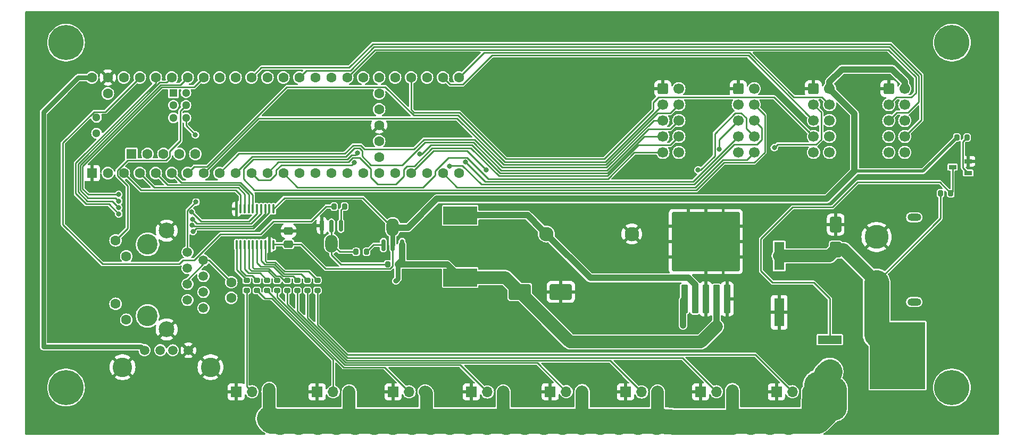
<source format=gbr>
%TF.GenerationSoftware,KiCad,Pcbnew,8.0.3*%
%TF.CreationDate,2024-11-25T10:27:06+01:00*%
%TF.ProjectId,Teensy Board,5465656e-7379-4204-926f-6172642e6b69,rev?*%
%TF.SameCoordinates,Original*%
%TF.FileFunction,Copper,L1,Top*%
%TF.FilePolarity,Positive*%
%FSLAX46Y46*%
G04 Gerber Fmt 4.6, Leading zero omitted, Abs format (unit mm)*
G04 Created by KiCad (PCBNEW 8.0.3) date 2024-11-25 10:27:06*
%MOMM*%
%LPD*%
G01*
G04 APERTURE LIST*
G04 Aperture macros list*
%AMRoundRect*
0 Rectangle with rounded corners*
0 $1 Rounding radius*
0 $2 $3 $4 $5 $6 $7 $8 $9 X,Y pos of 4 corners*
0 Add a 4 corners polygon primitive as box body*
4,1,4,$2,$3,$4,$5,$6,$7,$8,$9,$2,$3,0*
0 Add four circle primitives for the rounded corners*
1,1,$1+$1,$2,$3*
1,1,$1+$1,$4,$5*
1,1,$1+$1,$6,$7*
1,1,$1+$1,$8,$9*
0 Add four rect primitives between the rounded corners*
20,1,$1+$1,$2,$3,$4,$5,0*
20,1,$1+$1,$4,$5,$6,$7,0*
20,1,$1+$1,$6,$7,$8,$9,0*
20,1,$1+$1,$8,$9,$2,$3,0*%
G04 Aperture macros list end*
%TA.AperFunction,ComponentPad*%
%ADD10R,1.700000X1.700000*%
%TD*%
%TA.AperFunction,ComponentPad*%
%ADD11O,1.700000X1.700000*%
%TD*%
%TA.AperFunction,SMDPad,CuDef*%
%ADD12RoundRect,0.250000X0.300000X-2.050000X0.300000X2.050000X-0.300000X2.050000X-0.300000X-2.050000X0*%
%TD*%
%TA.AperFunction,SMDPad,CuDef*%
%ADD13RoundRect,0.250000X2.375000X-2.025000X2.375000X2.025000X-2.375000X2.025000X-2.375000X-2.025000X0*%
%TD*%
%TA.AperFunction,SMDPad,CuDef*%
%ADD14RoundRect,0.250002X5.149998X-4.449998X5.149998X4.449998X-5.149998X4.449998X-5.149998X-4.449998X0*%
%TD*%
%TA.AperFunction,SMDPad,CuDef*%
%ADD15RoundRect,0.200000X-0.200000X-0.275000X0.200000X-0.275000X0.200000X0.275000X-0.200000X0.275000X0*%
%TD*%
%TA.AperFunction,ComponentPad*%
%ADD16C,2.300000*%
%TD*%
%TA.AperFunction,SMDPad,CuDef*%
%ADD17RoundRect,0.200000X0.200000X0.275000X-0.200000X0.275000X-0.200000X-0.275000X0.200000X-0.275000X0*%
%TD*%
%TA.AperFunction,ComponentPad*%
%ADD18RoundRect,0.250000X-0.600000X-0.600000X0.600000X-0.600000X0.600000X0.600000X-0.600000X0.600000X0*%
%TD*%
%TA.AperFunction,ComponentPad*%
%ADD19C,1.700000*%
%TD*%
%TA.AperFunction,SMDPad,CuDef*%
%ADD20RoundRect,0.200000X-0.275000X0.200000X-0.275000X-0.200000X0.275000X-0.200000X0.275000X0.200000X0*%
%TD*%
%TA.AperFunction,SMDPad,CuDef*%
%ADD21R,5.400000X2.900000*%
%TD*%
%TA.AperFunction,ComponentPad*%
%ADD22C,3.800000*%
%TD*%
%TA.AperFunction,ComponentPad*%
%ADD23O,2.200000X1.200000*%
%TD*%
%TA.AperFunction,ComponentPad*%
%ADD24C,1.600000*%
%TD*%
%TA.AperFunction,SMDPad,CuDef*%
%ADD25O,0.700000X1.900000*%
%TD*%
%TA.AperFunction,SMDPad,CuDef*%
%ADD26O,0.700000X2.100000*%
%TD*%
%TA.AperFunction,SMDPad,CuDef*%
%ADD27O,2.000000X2.800000*%
%TD*%
%TA.AperFunction,SMDPad,CuDef*%
%ADD28RoundRect,0.250000X-1.500000X-1.000000X1.500000X-1.000000X1.500000X1.000000X-1.500000X1.000000X0*%
%TD*%
%TA.AperFunction,SMDPad,CuDef*%
%ADD29R,3.800000X1.400000*%
%TD*%
%TA.AperFunction,SMDPad,CuDef*%
%ADD30R,8.800000X10.700000*%
%TD*%
%TA.AperFunction,ComponentPad*%
%ADD31C,1.500000*%
%TD*%
%TA.AperFunction,ComponentPad*%
%ADD32C,3.100000*%
%TD*%
%TA.AperFunction,SMDPad,CuDef*%
%ADD33R,1.650000X4.500000*%
%TD*%
%TA.AperFunction,ComponentPad*%
%ADD34C,3.600000*%
%TD*%
%TA.AperFunction,ConnectorPad*%
%ADD35C,5.600000*%
%TD*%
%TA.AperFunction,SMDPad,CuDef*%
%ADD36RoundRect,0.100000X-0.100000X0.637500X-0.100000X-0.637500X0.100000X-0.637500X0.100000X0.637500X0*%
%TD*%
%TA.AperFunction,SMDPad,CuDef*%
%ADD37RoundRect,0.250000X0.650000X-1.000000X0.650000X1.000000X-0.650000X1.000000X-0.650000X-1.000000X0*%
%TD*%
%TA.AperFunction,ComponentPad*%
%ADD38C,3.250000*%
%TD*%
%TA.AperFunction,ComponentPad*%
%ADD39C,1.520000*%
%TD*%
%TA.AperFunction,ComponentPad*%
%ADD40C,2.500000*%
%TD*%
%TA.AperFunction,SMDPad,CuDef*%
%ADD41R,1.250000X0.700000*%
%TD*%
%TA.AperFunction,SMDPad,CuDef*%
%ADD42RoundRect,0.250000X0.475000X-0.337500X0.475000X0.337500X-0.475000X0.337500X-0.475000X-0.337500X0*%
%TD*%
%TA.AperFunction,ComponentPad*%
%ADD43R,1.600000X1.600000*%
%TD*%
%TA.AperFunction,ComponentPad*%
%ADD44R,1.300000X1.300000*%
%TD*%
%TA.AperFunction,ComponentPad*%
%ADD45C,1.300000*%
%TD*%
%TA.AperFunction,ViaPad*%
%ADD46C,0.800000*%
%TD*%
%TA.AperFunction,Conductor*%
%ADD47C,2.000000*%
%TD*%
%TA.AperFunction,Conductor*%
%ADD48C,0.750000*%
%TD*%
%TA.AperFunction,Conductor*%
%ADD49C,1.000000*%
%TD*%
%TA.AperFunction,Conductor*%
%ADD50C,0.250000*%
%TD*%
%TA.AperFunction,Conductor*%
%ADD51C,4.000000*%
%TD*%
%TA.AperFunction,Conductor*%
%ADD52C,0.500000*%
%TD*%
G04 APERTURE END LIST*
D10*
%TO.P,J6,1,Pin_1*%
%TO.N,GND*%
X134995000Y-123175000D03*
D11*
%TO.P,J6,2,Pin_2*%
%TO.N,/LED_B_2*%
X137535000Y-123175000D03*
%TO.P,J6,3,Pin_3*%
%TO.N,+12V*%
X140075000Y-123175000D03*
%TD*%
D12*
%TO.P,U3,1,VIN*%
%TO.N,+BATT*%
X132425000Y-108375000D03*
%TO.P,U3,2,OUT*%
%TO.N,Net-(D1-K)*%
X134125000Y-108375000D03*
%TO.P,U3,3,GND*%
%TO.N,GND*%
X135825000Y-108375000D03*
D13*
X133050000Y-101650000D03*
X138600000Y-101650000D03*
D14*
X135825000Y-99225000D03*
D13*
X133050000Y-96800000D03*
X138600000Y-96800000D03*
D12*
%TO.P,U3,4,FB*%
%TO.N,+5V*%
X137525000Y-108375000D03*
%TO.P,U3,5,~{ON}/OFF*%
%TO.N,GND*%
X139225000Y-108375000D03*
%TD*%
D15*
%TO.P,R2,1*%
%TO.N,Net-(Q1-C-Pad2)*%
X85175000Y-102860000D03*
%TO.P,R2,2*%
%TO.N,+5V*%
X86825000Y-102860000D03*
%TD*%
D16*
%TO.P,D1,1,K*%
%TO.N,Net-(D1-K)*%
X110450000Y-98000000D03*
%TO.P,D1,2,A*%
%TO.N,GND*%
X124050000Y-98000000D03*
%TD*%
D17*
%TO.P,R3,1*%
%TO.N,Net-(Q2-B)*%
X81825000Y-100860000D03*
%TO.P,R3,2*%
%TO.N,Net-(Q1-C-Pad2)*%
X80175000Y-100860000D03*
%TD*%
D18*
%TO.P,J4,1,Pin_1*%
%TO.N,GND*%
X164960000Y-74840000D03*
D19*
%TO.P,J4,2,Pin_2*%
%TO.N,+5VD*%
X167500000Y-74840000D03*
%TO.P,J4,3,Pin_3*%
%TO.N,/LED_25*%
X164960000Y-77380000D03*
%TO.P,J4,4,Pin_4*%
%TO.N,/LED_26*%
X167500000Y-77380000D03*
%TO.P,J4,5,Pin_5*%
%TO.N,/LED_27*%
X164960000Y-79920000D03*
%TO.P,J4,6,Pin_6*%
%TO.N,/LED_28*%
X167500000Y-79920000D03*
%TO.P,J4,7,Pin_7*%
%TO.N,/LED_29*%
X164960000Y-82460000D03*
%TO.P,J4,8,Pin_8*%
%TO.N,/LED_30*%
X167500000Y-82460000D03*
%TO.P,J4,9,Pin_9*%
%TO.N,/LED_31*%
X164960000Y-85000000D03*
%TO.P,J4,10,Pin_10*%
%TO.N,/LED_32*%
X167500000Y-85000000D03*
%TD*%
D20*
%TO.P,R11,1*%
%TO.N,Net-(U2-B7)*%
X62740000Y-105375000D03*
%TO.P,R11,2*%
%TO.N,/LED_B_8*%
X62740000Y-107025000D03*
%TD*%
D18*
%TO.P,J3,1,Pin_1*%
%TO.N,GND*%
X152975000Y-74840000D03*
D19*
%TO.P,J3,2,Pin_2*%
%TO.N,+5VD*%
X155515000Y-74840000D03*
%TO.P,J3,3,Pin_3*%
%TO.N,/LED_17*%
X152975000Y-77380000D03*
%TO.P,J3,4,Pin_4*%
%TO.N,/LED_18*%
X155515000Y-77380000D03*
%TO.P,J3,5,Pin_5*%
%TO.N,/LED_19*%
X152975000Y-79920000D03*
%TO.P,J3,6,Pin_6*%
%TO.N,/LED_20*%
X155515000Y-79920000D03*
%TO.P,J3,7,Pin_7*%
%TO.N,/LED_21*%
X152975000Y-82460000D03*
%TO.P,J3,8,Pin_8*%
%TO.N,/LED_22*%
X155515000Y-82460000D03*
%TO.P,J3,9,Pin_9*%
%TO.N,/LED_23*%
X152975000Y-85000000D03*
%TO.P,J3,10,Pin_10*%
%TO.N,/LED_24*%
X155515000Y-85000000D03*
%TD*%
D17*
%TO.P,R13,1*%
%TO.N,Net-(Q3-C)*%
X174825000Y-91500000D03*
%TO.P,R13,2*%
%TO.N,+BATT*%
X173175000Y-91500000D03*
%TD*%
D20*
%TO.P,R10,1*%
%TO.N,Net-(U2-B6)*%
X64400000Y-105375000D03*
%TO.P,R10,2*%
%TO.N,/LED_B_7*%
X64400000Y-107025000D03*
%TD*%
D21*
%TO.P,L1,1,1*%
%TO.N,Net-(D1-K)*%
X96750000Y-95050000D03*
%TO.P,L1,2,2*%
%TO.N,+5V*%
X96750000Y-104950000D03*
%TD*%
D22*
%TO.P,CN1,1,-*%
%TO.N,GND*%
X163000000Y-98500000D03*
%TO.P,CN1,2,+*%
%TO.N,+BATT*%
X163000000Y-105700000D03*
D23*
%TO.P,CN1,3,3*%
%TO.N,unconnected-(CN1-Pad3)*%
X169000000Y-108850000D03*
%TO.P,CN1,4,4*%
%TO.N,unconnected-(CN1-Pad4)*%
X169000000Y-95350000D03*
%TD*%
D20*
%TO.P,R6,1*%
%TO.N,Net-(U2-B2)*%
X70800000Y-105375000D03*
%TO.P,R6,2*%
%TO.N,/LED_B_3*%
X70800000Y-107025000D03*
%TD*%
D24*
%TO.P,C1,1*%
%TO.N,Net-(P1-RCT)*%
X60300000Y-105700000D03*
%TO.P,C1,2*%
%TO.N,Net-(P1-GH_GND@1)*%
X60300000Y-108200000D03*
%TD*%
D25*
%TO.P,Q1,1,B*%
%TO.N,Net-(Q1-B)*%
X77750000Y-96690000D03*
D26*
%TO.P,Q1,2,C*%
%TO.N,Net-(Q1-C-Pad2)*%
X76250000Y-96780000D03*
D25*
%TO.P,Q1,3,E*%
%TO.N,GND*%
X74750000Y-96690000D03*
D27*
%TO.P,Q1,4,C*%
%TO.N,Net-(Q1-C-Pad2)*%
X76250000Y-99530000D03*
%TD*%
D15*
%TO.P,R12,1*%
%TO.N,+5VD*%
X175775000Y-82600000D03*
%TO.P,R12,2*%
%TO.N,Net-(Q3-B)*%
X177425000Y-82600000D03*
%TD*%
D10*
%TO.P,J8,1,Pin_1*%
%TO.N,GND*%
X111075000Y-123150000D03*
D11*
%TO.P,J8,2,Pin_2*%
%TO.N,/LED_B_4*%
X113615000Y-123150000D03*
%TO.P,J8,3,Pin_3*%
%TO.N,+12V*%
X116155000Y-123150000D03*
%TD*%
D18*
%TO.P,J2,1,Pin_1*%
%TO.N,GND*%
X140990000Y-74840000D03*
D19*
%TO.P,J2,2,Pin_2*%
%TO.N,+5VD*%
X143530000Y-74840000D03*
%TO.P,J2,3,Pin_3*%
%TO.N,/LED_9*%
X140990000Y-77380000D03*
%TO.P,J2,4,Pin_4*%
%TO.N,/LED_10*%
X143530000Y-77380000D03*
%TO.P,J2,5,Pin_5*%
%TO.N,/LED_11*%
X140990000Y-79920000D03*
%TO.P,J2,6,Pin_6*%
%TO.N,/LED_12*%
X143530000Y-79920000D03*
%TO.P,J2,7,Pin_7*%
%TO.N,/LED_13*%
X140990000Y-82460000D03*
%TO.P,J2,8,Pin_8*%
%TO.N,/LED_14*%
X143530000Y-82460000D03*
%TO.P,J2,9,Pin_9*%
%TO.N,/LED_15*%
X140990000Y-85000000D03*
%TO.P,J2,10,Pin_10*%
%TO.N,/LED_16*%
X143530000Y-85000000D03*
%TD*%
D28*
%TO.P,C4,1*%
%TO.N,+5V*%
X106250000Y-107250000D03*
%TO.P,C4,2*%
%TO.N,GND*%
X112750000Y-107250000D03*
%TD*%
D29*
%TO.P,U4,1,G*%
%TO.N,Net-(Q3-C)*%
X155550000Y-114860000D03*
D30*
%TO.P,U4,2,D*%
%TO.N,+BATT*%
X166350000Y-117400000D03*
D29*
%TO.P,U4,3,S*%
%TO.N,+12V*%
X155550000Y-119940000D03*
%TD*%
D20*
%TO.P,R8,1*%
%TO.N,Net-(U2-B4)*%
X67600000Y-105375000D03*
%TO.P,R8,2*%
%TO.N,/LED_B_5*%
X67600000Y-107025000D03*
%TD*%
D10*
%TO.P,J12,1,Pin_1*%
%TO.N,GND*%
X61075000Y-123175000D03*
D11*
%TO.P,J12,2,Pin_2*%
%TO.N,/LED_B_8*%
X63615000Y-123175000D03*
%TO.P,J12,3,Pin_3*%
%TO.N,+12V*%
X66155000Y-123175000D03*
%TD*%
D20*
%TO.P,R5,1*%
%TO.N,Net-(U2-B1)*%
X72400000Y-105375000D03*
%TO.P,R5,2*%
%TO.N,/LED_B_2*%
X72400000Y-107025000D03*
%TD*%
D31*
%TO.P,USB1,1,VCC*%
%TO.N,+5V*%
X46500000Y-116540000D03*
%TO.P,USB1,2,D-*%
%TO.N,unconnected-(USB1-D--Pad2)*%
X49000000Y-116540000D03*
%TO.P,USB1,3,D+*%
%TO.N,unconnected-(USB1-D+-Pad3)*%
X51000000Y-116550000D03*
%TO.P,USB1,4,GND*%
%TO.N,GND*%
X53500000Y-116550000D03*
D32*
%TO.P,USB1,SH1,SH1*%
X57000000Y-119260000D03*
%TO.P,USB1,SH2,SH2*%
X43000000Y-119260000D03*
%TD*%
D33*
%TO.P,C2,1,1*%
%TO.N,+BATT*%
X147500000Y-101500000D03*
%TO.P,C2,2,2*%
%TO.N,GND*%
X147500000Y-110500000D03*
%TD*%
D10*
%TO.P,J10,1,Pin_1*%
%TO.N,GND*%
X86075000Y-123175000D03*
D11*
%TO.P,J10,2,Pin_2*%
%TO.N,/LED_B_6*%
X88615000Y-123175000D03*
%TO.P,J10,3,Pin_3*%
%TO.N,+12V*%
X91155000Y-123175000D03*
%TD*%
D10*
%TO.P,J5,1,Pin_1*%
%TO.N,GND*%
X147075000Y-123175000D03*
D11*
%TO.P,J5,2,Pin_2*%
%TO.N,/LED_B_1*%
X149615000Y-123175000D03*
%TO.P,J5,3,Pin_3*%
%TO.N,+12V*%
X152155000Y-123175000D03*
%TD*%
D34*
%TO.P,H3,1,1*%
%TO.N,unconnected-(H3-Pad1)*%
X175000000Y-67500000D03*
D35*
X175000000Y-67500000D03*
%TD*%
D10*
%TO.P,J9,1,Pin_1*%
%TO.N,GND*%
X98520000Y-123200000D03*
D11*
%TO.P,J9,2,Pin_2*%
%TO.N,/LED_B_5*%
X101060000Y-123200000D03*
%TO.P,J9,3,Pin_3*%
%TO.N,+12V*%
X103600000Y-123200000D03*
%TD*%
D10*
%TO.P,J7,1,Pin_1*%
%TO.N,GND*%
X123075000Y-123200000D03*
D11*
%TO.P,J7,2,Pin_2*%
%TO.N,/LED_B_3*%
X125615000Y-123200000D03*
%TO.P,J7,3,Pin_3*%
%TO.N,+12V*%
X128155000Y-123200000D03*
%TD*%
D34*
%TO.P,H2,1,1*%
%TO.N,unconnected-(H2-Pad1)*%
X34000000Y-122500000D03*
D35*
X34000000Y-122500000D03*
%TD*%
D10*
%TO.P,J11,1,Pin_1*%
%TO.N,GND*%
X73985000Y-123175000D03*
D11*
%TO.P,J11,2,Pin_2*%
%TO.N,/LED_B_7*%
X76525000Y-123175000D03*
%TO.P,J11,3,Pin_3*%
%TO.N,+12V*%
X79065000Y-123175000D03*
%TD*%
D20*
%TO.P,R7,1*%
%TO.N,Net-(U2-B3)*%
X69200000Y-105375000D03*
%TO.P,R7,2*%
%TO.N,/LED_B_4*%
X69200000Y-107025000D03*
%TD*%
%TO.P,R9,1*%
%TO.N,Net-(U2-B5)*%
X66000000Y-105375000D03*
%TO.P,R9,2*%
%TO.N,/LED_B_6*%
X66000000Y-107025000D03*
%TD*%
D15*
%TO.P,R1,1*%
%TO.N,Net-(U1-23_A9_CRX1_MCLK1)*%
X76675000Y-93610000D03*
%TO.P,R1,2*%
%TO.N,Net-(Q1-B)*%
X78325000Y-93610000D03*
%TD*%
D36*
%TO.P,U2,1,A->B*%
%TO.N,+5VD*%
X67000000Y-94000000D03*
%TO.P,U2,2,A0*%
%TO.N,/LED_33*%
X66350000Y-94000000D03*
%TO.P,U2,3,A1*%
%TO.N,/LED_34*%
X65700000Y-94000000D03*
%TO.P,U2,4,A2*%
%TO.N,/LED_35*%
X65050000Y-94000000D03*
%TO.P,U2,5,A3*%
%TO.N,/LED_36*%
X64400000Y-94000000D03*
%TO.P,U2,6,A4*%
%TO.N,/LED_40*%
X63750000Y-94000000D03*
%TO.P,U2,7,A5*%
%TO.N,/LED_39*%
X63100000Y-94000000D03*
%TO.P,U2,8,A6*%
%TO.N,/LED_38*%
X62450000Y-94000000D03*
%TO.P,U2,9,A7*%
%TO.N,/LED_37*%
X61800000Y-94000000D03*
%TO.P,U2,10,GND*%
%TO.N,GND*%
X61150000Y-94000000D03*
%TO.P,U2,11,B7*%
%TO.N,Net-(U2-B7)*%
X61150000Y-99725000D03*
%TO.P,U2,12,B6*%
%TO.N,Net-(U2-B6)*%
X61800000Y-99725000D03*
%TO.P,U2,13,B5*%
%TO.N,Net-(U2-B5)*%
X62450000Y-99725000D03*
%TO.P,U2,14,B4*%
%TO.N,Net-(U2-B4)*%
X63100000Y-99725000D03*
%TO.P,U2,15,B3*%
%TO.N,Net-(U2-B3)*%
X63750000Y-99725000D03*
%TO.P,U2,16,B2*%
%TO.N,Net-(U2-B2)*%
X64400000Y-99725000D03*
%TO.P,U2,17,B1*%
%TO.N,Net-(U2-B1)*%
X65050000Y-99725000D03*
%TO.P,U2,18,B0*%
%TO.N,Net-(U2-B0)*%
X65700000Y-99725000D03*
%TO.P,U2,19,CE*%
%TO.N,GND*%
X66350000Y-99725000D03*
%TO.P,U2,20,VCC*%
%TO.N,+5VD*%
X67000000Y-99725000D03*
%TD*%
D20*
%TO.P,R4,1*%
%TO.N,Net-(U2-B0)*%
X74000000Y-105375000D03*
%TO.P,R4,2*%
%TO.N,/LED_B_1*%
X74000000Y-107025000D03*
%TD*%
D37*
%TO.P,D2,1,K*%
%TO.N,+BATT*%
X156500000Y-100500000D03*
%TO.P,D2,2,A*%
%TO.N,GND*%
X156500000Y-96500000D03*
%TD*%
D25*
%TO.P,Q2,1,B*%
%TO.N,Net-(Q2-B)*%
X84500000Y-99780000D03*
D26*
%TO.P,Q2,2,C*%
%TO.N,+5VD*%
X86000000Y-99690000D03*
D25*
%TO.P,Q2,3,E*%
%TO.N,+5V*%
X87500000Y-99780000D03*
D27*
%TO.P,Q2,4*%
%TO.N,+5VD*%
X86000000Y-96940000D03*
%TD*%
D38*
%TO.P,P1,*%
%TO.N,*%
X46976800Y-99650359D03*
X46976800Y-111080359D03*
D39*
%TO.P,P1,1,TD+*%
%TO.N,Net-(P1-TD+)*%
X53326800Y-100920359D03*
%TO.P,P1,2,TCT*%
%TO.N,Net-(P1-RCT)*%
X55866800Y-102190359D03*
%TO.P,P1,3,TD-*%
%TO.N,Net-(P1-TD-)*%
X53326800Y-103460359D03*
%TO.P,P1,4,RD+*%
%TO.N,Net-(P1-RD+)*%
X55866800Y-104730359D03*
%TO.P,P1,5,RCT*%
%TO.N,Net-(P1-RCT)*%
X53326800Y-106000359D03*
%TO.P,P1,6,RD-*%
%TO.N,Net-(P1-RD-)*%
X55866800Y-107270359D03*
%TO.P,P1,7,NC*%
%TO.N,unconnected-(P1-NC-Pad7)*%
X53326800Y-108540359D03*
%TO.P,P1,8,GH_GND@1*%
%TO.N,Net-(P1-GH_GND@1)*%
X55866800Y-109810359D03*
D24*
%TO.P,P1,9,GRN-*%
X41886800Y-99040359D03*
%TO.P,P1,10,GRN+*%
%TO.N,Net-(P1-GRN+)*%
X43596800Y-101580359D03*
%TO.P,P1,11,YLW-*%
%TO.N,unconnected-(P1-YLW--Pad11)*%
X41886800Y-109150359D03*
%TO.P,P1,12,YLW+*%
%TO.N,unconnected-(P1-YLW+-Pad12)*%
X43596800Y-111690359D03*
D40*
%TO.P,P1,13,CH_GND@2*%
%TO.N,GND*%
X50016800Y-97480359D03*
%TO.P,P1,14,CH_GND@3*%
X50016800Y-113230359D03*
%TD*%
D34*
%TO.P,H1,1,1*%
%TO.N,unconnected-(H1-Pad1)*%
X34000000Y-67500000D03*
D35*
X34000000Y-67500000D03*
%TD*%
D41*
%TO.P,Q3,1,E*%
%TO.N,GND*%
X177600000Y-86400000D03*
%TO.P,Q3,2,B*%
%TO.N,Net-(Q3-B)*%
X177600000Y-88300000D03*
%TO.P,Q3,3,C*%
%TO.N,Net-(Q3-C)*%
X175100000Y-87350000D03*
%TD*%
D42*
%TO.P,C3,1*%
%TO.N,+5VD*%
X69400000Y-99637500D03*
%TO.P,C3,2*%
%TO.N,GND*%
X69400000Y-97562500D03*
%TD*%
D18*
%TO.P,J1,1,Pin_1*%
%TO.N,GND*%
X129005000Y-74840000D03*
D19*
%TO.P,J1,2,Pin_2*%
%TO.N,+5VD*%
X131545000Y-74840000D03*
%TO.P,J1,3,Pin_3*%
%TO.N,/LED_1*%
X129005000Y-77380000D03*
%TO.P,J1,4,Pin_4*%
%TO.N,/LED_2*%
X131545000Y-77380000D03*
%TO.P,J1,5,Pin_5*%
%TO.N,/LED_3*%
X129005000Y-79920000D03*
%TO.P,J1,6,Pin_6*%
%TO.N,/LED_4*%
X131545000Y-79920000D03*
%TO.P,J1,7,Pin_7*%
%TO.N,/LED_5*%
X129005000Y-82460000D03*
%TO.P,J1,8,Pin_8*%
%TO.N,/LED_6*%
X131545000Y-82460000D03*
%TO.P,J1,9,Pin_9*%
%TO.N,/LED_7*%
X129005000Y-85000000D03*
%TO.P,J1,10,Pin_10*%
%TO.N,/LED_8*%
X131545000Y-85000000D03*
%TD*%
D34*
%TO.P,H4,1,1*%
%TO.N,unconnected-(H4-Pad1)*%
X175000000Y-122500000D03*
D35*
X175000000Y-122500000D03*
%TD*%
D43*
%TO.P,U1,1,GND*%
%TO.N,GND*%
X38120000Y-88296000D03*
D24*
%TO.P,U1,2,0_RX1_CRX2_CS1*%
%TO.N,unconnected-(U1-0_RX1_CRX2_CS1-Pad2)*%
X40660000Y-88296000D03*
%TO.P,U1,3,1_TX1_CTX2_MISO1*%
%TO.N,/LED_37*%
X43200000Y-88296000D03*
%TO.P,U1,4,2_OUT2*%
%TO.N,/LED_38*%
X45740000Y-88296000D03*
%TO.P,U1,5,3_LRCLK2*%
%TO.N,/LED_39*%
X48280000Y-88296000D03*
%TO.P,U1,6,4_BCLK2*%
%TO.N,/LED_40*%
X50820000Y-88296000D03*
%TO.P,U1,7,5_IN2*%
%TO.N,/LED_1*%
X53360000Y-88296000D03*
%TO.P,U1,8,6_OUT1D*%
%TO.N,/LED_2*%
X55900000Y-88296000D03*
%TO.P,U1,9,7_RX2_OUT1A*%
%TO.N,/LED_3*%
X58440000Y-88296000D03*
%TO.P,U1,10,8_TX2_IN1*%
%TO.N,/LED_4*%
X60980000Y-88296000D03*
%TO.P,U1,11,9_OUT1C*%
%TO.N,/LED_5*%
X63520000Y-88296000D03*
%TO.P,U1,12,10_CS_MQSR*%
%TO.N,/LED_6*%
X66060000Y-88296000D03*
%TO.P,U1,13,11_MOSI_CTX1*%
%TO.N,/LED_7*%
X68600000Y-88296000D03*
%TO.P,U1,14,12_MISO_MQSL*%
%TO.N,/LED_8*%
X71140000Y-88296000D03*
%TO.P,U1,15,3V3*%
%TO.N,unconnected-(U1-3V3-Pad15)*%
X73680000Y-88296000D03*
%TO.P,U1,16,24_A10_TX6_SCL2*%
%TO.N,/LED_9*%
X76220000Y-88296000D03*
%TO.P,U1,17,25_A11_RX6_SDA2*%
%TO.N,/LED_10*%
X78760000Y-88296000D03*
%TO.P,U1,18,26_A12_MOSI1*%
%TO.N,/LED_11*%
X81300000Y-88296000D03*
%TO.P,U1,19,27_A13_SCK1*%
%TO.N,/LED_12*%
X83840000Y-88296000D03*
%TO.P,U1,20,28_RX7*%
%TO.N,/LED_13*%
X86380000Y-88296000D03*
%TO.P,U1,21,29_TX7*%
%TO.N,/LED_14*%
X88920000Y-88296000D03*
%TO.P,U1,22,30_CRX3*%
%TO.N,/LED_15*%
X91460000Y-88296000D03*
%TO.P,U1,23,31_CTX3*%
%TO.N,/LED_16*%
X94000000Y-88296000D03*
%TO.P,U1,24,32_OUT1B*%
%TO.N,/LED_17*%
X96540000Y-88296000D03*
%TO.P,U1,25,33_MCLK2*%
%TO.N,/LED_18*%
X96540000Y-73056000D03*
%TO.P,U1,26,34_RX8*%
%TO.N,/LED_19*%
X94000000Y-73056000D03*
%TO.P,U1,27,35_TX8*%
%TO.N,/LED_20*%
X91460000Y-73056000D03*
%TO.P,U1,28,36_CS*%
%TO.N,/LED_21*%
X88920000Y-73056000D03*
%TO.P,U1,29,37_CS*%
%TO.N,/LED_22*%
X86380000Y-73056000D03*
%TO.P,U1,30,38_CS1_IN1*%
%TO.N,/LED_23*%
X83840000Y-73056000D03*
%TO.P,U1,31,39_MISO1_OUT1A*%
%TO.N,/LED_24*%
X81300000Y-73056000D03*
%TO.P,U1,32,40_A16*%
%TO.N,/LED_25*%
X78760000Y-73056000D03*
%TO.P,U1,33,41_A17*%
%TO.N,/LED_26*%
X76220000Y-73056000D03*
%TO.P,U1,34,GND*%
%TO.N,unconnected-(U1-GND-Pad34)*%
X73680000Y-73056000D03*
%TO.P,U1,35,13_SCK_LED*%
%TO.N,/LED_27*%
X71140000Y-73056000D03*
%TO.P,U1,36,14_A0_TX3_SPDIF_OUT*%
%TO.N,/LED_28*%
X68600000Y-73056000D03*
%TO.P,U1,37,15_A1_RX3_SPDIF_IN*%
%TO.N,/LED_29*%
X66060000Y-73056000D03*
%TO.P,U1,38,16_A2_RX4_SCL1*%
%TO.N,/LED_30*%
X63520000Y-73056000D03*
%TO.P,U1,39,17_A3_TX4_SDA1*%
%TO.N,/LED_31*%
X60980000Y-73056000D03*
%TO.P,U1,40,18_A4_SDA*%
%TO.N,/LED_32*%
X58440000Y-73056000D03*
%TO.P,U1,41,19_A5_SCL*%
%TO.N,/LED_36*%
X55900000Y-73056000D03*
%TO.P,U1,42,20_A6_TX5_LRCLK1*%
%TO.N,/LED_35*%
X53360000Y-73056000D03*
%TO.P,U1,43,21_A7_RX5_BCLK1*%
%TO.N,/LED_34*%
X50820000Y-73056000D03*
%TO.P,U1,44,22_A8_CTX1*%
%TO.N,/LED_33*%
X48280000Y-73056000D03*
%TO.P,U1,45,23_A9_CRX1_MCLK1*%
%TO.N,Net-(U1-23_A9_CRX1_MCLK1)*%
X45740000Y-73056000D03*
%TO.P,U1,46,3V3*%
%TO.N,unconnected-(U1-3V3-Pad46)*%
X43200000Y-73056000D03*
%TO.P,U1,47,GND*%
%TO.N,GND*%
X40660000Y-73056000D03*
%TO.P,U1,48,VIN*%
%TO.N,+5V*%
X38120000Y-73056000D03*
%TO.P,U1,49,VUSB*%
%TO.N,unconnected-(U1-VUSB-Pad49)*%
X40660000Y-75596000D03*
%TO.P,U1,50,VBAT*%
%TO.N,unconnected-(U1-VBAT-Pad50)*%
X83840000Y-85756000D03*
%TO.P,U1,51,3V3*%
%TO.N,unconnected-(U1-3V3-Pad51)*%
X83840000Y-83216000D03*
%TO.P,U1,52,GND*%
%TO.N,GND*%
X83840000Y-80676000D03*
%TO.P,U1,53,PROGRAM*%
%TO.N,unconnected-(U1-PROGRAM-Pad53)*%
X83840000Y-78136000D03*
%TO.P,U1,54,ON_OFF*%
%TO.N,unconnected-(U1-ON_OFF-Pad54)*%
X83840000Y-75596000D03*
D43*
%TO.P,U1,55,5V*%
%TO.N,unconnected-(U1-5V-Pad55)*%
X44419200Y-85245200D03*
D24*
%TO.P,U1,56,D-*%
%TO.N,unconnected-(U1-D--Pad56)*%
X46959200Y-85245200D03*
%TO.P,U1,57,D+*%
%TO.N,unconnected-(U1-D+-Pad57)*%
X49499200Y-85245200D03*
%TO.P,U1,58,GND*%
%TO.N,unconnected-(U1-GND-Pad58)*%
X52039200Y-85245200D03*
%TO.P,U1,59,GND*%
%TO.N,unconnected-(U1-GND-Pad59)*%
X54579200Y-85245200D03*
D44*
%TO.P,U1,60,R+*%
%TO.N,Net-(P1-RD+)*%
X51090000Y-75494400D03*
D45*
%TO.P,U1,61,LED*%
%TO.N,Net-(P1-GRN+)*%
X51090000Y-77494400D03*
%TO.P,U1,62,T-*%
%TO.N,Net-(P1-TD-)*%
X51090000Y-79494400D03*
%TO.P,U1,63,T+*%
%TO.N,Net-(P1-TD+)*%
X53090000Y-79494400D03*
%TO.P,U1,64,GND*%
%TO.N,Net-(P1-GH_GND@1)*%
X53090000Y-77494400D03*
%TO.P,U1,65,R-*%
%TO.N,Net-(P1-RD-)*%
X53090000Y-75494400D03*
%TO.P,U1,66,D-*%
%TO.N,unconnected-(U1-D--Pad66)*%
X38850000Y-79406000D03*
%TO.P,U1,67,D+*%
%TO.N,unconnected-(U1-D+-Pad67)*%
X38850000Y-81946000D03*
%TD*%
D46*
%TO.N,GND*%
X63000000Y-77000000D03*
X55300000Y-99350000D03*
X58400000Y-94975000D03*
X130300000Y-72150000D03*
X113000000Y-74600000D03*
X154245000Y-88910000D03*
X91000000Y-77250000D03*
X75500000Y-76150000D03*
X67000000Y-81500000D03*
X132500000Y-87000000D03*
X128250000Y-86750000D03*
X47250000Y-80250000D03*
X148450000Y-76700000D03*
%TO.N,+5V*%
X86499988Y-105500000D03*
%TO.N,/LED_5*%
X79903200Y-86596700D03*
X90277100Y-85270100D03*
%TO.N,/LED_10*%
X80415900Y-85058800D03*
%TO.N,/LED_11*%
X137972000Y-84454900D03*
%TO.N,/LED_12*%
X94997600Y-87171900D03*
%TO.N,/LED_13*%
X97551700Y-86530000D03*
%TO.N,/LED_14*%
X134589000Y-87799700D03*
X100911000Y-87799700D03*
%TO.N,/LED_17*%
X146732000Y-84244000D03*
%TO.N,Net-(P1-TD+)*%
X54689429Y-92910571D03*
X54600000Y-82200000D03*
%TO.N,+12V*%
X137000000Y-128000000D03*
X125000000Y-128000000D03*
X116000000Y-128000000D03*
X104000000Y-128000000D03*
X71000000Y-128000000D03*
X122000000Y-128000000D03*
X77000000Y-128000000D03*
X156250000Y-125750000D03*
X156250000Y-122750000D03*
X95000000Y-128000000D03*
X113000000Y-128000000D03*
X155000000Y-123500000D03*
X156250000Y-124250000D03*
X101000000Y-128000000D03*
X80000000Y-128000000D03*
X140000000Y-128000000D03*
X131000000Y-128000000D03*
X86000000Y-128000000D03*
X155000000Y-122000000D03*
X92000000Y-128000000D03*
X134000000Y-128000000D03*
X149000000Y-128000000D03*
X143000000Y-128000000D03*
X89000000Y-128000000D03*
X119000000Y-128000000D03*
X110000000Y-128000000D03*
X152000000Y-128000000D03*
X74000000Y-128000000D03*
X98000000Y-128000000D03*
X107000000Y-128000000D03*
X128000000Y-128000000D03*
X68000000Y-128000000D03*
X146000000Y-128000000D03*
X83000000Y-128000000D03*
X155000000Y-125000000D03*
X155000000Y-126500000D03*
%TO.N,/LED_33*%
X54200000Y-97600000D03*
X42400000Y-94800000D03*
%TO.N,/LED_34*%
X42398221Y-93817038D03*
X54088078Y-96592062D03*
%TO.N,/LED_35*%
X54124904Y-95628888D03*
X42401021Y-92767039D03*
%TO.N,/LED_36*%
X42399130Y-91717038D03*
X53996988Y-94500972D03*
%TO.N,+BATT*%
X132200000Y-112600000D03*
%TD*%
D47*
%TO.N,+5V*%
X96750000Y-104950000D02*
X100350000Y-104950000D01*
X100350000Y-104950000D02*
X103950000Y-104950000D01*
D48*
X30400000Y-78600000D02*
X30400000Y-116000000D01*
D47*
X106250000Y-107250000D02*
X114250000Y-115250000D01*
D49*
X87500000Y-102185000D02*
X87500000Y-99720000D01*
X137525000Y-108375000D02*
X137525000Y-112750000D01*
D48*
X86825000Y-105174988D02*
X86499988Y-105500000D01*
X86825000Y-102860000D02*
X86825000Y-105174988D01*
D47*
X135025000Y-115250000D02*
X137525000Y-112750000D01*
X103950000Y-104950000D02*
X106250000Y-107250000D01*
D48*
X38120000Y-73056000D02*
X35944000Y-73056000D01*
X45960000Y-116000000D02*
X46500000Y-116540000D01*
D49*
X86825000Y-102860000D02*
X87500000Y-102185000D01*
X86825000Y-102860000D02*
X94660000Y-102860000D01*
D48*
X35944000Y-73056000D02*
X30400000Y-78600000D01*
D47*
X114250000Y-115250000D02*
X135025000Y-115250000D01*
D48*
X30400000Y-116000000D02*
X45960000Y-116000000D01*
D49*
X94660000Y-102860000D02*
X96750000Y-104950000D01*
D50*
%TO.N,Net-(P1-RCT)*%
X55866800Y-102816200D02*
X53340000Y-105343000D01*
X56790359Y-102190359D02*
X60300000Y-105700000D01*
X55866800Y-102190359D02*
X56790359Y-102190359D01*
%TO.N,Net-(P1-GH_GND@1)*%
X42175000Y-87871431D02*
X43776231Y-86270200D01*
X43800000Y-97127159D02*
X43800000Y-90345569D01*
X50524200Y-85669769D02*
X50524200Y-84820631D01*
X50524200Y-84820631D02*
X52184400Y-83160431D01*
X49923769Y-86270200D02*
X50524200Y-85669769D01*
X52184400Y-78400000D02*
X53090000Y-77494400D01*
X43800000Y-90345569D02*
X42175000Y-88720569D01*
X41886800Y-99040359D02*
X43800000Y-97127159D01*
X52184400Y-83160431D02*
X52184400Y-78400000D01*
X42175000Y-88720569D02*
X42175000Y-87871431D01*
X43776231Y-86270200D02*
X49923769Y-86270200D01*
%TO.N,/LED_1*%
X89351000Y-79101000D02*
X84821000Y-74571000D01*
X96419700Y-79101000D02*
X89351000Y-79101000D01*
X54385000Y-87271000D02*
X53360000Y-88296000D01*
X103819000Y-86500000D02*
X96419700Y-79101000D01*
X119885000Y-86500000D02*
X103819000Y-86500000D01*
X69129000Y-74571000D02*
X56429000Y-87271000D01*
X56429000Y-87271000D02*
X54385000Y-87271000D01*
X84821000Y-74571000D02*
X69129000Y-74571000D01*
X129005000Y-77380000D02*
X119885000Y-86500000D01*
%TO.N,/LED_2*%
X130180000Y-78745000D02*
X128155000Y-78745000D01*
X131545000Y-77380000D02*
X130180000Y-78745000D01*
X128155000Y-78745000D02*
X119950000Y-86950000D01*
X103632000Y-86950000D02*
X96233300Y-79551000D01*
X96233300Y-79551000D02*
X64645000Y-79551000D01*
X64645000Y-79551000D02*
X55900000Y-88296000D01*
X119950000Y-86950000D02*
X103632000Y-86950000D01*
%TO.N,/LED_3*%
X99000100Y-82954100D02*
X90931400Y-82954100D01*
X78365500Y-85200000D02*
X61536000Y-85200000D01*
X79681700Y-83883800D02*
X78365500Y-85200000D01*
X120050000Y-87400000D02*
X103446000Y-87400000D01*
X127530000Y-79920000D02*
X120050000Y-87400000D01*
X89385500Y-84500000D02*
X81518800Y-84500000D01*
X61536000Y-85200000D02*
X58440000Y-88296000D01*
X103446000Y-87400000D02*
X99000100Y-82954100D01*
X90931400Y-82954100D02*
X89385500Y-84500000D01*
X80902600Y-83883800D02*
X79681700Y-83883800D01*
X129005000Y-79920000D02*
X127530000Y-79920000D01*
X81518800Y-84500000D02*
X80902600Y-83883800D01*
%TO.N,/LED_4*%
X91117800Y-83404100D02*
X98813700Y-83404100D01*
X87521900Y-87000000D02*
X91117800Y-83404100D01*
X63626000Y-85650000D02*
X78551900Y-85650000D01*
X103260000Y-87850000D02*
X120094974Y-87850000D01*
X82521400Y-87000000D02*
X87521900Y-87000000D01*
X79868100Y-84333800D02*
X80716200Y-84333800D01*
X126659974Y-81285000D02*
X130180000Y-81285000D01*
X78551900Y-85650000D02*
X79868100Y-84333800D01*
X80716200Y-84333800D02*
X81140900Y-84758500D01*
X60980000Y-88296000D02*
X63626000Y-85650000D01*
X81140900Y-85619500D02*
X82521400Y-87000000D01*
X98813700Y-83404100D02*
X103260000Y-87850000D01*
X130180000Y-81285000D02*
X131545000Y-79920000D01*
X120094974Y-87850000D02*
X126659974Y-81285000D01*
X81140900Y-84758500D02*
X81140900Y-85619500D01*
%TO.N,/LED_5*%
X92089100Y-83854100D02*
X98627300Y-83854100D01*
X67473300Y-88492900D02*
X66530500Y-89435700D01*
X103073000Y-88300000D02*
X120150000Y-88300000D01*
X64659700Y-89435700D02*
X63520000Y-88296000D01*
X68251000Y-87000000D02*
X67473300Y-87777700D01*
X79903200Y-86596700D02*
X79500000Y-87000000D01*
X120150000Y-88300000D02*
X125990000Y-82460000D01*
X125990000Y-82460000D02*
X129005000Y-82460000D01*
X90673100Y-85270100D02*
X92089100Y-83854100D01*
X98627300Y-83854100D02*
X103073000Y-88300000D01*
X90277100Y-85270100D02*
X90673100Y-85270100D01*
X66530500Y-89435700D02*
X64659700Y-89435700D01*
X67473300Y-87777700D02*
X67473300Y-88492900D01*
X79500000Y-87000000D02*
X68251000Y-87000000D01*
%TO.N,/LED_6*%
X88266500Y-87171000D02*
X89408600Y-87171000D01*
X92275500Y-84304100D02*
X98440900Y-84304100D01*
X86479600Y-90100000D02*
X87750000Y-88829600D01*
X82500000Y-87615000D02*
X82500000Y-89000000D01*
X87750000Y-87687500D02*
X88266500Y-87171000D01*
X89408600Y-87171000D02*
X92275500Y-84304100D01*
X102887000Y-88750000D02*
X120194974Y-88750000D01*
X82500000Y-89000000D02*
X83600000Y-90100000D01*
X80756700Y-85871700D02*
X82500000Y-87615000D01*
X79602900Y-85871700D02*
X80756700Y-85871700D01*
X130180000Y-83825000D02*
X131545000Y-82460000D01*
X87750000Y-88829600D02*
X87750000Y-87687500D01*
X78924700Y-86550000D02*
X79602900Y-85871700D01*
X66060000Y-88296000D02*
X67806000Y-86550000D01*
X120194974Y-88750000D02*
X125119974Y-83825000D01*
X125119974Y-83825000D02*
X130180000Y-83825000D01*
X83600000Y-90100000D02*
X86479600Y-90100000D01*
X67806000Y-86550000D02*
X78924700Y-86550000D01*
X98440900Y-84304100D02*
X102887000Y-88750000D01*
%TO.N,/LED_7*%
X124450000Y-85000000D02*
X120250000Y-89200000D01*
X101247000Y-89200000D02*
X97852000Y-85805000D01*
X92730000Y-87960100D02*
X92730000Y-88665300D01*
X129005000Y-85000000D02*
X124450000Y-85000000D01*
X120250000Y-89200000D02*
X101247000Y-89200000D01*
X92730000Y-88665300D02*
X90845300Y-90550000D01*
X97852000Y-85805000D02*
X94885100Y-85805000D01*
X94885100Y-85805000D02*
X92730000Y-87960100D01*
X90845300Y-90550000D02*
X70854000Y-90550000D01*
X70854000Y-90550000D02*
X68600000Y-88296000D01*
%TO.N,/LED_10*%
X78738300Y-86100000D02*
X63812400Y-86100000D01*
X62250000Y-87662400D02*
X62250000Y-89250000D01*
X134362000Y-91000000D02*
X138737000Y-86625000D01*
X63812400Y-86100000D02*
X62250000Y-87662400D01*
X143567000Y-86625000D02*
X145214000Y-84977500D01*
X145214000Y-79064200D02*
X143530000Y-77380000D01*
X80052900Y-85421700D02*
X79416500Y-85421700D01*
X80415900Y-85058800D02*
X80052900Y-85421700D01*
X145214000Y-84977500D02*
X145214000Y-79064200D01*
X64000000Y-91000000D02*
X134362000Y-91000000D01*
X79416500Y-85421700D02*
X78738300Y-86100000D01*
X62250000Y-89250000D02*
X64000000Y-91000000D01*
X138737000Y-86625000D02*
X143567000Y-86625000D01*
%TO.N,/LED_11*%
X137972000Y-84454900D02*
X137972000Y-82937800D01*
X137972000Y-82937800D02*
X140990000Y-79920000D01*
%TO.N,/LED_12*%
X95069100Y-87100400D02*
X97094500Y-87100400D01*
X97094500Y-87100400D02*
X100094000Y-90100000D01*
X143996000Y-83730000D02*
X144721000Y-83005600D01*
X94997600Y-87171900D02*
X95069100Y-87100400D01*
X144721000Y-83005600D02*
X144721000Y-81110700D01*
X144721000Y-81110700D02*
X143530000Y-79920000D01*
X100094000Y-90100000D02*
X133989000Y-90100000D01*
X133989000Y-90100000D02*
X140359000Y-83730000D01*
X140359000Y-83730000D02*
X143996000Y-83730000D01*
%TO.N,/LED_13*%
X133802000Y-89650000D02*
X140990000Y-82462400D01*
X97551700Y-86530000D02*
X100672000Y-89650000D01*
X100672000Y-89650000D02*
X133802000Y-89650000D01*
%TO.N,/LED_14*%
X142260000Y-81190000D02*
X143530000Y-82460000D01*
X97865600Y-84754100D02*
X92461900Y-84754100D01*
X137246746Y-85568954D02*
X137246746Y-82001854D01*
X134589000Y-87799700D02*
X135016000Y-87799700D01*
X141445000Y-78708600D02*
X142260000Y-79523600D01*
X92461900Y-84754100D02*
X88920000Y-88296000D01*
X137246746Y-82001854D02*
X140540000Y-78708600D01*
X142260000Y-79523600D02*
X142260000Y-81190000D01*
X100911000Y-87799700D02*
X97865600Y-84754100D01*
X135016000Y-87799700D02*
X137246746Y-85568954D01*
X140540000Y-78708600D02*
X141445000Y-78708600D01*
%TO.N,/LED_16*%
X96254000Y-90550000D02*
X134175000Y-90550000D01*
X138550000Y-86175000D02*
X142355000Y-86175000D01*
X94000000Y-88296000D02*
X96254000Y-90550000D01*
X134175000Y-90550000D02*
X138550000Y-86175000D01*
X142355000Y-86175000D02*
X143530000Y-85000000D01*
%TO.N,/LED_17*%
X153395000Y-83730000D02*
X154192000Y-82932900D01*
X154192000Y-78596900D02*
X152975000Y-77380000D01*
X147246000Y-83730000D02*
X153395000Y-83730000D01*
X146732000Y-84244000D02*
X147246000Y-83730000D01*
X154192000Y-82932900D02*
X154192000Y-78596900D01*
%TO.N,/LED_18*%
X142766000Y-69075000D02*
X100521000Y-69075000D01*
X149855000Y-76163300D02*
X142766000Y-69075000D01*
X154298000Y-76163300D02*
X149855000Y-76163300D01*
X100521000Y-69075000D02*
X96540000Y-73056000D01*
X155515000Y-77380000D02*
X154298000Y-76163300D01*
%TO.N,/LED_19*%
X142580000Y-69525000D02*
X101804000Y-69525000D01*
X101804000Y-69525000D02*
X97145700Y-74183300D01*
X97145700Y-74183300D02*
X95127300Y-74183300D01*
X152975000Y-79920000D02*
X142580000Y-69525000D01*
X95127300Y-74183300D02*
X94000000Y-73056000D01*
%TO.N,/LED_21*%
X104005000Y-86050000D02*
X119700000Y-86050000D01*
X88920000Y-78170000D02*
X89401000Y-78651000D01*
X146705000Y-76205000D02*
X152140000Y-81640000D01*
X127500000Y-77000000D02*
X128295000Y-76205000D01*
X128295000Y-76205000D02*
X146705000Y-76205000D01*
X119700000Y-86050000D02*
X127500000Y-78250000D01*
X88920000Y-73056000D02*
X88920000Y-78170000D01*
X96606100Y-78651000D02*
X104005000Y-86050000D01*
X152140000Y-81640000D02*
X152155000Y-81640000D01*
X127500000Y-78250000D02*
X127500000Y-77000000D01*
X89401000Y-78651000D02*
X96606100Y-78651000D01*
X152155000Y-81640000D02*
X152975000Y-82460000D01*
X152140000Y-81640000D02*
X152960000Y-82460000D01*
%TO.N,/LED_25*%
X168545000Y-76205000D02*
X169250000Y-75500000D01*
X83191000Y-68625000D02*
X78760000Y-73056000D01*
X164960000Y-77380000D02*
X166135000Y-76205000D01*
X164875000Y-68625000D02*
X83191000Y-68625000D01*
X169250000Y-73000000D02*
X164875000Y-68625000D01*
X169250000Y-75500000D02*
X169250000Y-73000000D01*
X166135000Y-76205000D02*
X168545000Y-76205000D01*
%TO.N,/LED_27*%
X169700000Y-76945900D02*
X167996000Y-78650000D01*
X167996000Y-78650000D02*
X166230000Y-78650000D01*
X166230000Y-78650000D02*
X164960000Y-79920000D01*
X72265000Y-71931000D02*
X79248600Y-71931000D01*
X83004600Y-68175000D02*
X165061000Y-68175000D01*
X71140000Y-73056000D02*
X72265000Y-71931000D01*
X79248600Y-71931000D02*
X83004600Y-68175000D01*
X169700000Y-72813600D02*
X169700000Y-76945900D01*
X165061000Y-68175000D02*
X169700000Y-72813600D01*
%TO.N,/LED_30*%
X165248000Y-67725000D02*
X82818200Y-67725000D01*
X65095000Y-71481000D02*
X63520000Y-73056000D01*
X170150000Y-72627200D02*
X165248000Y-67725000D01*
X79062200Y-71481000D02*
X65095000Y-71481000D01*
X82818200Y-67725000D02*
X79062200Y-71481000D01*
X170150000Y-79810000D02*
X170150000Y-72627200D01*
X167500000Y-82460000D02*
X170150000Y-79810000D01*
%TO.N,Net-(P1-TD+)*%
X54689429Y-92910571D02*
X53326800Y-94273200D01*
X54600000Y-82200000D02*
X53090000Y-80690000D01*
X53090000Y-80690000D02*
X53090000Y-79494400D01*
X53326800Y-100920359D02*
X53326800Y-99500000D01*
X53326800Y-94273200D02*
X53326800Y-99500000D01*
X53326800Y-99500000D02*
X53326800Y-100824800D01*
%TO.N,/LED_B_1*%
X78739948Y-117250000D02*
X74000000Y-112510052D01*
X143690000Y-117250000D02*
X78739948Y-117250000D01*
X149615000Y-123175000D02*
X143690000Y-117250000D01*
X74000000Y-112510052D02*
X74000000Y-107025000D01*
D51*
%TO.N,+12V*%
X125000000Y-128000000D02*
X124800000Y-127800000D01*
X89000000Y-128000000D02*
X88800000Y-127800000D01*
X140000000Y-128000000D02*
X137000000Y-128000000D01*
X128600000Y-127800000D02*
X128200000Y-127800000D01*
X86000000Y-128000000D02*
X85800000Y-127800000D01*
X148800000Y-127800000D02*
X149000000Y-128000000D01*
X107000000Y-128000000D02*
X106800000Y-127800000D01*
D47*
X79065000Y-127465000D02*
X79400000Y-127800000D01*
D51*
X95000000Y-128000000D02*
X94800000Y-127800000D01*
X155000000Y-122000000D02*
X155000000Y-120490000D01*
D47*
X128155000Y-127355000D02*
X128600000Y-127800000D01*
X140075000Y-127675000D02*
X140200000Y-127800000D01*
D51*
X103800000Y-127800000D02*
X103400000Y-127800000D01*
X143200000Y-127800000D02*
X145800000Y-127800000D01*
X127800000Y-127800000D02*
X125200000Y-127800000D01*
X101000000Y-128000000D02*
X100800000Y-127800000D01*
D47*
X140075000Y-122975000D02*
X140075000Y-127675000D01*
D51*
X134000000Y-128000000D02*
X131000000Y-128000000D01*
X110200000Y-127800000D02*
X110000000Y-128000000D01*
X104200000Y-127800000D02*
X104000000Y-128000000D01*
D47*
X152000000Y-128000000D02*
X152200000Y-128075000D01*
X152200000Y-123125000D02*
X152000000Y-128000000D01*
D51*
X101200000Y-127800000D02*
X101000000Y-128000000D01*
X66710000Y-127800000D02*
X66355000Y-127445000D01*
D47*
X91155000Y-123175000D02*
X91355000Y-123375000D01*
D51*
X156250000Y-124250000D02*
X156250000Y-122750000D01*
X74000000Y-128000000D02*
X73800000Y-127800000D01*
X131000000Y-128000000D02*
X128600000Y-127800000D01*
X115800000Y-127800000D02*
X113200000Y-127800000D01*
X106800000Y-127800000D02*
X104200000Y-127800000D01*
X109800000Y-127800000D02*
X107200000Y-127800000D01*
X116000000Y-128000000D02*
X115800000Y-127800000D01*
X155000000Y-120490000D02*
X155550000Y-119940000D01*
X71200000Y-127800000D02*
X71000000Y-128000000D01*
X153500000Y-125000000D02*
X155000000Y-125000000D01*
X149000000Y-128000000D02*
X149200000Y-127800000D01*
X77000000Y-128000000D02*
X76800000Y-127800000D01*
X119000000Y-128000000D02*
X118800000Y-127800000D01*
X128000000Y-128000000D02*
X127800000Y-127800000D01*
X68000000Y-128000000D02*
X67800000Y-127800000D01*
X83200000Y-127800000D02*
X83000000Y-128000000D01*
X90600000Y-127800000D02*
X89200000Y-127800000D01*
X103400000Y-127800000D02*
X101200000Y-127800000D01*
X156250000Y-125750000D02*
X156250000Y-124250000D01*
X122000000Y-128000000D02*
X121800000Y-127800000D01*
X110000000Y-128000000D02*
X109800000Y-127800000D01*
X153490000Y-122000000D02*
X155000000Y-122000000D01*
X143000000Y-128000000D02*
X143200000Y-127800000D01*
D47*
X66355000Y-122775000D02*
X66355000Y-127445000D01*
D51*
X146000000Y-128000000D02*
X146200000Y-127800000D01*
X95200000Y-127800000D02*
X95000000Y-128000000D01*
X100800000Y-127800000D02*
X98200000Y-127800000D01*
X91800000Y-127800000D02*
X90600000Y-127800000D01*
X67800000Y-127800000D02*
X66710000Y-127800000D01*
X98000000Y-128000000D02*
X97800000Y-127800000D01*
X119200000Y-127800000D02*
X119000000Y-128000000D01*
X79800000Y-127800000D02*
X79400000Y-127800000D01*
D47*
X116155000Y-123150000D02*
X116155000Y-127555000D01*
D51*
X145800000Y-127800000D02*
X146000000Y-128000000D01*
X156250000Y-122750000D02*
X155000000Y-123500000D01*
X146200000Y-127800000D02*
X148800000Y-127800000D01*
X116200000Y-127800000D02*
X116000000Y-128000000D01*
X155000000Y-126500000D02*
X153600000Y-124900000D01*
X94800000Y-127800000D02*
X92200000Y-127800000D01*
X153600000Y-127800000D02*
X155000000Y-126500000D01*
D47*
X91355000Y-123375000D02*
X91355000Y-127045000D01*
D51*
X86200000Y-127800000D02*
X86000000Y-128000000D01*
X113200000Y-127800000D02*
X113000000Y-128000000D01*
X70800000Y-127800000D02*
X68200000Y-127800000D01*
X124800000Y-127800000D02*
X122200000Y-127800000D01*
X68200000Y-127800000D02*
X68000000Y-128000000D01*
X118800000Y-127800000D02*
X116400000Y-127800000D01*
X122200000Y-127800000D02*
X122000000Y-128000000D01*
X153600000Y-124900000D02*
X153500000Y-125000000D01*
X140200000Y-127800000D02*
X142800000Y-127800000D01*
D47*
X128155000Y-123200000D02*
X128155000Y-127355000D01*
D51*
X85800000Y-127800000D02*
X83200000Y-127800000D01*
X71000000Y-128000000D02*
X70800000Y-127800000D01*
X140200000Y-127800000D02*
X140000000Y-128000000D01*
X83000000Y-128000000D02*
X82800000Y-127800000D01*
D47*
X116155000Y-127555000D02*
X116400000Y-127800000D01*
D51*
X92000000Y-128000000D02*
X91800000Y-127800000D01*
X98200000Y-127800000D02*
X98000000Y-128000000D01*
X80200000Y-127800000D02*
X80000000Y-128000000D01*
X82800000Y-127800000D02*
X80200000Y-127800000D01*
X76800000Y-127800000D02*
X74200000Y-127800000D01*
X149200000Y-127800000D02*
X153600000Y-127800000D01*
X92200000Y-127800000D02*
X92000000Y-128000000D01*
D47*
X103600000Y-127600000D02*
X103400000Y-127800000D01*
D51*
X116400000Y-127800000D02*
X116200000Y-127800000D01*
D47*
X103600000Y-123200000D02*
X103600000Y-127600000D01*
D51*
X80000000Y-128000000D02*
X79800000Y-127800000D01*
D47*
X91355000Y-127045000D02*
X90600000Y-127800000D01*
D51*
X153600000Y-122100000D02*
X153600000Y-121890000D01*
X137000000Y-128000000D02*
X134000000Y-128000000D01*
X107200000Y-127800000D02*
X107000000Y-128000000D01*
X104000000Y-128000000D02*
X103800000Y-127800000D01*
X88800000Y-127800000D02*
X86200000Y-127800000D01*
X113000000Y-128000000D02*
X112800000Y-127800000D01*
X79400000Y-127800000D02*
X77200000Y-127800000D01*
D47*
X79065000Y-123175000D02*
X79065000Y-127465000D01*
D51*
X155000000Y-125000000D02*
X156250000Y-125750000D01*
X121800000Y-127800000D02*
X119200000Y-127800000D01*
X125200000Y-127800000D02*
X125000000Y-128000000D01*
X89200000Y-127800000D02*
X89000000Y-128000000D01*
X77200000Y-127800000D02*
X77000000Y-128000000D01*
X112800000Y-127800000D02*
X110200000Y-127800000D01*
X74200000Y-127800000D02*
X74000000Y-128000000D01*
X128200000Y-127800000D02*
X128000000Y-128000000D01*
X153600000Y-121890000D02*
X153490000Y-122000000D01*
X155000000Y-123500000D02*
X153600000Y-122100000D01*
X73800000Y-127800000D02*
X71200000Y-127800000D01*
X142800000Y-127800000D02*
X143000000Y-128000000D01*
X97800000Y-127800000D02*
X95200000Y-127800000D01*
D50*
%TO.N,/LED_B_2*%
X72400000Y-111405026D02*
X72400000Y-107025000D01*
X78744974Y-117750000D02*
X72400000Y-111405026D01*
X137535000Y-123175000D02*
X132110000Y-117750000D01*
X132110000Y-117750000D02*
X78744974Y-117750000D01*
%TO.N,/LED_B_3*%
X78700000Y-118200000D02*
X70800000Y-110300000D01*
X70800000Y-110300000D02*
X70800000Y-107025000D01*
X125615000Y-123200000D02*
X120615000Y-118200000D01*
X120615000Y-118200000D02*
X78700000Y-118200000D01*
D49*
%TO.N,+5VD*%
X165500000Y-71750000D02*
X167500000Y-73750000D01*
X155515000Y-74840000D02*
X155515000Y-73735000D01*
D52*
X159500000Y-88000000D02*
X170375000Y-88000000D01*
D49*
X93000000Y-92400000D02*
X88400000Y-97000000D01*
D50*
X86000000Y-99690000D02*
X86000000Y-103116582D01*
X68750000Y-92250000D02*
X81250000Y-92250000D01*
X67000000Y-94000000D02*
X68750000Y-92250000D01*
X67087500Y-99637500D02*
X67000000Y-99725000D01*
D49*
X155515000Y-73735000D02*
X157500000Y-71750000D01*
X167500000Y-73750000D02*
X167500000Y-74840000D01*
X157500000Y-71750000D02*
X165500000Y-71750000D01*
D50*
X69400000Y-99637500D02*
X71387500Y-99637500D01*
D48*
X86000000Y-97000000D02*
X86000000Y-99690000D01*
D50*
X85556582Y-103560000D02*
X86000000Y-103116582D01*
D49*
X155100000Y-92400000D02*
X93000000Y-92400000D01*
D50*
X81250000Y-92250000D02*
X86000000Y-97000000D01*
D49*
X155515000Y-74840000D02*
X159500000Y-78825000D01*
D52*
X170375000Y-88000000D02*
X175775000Y-82600000D01*
D49*
X159500000Y-78825000D02*
X159500000Y-88000000D01*
D50*
X75310000Y-103560000D02*
X85556582Y-103560000D01*
X69400000Y-99637500D02*
X67087500Y-99637500D01*
X71387500Y-99637500D02*
X75310000Y-103560000D01*
D49*
X88400000Y-97000000D02*
X86000000Y-97000000D01*
X159500000Y-88000000D02*
X155100000Y-92400000D01*
D50*
%TO.N,/LED_B_4*%
X69200000Y-109235052D02*
X69200000Y-107025000D01*
X109015000Y-118550000D02*
X78514948Y-118550000D01*
X113615000Y-123150000D02*
X109015000Y-118550000D01*
X78514948Y-118550000D02*
X69200000Y-109235052D01*
%TO.N,/LED_B_5*%
X96760000Y-118900000D02*
X78369974Y-118900000D01*
X67600000Y-108130026D02*
X67600000Y-107025000D01*
X78369974Y-118900000D02*
X67600000Y-108130026D01*
X101060000Y-123200000D02*
X96760000Y-118900000D01*
%TO.N,/LED_B_6*%
X66000000Y-107025000D02*
X78225000Y-119250000D01*
X78225000Y-119250000D02*
X84690000Y-119250000D01*
X84690000Y-119250000D02*
X88615000Y-123175000D01*
%TO.N,/LED_B_7*%
X65625000Y-108250000D02*
X66730026Y-108250000D01*
X66730026Y-108250000D02*
X76525000Y-118044974D01*
X76525000Y-118044974D02*
X76525000Y-123175000D01*
X64400000Y-107025000D02*
X65625000Y-108250000D01*
%TO.N,Net-(U1-23_A9_CRX1_MCLK1)*%
X33500000Y-83500000D02*
X33500000Y-96500000D01*
X39800000Y-102800000D02*
X52000000Y-102800000D01*
X45740000Y-73056000D02*
X40265000Y-78531000D01*
X64950000Y-98050000D02*
X67000000Y-96000000D01*
X73000000Y-96000000D02*
X75390000Y-93610000D01*
X33500000Y-96500000D02*
X39800000Y-102800000D01*
X54400000Y-102200000D02*
X58550000Y-98050000D01*
X75390000Y-93610000D02*
X76675000Y-93610000D01*
X40265000Y-78531000D02*
X38469000Y-78531000D01*
X52000000Y-102800000D02*
X52600000Y-102200000D01*
X52600000Y-102200000D02*
X54400000Y-102200000D01*
X67000000Y-96000000D02*
X73000000Y-96000000D01*
X58550000Y-98050000D02*
X64950000Y-98050000D01*
X38469000Y-78531000D02*
X33500000Y-83500000D01*
D49*
%TO.N,Net-(D1-K)*%
X110450000Y-98000000D02*
X117450000Y-105000000D01*
X133050000Y-105000000D02*
X134125000Y-106075000D01*
X117450000Y-105000000D02*
X133050000Y-105000000D01*
X96800000Y-95000000D02*
X107450000Y-95000000D01*
X134125000Y-106075000D02*
X134125000Y-108375000D01*
X109801500Y-97351500D02*
X110450000Y-98000000D01*
X107450000Y-95000000D02*
X109801500Y-97351500D01*
D50*
%TO.N,Net-(Q1-B)*%
X78325000Y-93610000D02*
X77750000Y-94185000D01*
X77750000Y-94185000D02*
X77750000Y-96690000D01*
%TO.N,Net-(Q1-C-Pad2)*%
X76250000Y-99530000D02*
X76250000Y-101360000D01*
X80175000Y-100860000D02*
X77580000Y-100860000D01*
X76250000Y-101360000D02*
X77750000Y-102860000D01*
X77580000Y-100860000D02*
X76250000Y-99530000D01*
X77750000Y-102860000D02*
X85175000Y-102860000D01*
X76250000Y-96780000D02*
X76250000Y-99530000D01*
%TO.N,Net-(Q2-B)*%
X84500000Y-99720000D02*
X82965000Y-99720000D01*
X82965000Y-99720000D02*
X81825000Y-100860000D01*
%TO.N,/LED_B_8*%
X62740000Y-107025000D02*
X62740000Y-122300000D01*
X62740000Y-122300000D02*
X63615000Y-123175000D01*
%TO.N,Net-(U2-B0)*%
X72625000Y-104000000D02*
X74000000Y-105375000D01*
X65700000Y-102300000D02*
X65900000Y-102500000D01*
X65900000Y-102500000D02*
X67291504Y-102500000D01*
X67291504Y-102500000D02*
X68791504Y-104000000D01*
X68791504Y-104000000D02*
X72625000Y-104000000D01*
X65700000Y-99725000D02*
X65700000Y-102300000D01*
%TO.N,Net-(U2-B1)*%
X65650000Y-102850000D02*
X67146530Y-102850000D01*
X68696530Y-104400000D02*
X71425000Y-104400000D01*
X65050000Y-99725000D02*
X65050000Y-102250000D01*
X67146530Y-102850000D02*
X68696530Y-104400000D01*
X71425000Y-104400000D02*
X72400000Y-105375000D01*
X65050000Y-102250000D02*
X65650000Y-102850000D01*
%TO.N,Net-(U2-B2)*%
X65000000Y-103200000D02*
X67001556Y-103200000D01*
X64400000Y-102600000D02*
X65000000Y-103200000D01*
X68551556Y-104750000D02*
X70175000Y-104750000D01*
X64400000Y-99725000D02*
X64400000Y-102600000D01*
X67001556Y-103200000D02*
X68551556Y-104750000D01*
X70175000Y-104750000D02*
X70800000Y-105375000D01*
%TO.N,Net-(U2-B3)*%
X68056582Y-104750000D02*
X68681582Y-105375000D01*
X67469974Y-104750000D02*
X68056582Y-104750000D01*
X63750000Y-99725000D02*
X63750000Y-103350000D01*
X63750000Y-103350000D02*
X63950000Y-103550000D01*
X66269974Y-103550000D02*
X67469974Y-104750000D01*
X63950000Y-103550000D02*
X66269974Y-103550000D01*
X68681582Y-105375000D02*
X69200000Y-105375000D01*
%TO.N,Net-(U2-B4)*%
X66125000Y-103900000D02*
X67600000Y-105375000D01*
X63100000Y-103500000D02*
X63500000Y-103900000D01*
X63100000Y-99725000D02*
X63100000Y-103500000D01*
X63500000Y-103900000D02*
X66125000Y-103900000D01*
%TO.N,Net-(U2-B5)*%
X62450000Y-103650000D02*
X63050000Y-104250000D01*
X63050000Y-104250000D02*
X64875000Y-104250000D01*
X62450000Y-99725000D02*
X62450000Y-103650000D01*
X64875000Y-104250000D02*
X66000000Y-105375000D01*
%TO.N,Net-(U2-B6)*%
X61800000Y-99725000D02*
X61800000Y-103800000D01*
X63625000Y-104600000D02*
X64400000Y-105375000D01*
X61800000Y-103800000D02*
X62600000Y-104600000D01*
X62600000Y-104600000D02*
X63625000Y-104600000D01*
%TO.N,Net-(U2-B7)*%
X61150000Y-103750000D02*
X62740000Y-105340000D01*
X61150000Y-99725000D02*
X61150000Y-103750000D01*
%TO.N,/LED_33*%
X63832474Y-97100000D02*
X54700000Y-97100000D01*
X54700000Y-97100000D02*
X54200000Y-97600000D01*
X66350000Y-94582474D02*
X63832474Y-97100000D01*
X40850000Y-93250000D02*
X42400000Y-94800000D01*
X37250000Y-93250000D02*
X40850000Y-93250000D01*
X35550000Y-91550000D02*
X37250000Y-93250000D01*
X35550000Y-86683685D02*
X35550000Y-91550000D01*
X48280000Y-73953685D02*
X35550000Y-86683685D01*
X48280000Y-73056000D02*
X48280000Y-73953685D01*
%TO.N,/LED_34*%
X65700000Y-94737499D02*
X63687499Y-96750000D01*
X35900000Y-86885569D02*
X35900000Y-91300000D01*
X50020001Y-73855999D02*
X48929570Y-73855999D01*
X37350000Y-92750000D02*
X41331183Y-92750000D01*
X48929570Y-73855999D02*
X35900000Y-86885569D01*
X35900000Y-91300000D02*
X37350000Y-92750000D01*
X54246016Y-96750000D02*
X54088078Y-96592062D01*
X41331183Y-92750000D02*
X42398221Y-93817038D01*
X63687499Y-96750000D02*
X54246016Y-96750000D01*
X65700000Y-94000000D02*
X65700000Y-94737499D01*
X50820000Y-73056000D02*
X50020001Y-73855999D01*
%TO.N,/LED_38*%
X62450000Y-91650000D02*
X62450000Y-94000000D01*
X48044000Y-90600000D02*
X61400000Y-90600000D01*
X45740000Y-88296000D02*
X48044000Y-90600000D01*
X61400000Y-90600000D02*
X62450000Y-91650000D01*
%TO.N,/LED_35*%
X63437499Y-96350000D02*
X54846016Y-96350000D01*
X52166000Y-74250000D02*
X53360000Y-73056000D01*
X42401021Y-92767039D02*
X41883982Y-92250000D01*
X37450000Y-92250000D02*
X36250000Y-91050000D01*
X36250000Y-91050000D02*
X36250000Y-87050000D01*
X41883982Y-92250000D02*
X37450000Y-92250000D01*
X36250000Y-87050000D02*
X49050000Y-74250000D01*
X65050000Y-94737499D02*
X63437499Y-96350000D01*
X49050000Y-74250000D02*
X52166000Y-74250000D01*
X54846016Y-96350000D02*
X54124904Y-95628888D01*
X65050000Y-94000000D02*
X65050000Y-94737499D01*
%TO.N,/LED_40*%
X61800000Y-89800000D02*
X63750000Y-91750000D01*
X50820000Y-88296000D02*
X52324000Y-89800000D01*
X63750000Y-91750000D02*
X63750000Y-94000000D01*
X52324000Y-89800000D02*
X61800000Y-89800000D01*
%TO.N,/LED_36*%
X64400000Y-94737499D02*
X63137499Y-96000000D01*
X37517038Y-91717038D02*
X36600000Y-90800000D01*
X55496016Y-96000000D02*
X53996988Y-94500972D01*
X49200000Y-74600000D02*
X54356000Y-74600000D01*
X63137499Y-96000000D02*
X55496016Y-96000000D01*
X36600000Y-87200000D02*
X49200000Y-74600000D01*
X42399130Y-91717038D02*
X37517038Y-91717038D01*
X64400000Y-94000000D02*
X64400000Y-94737499D01*
X36600000Y-90800000D02*
X36600000Y-87200000D01*
X54356000Y-74600000D02*
X55900000Y-73056000D01*
%TO.N,/LED_37*%
X61000000Y-91000000D02*
X61800000Y-91800000D01*
X45904000Y-91000000D02*
X61000000Y-91000000D01*
X61800000Y-91800000D02*
X61800000Y-94000000D01*
X43200000Y-88296000D02*
X45904000Y-91000000D01*
%TO.N,/LED_39*%
X48280000Y-88296000D02*
X50184000Y-90200000D01*
X50184000Y-90200000D02*
X61600000Y-90200000D01*
X63100000Y-91700000D02*
X63100000Y-94000000D01*
X61600000Y-90200000D02*
X63100000Y-91700000D01*
%TO.N,+BATT*%
X173175000Y-91500000D02*
X173175000Y-95525000D01*
D51*
X163000000Y-105700000D02*
X163000000Y-114050000D01*
D49*
X132200000Y-112600000D02*
X132200000Y-108600000D01*
X132200000Y-108600000D02*
X132425000Y-108375000D01*
D51*
X163000000Y-114050000D02*
X166350000Y-117400000D01*
D47*
X157800000Y-100500000D02*
X163000000Y-105700000D01*
X147500000Y-101500000D02*
X155500000Y-101500000D01*
D50*
X173175000Y-95525000D02*
X163000000Y-105700000D01*
D47*
X156500000Y-100500000D02*
X157800000Y-100500000D01*
X155500000Y-101500000D02*
X156500000Y-100500000D01*
D50*
%TO.N,Net-(Q3-C)*%
X155550000Y-114860000D02*
X155550000Y-108300000D01*
X174825000Y-91500000D02*
X173075000Y-89750000D01*
X175100000Y-87350000D02*
X175100000Y-91225000D01*
X153000000Y-105750000D02*
X146440000Y-105750000D01*
X173075000Y-89750000D02*
X160000000Y-89750000D01*
X144600000Y-98800000D02*
X144600000Y-103910000D01*
X175100000Y-91225000D02*
X174825000Y-91500000D01*
X160000000Y-89750000D02*
X156000000Y-93750000D01*
X146440000Y-105750000D02*
X144600000Y-103910000D01*
X149650000Y-93750000D02*
X144600000Y-98800000D01*
X156000000Y-93750000D02*
X149650000Y-93750000D01*
X155550000Y-108300000D02*
X153000000Y-105750000D01*
%TO.N,Net-(Q3-B)*%
X177425000Y-82600000D02*
X176750000Y-83275000D01*
X176750000Y-83275000D02*
X176750000Y-87450000D01*
X176750000Y-87450000D02*
X177600000Y-88300000D01*
%TD*%
%TA.AperFunction,Conductor*%
%TO.N,GND*%
G36*
X154178883Y-76508485D02*
G01*
X154199514Y-76525108D01*
X154513611Y-76839128D01*
X154547104Y-76900447D01*
X154542128Y-76970139D01*
X154540508Y-76974259D01*
X154539770Y-76976039D01*
X154479699Y-77174067D01*
X154459417Y-77380000D01*
X154479699Y-77585932D01*
X154507787Y-77678524D01*
X154529854Y-77751273D01*
X154539769Y-77783956D01*
X154540792Y-77785869D01*
X154637315Y-77966450D01*
X154665327Y-78000583D01*
X154768589Y-78126410D01*
X154829173Y-78176129D01*
X154928550Y-78257685D01*
X155111046Y-78355232D01*
X155309066Y-78415300D01*
X155309065Y-78415300D01*
X155322935Y-78416666D01*
X155515000Y-78435583D01*
X155720934Y-78415300D01*
X155918954Y-78355232D01*
X156101450Y-78257685D01*
X156261410Y-78126410D01*
X156392685Y-77966450D01*
X156490232Y-77783954D01*
X156550300Y-77585934D01*
X156570583Y-77380000D01*
X156550607Y-77177182D01*
X156563626Y-77108537D01*
X156611691Y-77057827D01*
X156679542Y-77041152D01*
X156745636Y-77063808D01*
X156761691Y-77077348D01*
X158763181Y-79078838D01*
X158796666Y-79140161D01*
X158799500Y-79166519D01*
X158799500Y-87658481D01*
X158779815Y-87725520D01*
X158763181Y-87746162D01*
X154846162Y-91663181D01*
X154784839Y-91696666D01*
X154758481Y-91699500D01*
X92931003Y-91699500D01*
X92822590Y-91721065D01*
X92822589Y-91721065D01*
X92806379Y-91724289D01*
X92795669Y-91726420D01*
X92755998Y-91742853D01*
X92668191Y-91779223D01*
X92558060Y-91852811D01*
X92557302Y-91853318D01*
X92555379Y-91854602D01*
X92553455Y-91855888D01*
X88146162Y-96263181D01*
X88084839Y-96296666D01*
X88058481Y-96299500D01*
X87274229Y-96299500D01*
X87207190Y-96279815D01*
X87161435Y-96227011D01*
X87156298Y-96213819D01*
X87125729Y-96119738D01*
X87112547Y-96079168D01*
X87112545Y-96079165D01*
X87112545Y-96079163D01*
X87026759Y-95910800D01*
X86998341Y-95871686D01*
X86915690Y-95757927D01*
X86782073Y-95624310D01*
X86629199Y-95513240D01*
X86460836Y-95427454D01*
X86281118Y-95369059D01*
X86094486Y-95339500D01*
X86094481Y-95339500D01*
X85905519Y-95339500D01*
X85905514Y-95339500D01*
X85718881Y-95369059D01*
X85539163Y-95427454D01*
X85370797Y-95513242D01*
X85226405Y-95618149D01*
X85160599Y-95641629D01*
X85092545Y-95625803D01*
X85065839Y-95605512D01*
X81449864Y-91989537D01*
X81449862Y-91989535D01*
X81412750Y-91968108D01*
X81375640Y-91946682D01*
X81331395Y-91934827D01*
X81292853Y-91924500D01*
X81292852Y-91924500D01*
X68800465Y-91924500D01*
X68800449Y-91924499D01*
X68792853Y-91924499D01*
X68707147Y-91924499D01*
X68651956Y-91939287D01*
X68624360Y-91946682D01*
X68605536Y-91957550D01*
X68600489Y-91960465D01*
X68575313Y-91975000D01*
X68550139Y-91989534D01*
X68550136Y-91989536D01*
X68489533Y-92050140D01*
X67438519Y-93101153D01*
X67377196Y-93134638D01*
X67307504Y-93129654D01*
X67280762Y-93115773D01*
X67272767Y-93110296D01*
X67272765Y-93110294D01*
X67272761Y-93110292D01*
X67169992Y-93064915D01*
X67144865Y-93062000D01*
X66855143Y-93062000D01*
X66855117Y-93062002D01*
X66830013Y-93064913D01*
X66810382Y-93073581D01*
X66747938Y-93101153D01*
X66725086Y-93111243D01*
X66655807Y-93120314D01*
X66624914Y-93111243D01*
X66607002Y-93103334D01*
X66519991Y-93064915D01*
X66494865Y-93062000D01*
X66205143Y-93062000D01*
X66205117Y-93062002D01*
X66180013Y-93064913D01*
X66160382Y-93073581D01*
X66097938Y-93101153D01*
X66075086Y-93111243D01*
X66005807Y-93120314D01*
X65974914Y-93111243D01*
X65957002Y-93103334D01*
X65869991Y-93064915D01*
X65844865Y-93062000D01*
X65555143Y-93062000D01*
X65555117Y-93062002D01*
X65530013Y-93064913D01*
X65510382Y-93073581D01*
X65447938Y-93101153D01*
X65425086Y-93111243D01*
X65355807Y-93120314D01*
X65324914Y-93111243D01*
X65307002Y-93103334D01*
X65219991Y-93064915D01*
X65194865Y-93062000D01*
X64905143Y-93062000D01*
X64905117Y-93062002D01*
X64880013Y-93064913D01*
X64860382Y-93073581D01*
X64797938Y-93101153D01*
X64775086Y-93111243D01*
X64705807Y-93120314D01*
X64674914Y-93111243D01*
X64657002Y-93103334D01*
X64569991Y-93064915D01*
X64544865Y-93062000D01*
X64255143Y-93062000D01*
X64255117Y-93062002D01*
X64220742Y-93065989D01*
X64220526Y-93064128D01*
X64162197Y-93062964D01*
X64104184Y-93024023D01*
X64076434Y-92959901D01*
X64075500Y-92944708D01*
X64075500Y-91707149D01*
X64075500Y-91707147D01*
X64053318Y-91624362D01*
X64053314Y-91624355D01*
X64010469Y-91550144D01*
X64010463Y-91550136D01*
X63997508Y-91537181D01*
X63964023Y-91475858D01*
X63969007Y-91406166D01*
X64010879Y-91350233D01*
X64076343Y-91325816D01*
X64085189Y-91325500D01*
X134404851Y-91325500D01*
X134404853Y-91325500D01*
X134487639Y-91303318D01*
X134561862Y-91260465D01*
X138835508Y-86986819D01*
X138896831Y-86953334D01*
X138923189Y-86950500D01*
X143515985Y-86950500D01*
X143516107Y-86950507D01*
X143524193Y-86950505D01*
X143524197Y-86950507D01*
X143570340Y-86950500D01*
X143570347Y-86950500D01*
X143609851Y-86950500D01*
X143609853Y-86950500D01*
X143609855Y-86950499D01*
X143609891Y-86950494D01*
X143609902Y-86950494D01*
X143653482Y-86938809D01*
X143653499Y-86938809D01*
X143653498Y-86938805D01*
X143659699Y-86937143D01*
X143692638Y-86928318D01*
X143692644Y-86928314D01*
X143692675Y-86928306D01*
X143692696Y-86928297D01*
X143693136Y-86928039D01*
X143731318Y-86905985D01*
X143731341Y-86905979D01*
X143731338Y-86905974D01*
X143742484Y-86899539D01*
X143765901Y-86886019D01*
X143766908Y-86885454D01*
X143766912Y-86885451D01*
X143767867Y-86884468D01*
X143796879Y-86855448D01*
X143827465Y-86824862D01*
X143827465Y-86824860D01*
X143834093Y-86818233D01*
X143834166Y-86818147D01*
X145441593Y-85210233D01*
X145473407Y-85178419D01*
X145474488Y-85177370D01*
X145475193Y-85176112D01*
X145495803Y-85140404D01*
X145495806Y-85140396D01*
X145517318Y-85103138D01*
X145517318Y-85103135D01*
X145517324Y-85103126D01*
X145517332Y-85103106D01*
X145517334Y-85103097D01*
X145517337Y-85103093D01*
X145529194Y-85058816D01*
X145529198Y-85058802D01*
X145534991Y-85037181D01*
X145539500Y-85020353D01*
X145539500Y-85020346D01*
X145539503Y-85020316D01*
X145539507Y-85020304D01*
X145539500Y-84974154D01*
X145539500Y-79064814D01*
X145539503Y-79021366D01*
X145539502Y-79021365D01*
X145539503Y-79021360D01*
X145539218Y-79020297D01*
X145527484Y-78976501D01*
X145527216Y-78975501D01*
X145520964Y-78952162D01*
X145517992Y-78941069D01*
X145517391Y-78938616D01*
X145517386Y-78938605D01*
X145516273Y-78936752D01*
X145491587Y-78893994D01*
X145491586Y-78893991D01*
X145474928Y-78865136D01*
X145474500Y-78864382D01*
X145474471Y-78864343D01*
X145439663Y-78829536D01*
X145439662Y-78829535D01*
X144531288Y-77921053D01*
X144497808Y-77859729D01*
X144502797Y-77790037D01*
X144504417Y-77785920D01*
X144505225Y-77783965D01*
X144505232Y-77783954D01*
X144565300Y-77585934D01*
X144585583Y-77380000D01*
X144565300Y-77174066D01*
X144505232Y-76976046D01*
X144407685Y-76793550D01*
X144379920Y-76759718D01*
X144358129Y-76733165D01*
X144330816Y-76668855D01*
X144342607Y-76599987D01*
X144389760Y-76548427D01*
X144453982Y-76530500D01*
X146518811Y-76530500D01*
X146585850Y-76550185D01*
X146606492Y-76566819D01*
X151875194Y-81835520D01*
X151875204Y-81835531D01*
X151879534Y-81839861D01*
X151879535Y-81839862D01*
X151969547Y-81929874D01*
X152003031Y-81991195D01*
X152000526Y-82053549D01*
X151999769Y-82056043D01*
X151999768Y-82056046D01*
X151975970Y-82134500D01*
X151939699Y-82254067D01*
X151919417Y-82460000D01*
X151939699Y-82665932D01*
X151966486Y-82754238D01*
X151999768Y-82863954D01*
X152097315Y-83046450D01*
X152152212Y-83113342D01*
X152224836Y-83201836D01*
X152252148Y-83266146D01*
X152240357Y-83335013D01*
X152193204Y-83386573D01*
X152128982Y-83404500D01*
X147296465Y-83404500D01*
X147296449Y-83404499D01*
X147288853Y-83404499D01*
X147203147Y-83404499D01*
X147174661Y-83412132D01*
X147120362Y-83426681D01*
X147085251Y-83446953D01*
X147085250Y-83446952D01*
X147046141Y-83469532D01*
X147046136Y-83469536D01*
X147005829Y-83509844D01*
X146985535Y-83530138D01*
X146985533Y-83530140D01*
X146935191Y-83580482D01*
X146903684Y-83611989D01*
X146842360Y-83645473D01*
X146799818Y-83647246D01*
X146732001Y-83638318D01*
X146731999Y-83638318D01*
X146575239Y-83658955D01*
X146575237Y-83658956D01*
X146429160Y-83719463D01*
X146303718Y-83815718D01*
X146207463Y-83941160D01*
X146146956Y-84087237D01*
X146146955Y-84087239D01*
X146126318Y-84243998D01*
X146126318Y-84244001D01*
X146146955Y-84400760D01*
X146146956Y-84400762D01*
X146203885Y-84538202D01*
X146207464Y-84546841D01*
X146303718Y-84672282D01*
X146429159Y-84768536D01*
X146575238Y-84829044D01*
X146592063Y-84831259D01*
X146731999Y-84849682D01*
X146732000Y-84849682D01*
X146732001Y-84849682D01*
X146819359Y-84838181D01*
X146888762Y-84829044D01*
X147034841Y-84768536D01*
X147160282Y-84672282D01*
X147256536Y-84546841D01*
X147317044Y-84400762D01*
X147336058Y-84256333D01*
X147337682Y-84244001D01*
X147337682Y-84243999D01*
X147331321Y-84195686D01*
X147342086Y-84126651D01*
X147388466Y-84074395D01*
X147454260Y-84055500D01*
X152128982Y-84055500D01*
X152196021Y-84075185D01*
X152241776Y-84127989D01*
X152251720Y-84197147D01*
X152224836Y-84258164D01*
X152107810Y-84400762D01*
X152097315Y-84413550D01*
X152070980Y-84462819D01*
X151999769Y-84596043D01*
X151939699Y-84794067D01*
X151919417Y-85000000D01*
X151939699Y-85205932D01*
X151951611Y-85245200D01*
X151999768Y-85403954D01*
X152097315Y-85586450D01*
X152113770Y-85606500D01*
X152228589Y-85746410D01*
X152303532Y-85807913D01*
X152388550Y-85877685D01*
X152571046Y-85975232D01*
X152769066Y-86035300D01*
X152769065Y-86035300D01*
X152787529Y-86037118D01*
X152975000Y-86055583D01*
X153180934Y-86035300D01*
X153378954Y-85975232D01*
X153561450Y-85877685D01*
X153721410Y-85746410D01*
X153852685Y-85586450D01*
X153950232Y-85403954D01*
X154010300Y-85205934D01*
X154030583Y-85000000D01*
X154459417Y-85000000D01*
X154479699Y-85205932D01*
X154491611Y-85245200D01*
X154539768Y-85403954D01*
X154637315Y-85586450D01*
X154653770Y-85606500D01*
X154768589Y-85746410D01*
X154843532Y-85807913D01*
X154928550Y-85877685D01*
X155111046Y-85975232D01*
X155309066Y-86035300D01*
X155309065Y-86035300D01*
X155327529Y-86037118D01*
X155515000Y-86055583D01*
X155720934Y-86035300D01*
X155918954Y-85975232D01*
X156101450Y-85877685D01*
X156261410Y-85746410D01*
X156392685Y-85586450D01*
X156490232Y-85403954D01*
X156550300Y-85205934D01*
X156570583Y-85000000D01*
X156550300Y-84794066D01*
X156490232Y-84596046D01*
X156392685Y-84413550D01*
X156312945Y-84316386D01*
X156261410Y-84253589D01*
X156135794Y-84150500D01*
X156101450Y-84122315D01*
X155922415Y-84026618D01*
X155918956Y-84024769D01*
X155918955Y-84024768D01*
X155918954Y-84024768D01*
X155720934Y-83964700D01*
X155720932Y-83964699D01*
X155720934Y-83964699D01*
X155515000Y-83944417D01*
X155309067Y-83964699D01*
X155111043Y-84024769D01*
X155040204Y-84062634D01*
X154928550Y-84122315D01*
X154928548Y-84122316D01*
X154928547Y-84122317D01*
X154768589Y-84253589D01*
X154640814Y-84409286D01*
X154637315Y-84413550D01*
X154610980Y-84462819D01*
X154539769Y-84596043D01*
X154479699Y-84794067D01*
X154459417Y-85000000D01*
X154030583Y-85000000D01*
X154010300Y-84794066D01*
X153950232Y-84596046D01*
X153852685Y-84413550D01*
X153721410Y-84253590D01*
X153721409Y-84253589D01*
X153613142Y-84164736D01*
X153573808Y-84106990D01*
X153571937Y-84037146D01*
X153604120Y-83981208D01*
X153620627Y-83964700D01*
X153655465Y-83929862D01*
X153655466Y-83929860D01*
X153661717Y-83923609D01*
X153661746Y-83923574D01*
X154412773Y-83172453D01*
X154448542Y-83136684D01*
X154452310Y-83133243D01*
X154452380Y-83133154D01*
X154454290Y-83129602D01*
X154468471Y-83105036D01*
X154519033Y-83056820D01*
X154587639Y-83043592D01*
X154652506Y-83069555D01*
X154671715Y-83088367D01*
X154768589Y-83206410D01*
X154834676Y-83260645D01*
X154928550Y-83337685D01*
X155111046Y-83435232D01*
X155309066Y-83495300D01*
X155309065Y-83495300D01*
X155322935Y-83496666D01*
X155515000Y-83515583D01*
X155720934Y-83495300D01*
X155918954Y-83435232D01*
X156101450Y-83337685D01*
X156261410Y-83206410D01*
X156392685Y-83046450D01*
X156490232Y-82863954D01*
X156550300Y-82665934D01*
X156570583Y-82460000D01*
X156550300Y-82254066D01*
X156490232Y-82056046D01*
X156392685Y-81873550D01*
X156306222Y-81768194D01*
X156261410Y-81713589D01*
X156135794Y-81610500D01*
X156101450Y-81582315D01*
X155918954Y-81484768D01*
X155720934Y-81424700D01*
X155720932Y-81424699D01*
X155720934Y-81424699D01*
X155515000Y-81404417D01*
X155309067Y-81424699D01*
X155111043Y-81484769D01*
X155038743Y-81523415D01*
X154928550Y-81582315D01*
X154928548Y-81582316D01*
X154928547Y-81582317D01*
X154768591Y-81713588D01*
X154737353Y-81751652D01*
X154679607Y-81790986D01*
X154609762Y-81792855D01*
X154549994Y-81756668D01*
X154519278Y-81693912D01*
X154517500Y-81672986D01*
X154517500Y-80707013D01*
X154537185Y-80639974D01*
X154589989Y-80594219D01*
X154659147Y-80584275D01*
X154722703Y-80613300D01*
X154737354Y-80628349D01*
X154768589Y-80666410D01*
X154857830Y-80739647D01*
X154928550Y-80797685D01*
X155111046Y-80895232D01*
X155309066Y-80955300D01*
X155309065Y-80955300D01*
X155322935Y-80956666D01*
X155515000Y-80975583D01*
X155720934Y-80955300D01*
X155918954Y-80895232D01*
X156101450Y-80797685D01*
X156261410Y-80666410D01*
X156392685Y-80506450D01*
X156490232Y-80323954D01*
X156550300Y-80125934D01*
X156570583Y-79920000D01*
X156550300Y-79714066D01*
X156490232Y-79516046D01*
X156392685Y-79333550D01*
X156306222Y-79228194D01*
X156261410Y-79173589D01*
X156135794Y-79070500D01*
X156101450Y-79042315D01*
X155918954Y-78944768D01*
X155720934Y-78884700D01*
X155720932Y-78884699D01*
X155720934Y-78884699D01*
X155515000Y-78864417D01*
X155309067Y-78884699D01*
X155111043Y-78944769D01*
X155023176Y-78991736D01*
X154928550Y-79042315D01*
X154928548Y-79042316D01*
X154928547Y-79042317D01*
X154768591Y-79173588D01*
X154737353Y-79211652D01*
X154679607Y-79250986D01*
X154609762Y-79252855D01*
X154549994Y-79216668D01*
X154519278Y-79153912D01*
X154517500Y-79132986D01*
X154517500Y-78648390D01*
X154517501Y-78648361D01*
X154517500Y-78639743D01*
X154517502Y-78639739D01*
X154517500Y-78592671D01*
X154517500Y-78554047D01*
X154517500Y-78554041D01*
X154505822Y-78510464D01*
X154505821Y-78510462D01*
X154495540Y-78472094D01*
X154495339Y-78471315D01*
X154495319Y-78471266D01*
X154495318Y-78471262D01*
X154495315Y-78471257D01*
X154495312Y-78471249D01*
X154474719Y-78435582D01*
X154474719Y-78435581D01*
X154474717Y-78435579D01*
X154454301Y-78400217D01*
X154452829Y-78397481D01*
X154452590Y-78397161D01*
X154424925Y-78369498D01*
X154386910Y-78331483D01*
X154386876Y-78331452D01*
X154053406Y-77998010D01*
X153976342Y-77920953D01*
X153942856Y-77859632D01*
X153947837Y-77789940D01*
X153949463Y-77785809D01*
X153950227Y-77783962D01*
X153950232Y-77783954D01*
X154010300Y-77585934D01*
X154030583Y-77380000D01*
X154010300Y-77174066D01*
X153950232Y-76976046D01*
X153852685Y-76793550D01*
X153768906Y-76691464D01*
X153741594Y-76627154D01*
X153753385Y-76558287D01*
X153800538Y-76506727D01*
X153864760Y-76488800D01*
X154111844Y-76488800D01*
X154178883Y-76508485D01*
G37*
%TD.AperFunction*%
%TA.AperFunction,Conductor*%
G36*
X82650819Y-79896185D02*
G01*
X82696574Y-79948989D01*
X82706518Y-80018147D01*
X82696162Y-80052904D01*
X82613735Y-80229668D01*
X82613730Y-80229682D01*
X82554860Y-80449389D01*
X82554858Y-80449400D01*
X82535034Y-80675997D01*
X82535034Y-80676002D01*
X82554858Y-80902599D01*
X82554860Y-80902610D01*
X82613730Y-81122317D01*
X82613735Y-81122331D01*
X82709863Y-81328478D01*
X82760974Y-81401472D01*
X83316212Y-80846234D01*
X83327482Y-80888292D01*
X83399890Y-81013708D01*
X83502292Y-81116110D01*
X83627708Y-81188518D01*
X83669765Y-81199787D01*
X83114526Y-81755025D01*
X83187513Y-81806132D01*
X83187521Y-81806136D01*
X83393668Y-81902264D01*
X83393682Y-81902269D01*
X83613389Y-81961139D01*
X83613400Y-81961141D01*
X83746597Y-81972794D01*
X83811666Y-81998246D01*
X83840474Y-82038031D01*
X83858907Y-82006325D01*
X83921104Y-81974494D01*
X83933402Y-81972794D01*
X84066599Y-81961141D01*
X84066610Y-81961139D01*
X84286317Y-81902269D01*
X84286331Y-81902264D01*
X84492478Y-81806136D01*
X84565471Y-81755024D01*
X84010234Y-81199787D01*
X84052292Y-81188518D01*
X84177708Y-81116110D01*
X84280110Y-81013708D01*
X84352518Y-80888292D01*
X84363787Y-80846234D01*
X84919024Y-81401471D01*
X84970136Y-81328478D01*
X85066264Y-81122331D01*
X85066269Y-81122317D01*
X85125139Y-80902610D01*
X85125141Y-80902599D01*
X85144966Y-80676002D01*
X85144966Y-80675997D01*
X85125141Y-80449400D01*
X85125139Y-80449389D01*
X85066269Y-80229682D01*
X85066264Y-80229668D01*
X84983838Y-80052904D01*
X84973346Y-79983827D01*
X85001866Y-79920043D01*
X85060343Y-79881804D01*
X85096220Y-79876500D01*
X96047107Y-79876500D01*
X96114146Y-79896185D01*
X96134787Y-79912819D01*
X98638788Y-82416921D01*
X98672272Y-82478244D01*
X98667286Y-82547936D01*
X98625413Y-82603869D01*
X98559949Y-82628284D01*
X98551105Y-82628600D01*
X90981865Y-82628600D01*
X90981849Y-82628599D01*
X90974253Y-82628599D01*
X90888547Y-82628599D01*
X90833356Y-82643387D01*
X90805760Y-82650782D01*
X90785066Y-82662730D01*
X90779518Y-82665934D01*
X90765262Y-82674164D01*
X90731538Y-82693634D01*
X90731536Y-82693636D01*
X89286992Y-84138181D01*
X89225669Y-84171666D01*
X89199311Y-84174500D01*
X84595718Y-84174500D01*
X84528679Y-84154815D01*
X84482924Y-84102011D01*
X84472980Y-84032853D01*
X84502005Y-83969297D01*
X84517053Y-83954647D01*
X84550883Y-83926883D01*
X84583943Y-83886599D01*
X84675910Y-83774538D01*
X84737690Y-83658956D01*
X84768811Y-83600733D01*
X84768811Y-83600732D01*
X84768814Y-83600727D01*
X84826024Y-83412132D01*
X84845341Y-83216000D01*
X84826024Y-83019868D01*
X84768814Y-82831273D01*
X84768811Y-82831269D01*
X84768811Y-82831266D01*
X84675913Y-82657467D01*
X84675909Y-82657460D01*
X84550883Y-82505116D01*
X84398539Y-82380090D01*
X84398532Y-82380086D01*
X84224733Y-82287188D01*
X84224727Y-82287186D01*
X84036132Y-82229976D01*
X84036129Y-82229975D01*
X83932055Y-82219725D01*
X83867267Y-82193564D01*
X83839596Y-82154459D01*
X83822069Y-82185383D01*
X83760223Y-82217891D01*
X83747945Y-82219725D01*
X83643870Y-82229975D01*
X83455266Y-82287188D01*
X83281467Y-82380086D01*
X83281460Y-82380090D01*
X83129116Y-82505116D01*
X83004090Y-82657460D01*
X83004086Y-82657467D01*
X82911188Y-82831266D01*
X82853975Y-83019870D01*
X82834659Y-83216000D01*
X82853975Y-83412129D01*
X82911188Y-83600733D01*
X83004086Y-83774532D01*
X83004090Y-83774539D01*
X83129116Y-83926883D01*
X83162947Y-83954647D01*
X83202281Y-84012392D01*
X83204152Y-84082237D01*
X83167965Y-84142005D01*
X83105209Y-84172721D01*
X83084282Y-84174500D01*
X81704989Y-84174500D01*
X81637950Y-84154815D01*
X81617308Y-84138181D01*
X81102464Y-83623337D01*
X81102462Y-83623335D01*
X81065350Y-83601908D01*
X81028240Y-83580482D01*
X80986846Y-83569391D01*
X80945453Y-83558300D01*
X79724553Y-83558300D01*
X79638847Y-83558300D01*
X79556059Y-83580482D01*
X79481838Y-83623335D01*
X79481835Y-83623337D01*
X78266992Y-84838181D01*
X78205669Y-84871666D01*
X78179311Y-84874500D01*
X61493147Y-84874500D01*
X61410359Y-84896682D01*
X61336138Y-84939535D01*
X61336135Y-84939537D01*
X58941545Y-87334126D01*
X58880222Y-87367611D01*
X58817870Y-87365106D01*
X58636132Y-87309976D01*
X58636129Y-87309975D01*
X58440000Y-87290659D01*
X58243870Y-87309975D01*
X58055266Y-87367188D01*
X57881467Y-87460086D01*
X57881460Y-87460090D01*
X57729116Y-87585116D01*
X57604090Y-87737460D01*
X57604086Y-87737467D01*
X57511188Y-87911266D01*
X57453975Y-88099870D01*
X57434659Y-88296000D01*
X57453975Y-88492129D01*
X57453976Y-88492132D01*
X57504079Y-88657300D01*
X57511188Y-88680733D01*
X57604086Y-88854532D01*
X57604090Y-88854539D01*
X57729116Y-89006883D01*
X57881460Y-89131909D01*
X57881467Y-89131913D01*
X58055268Y-89224812D01*
X58055270Y-89224812D01*
X58055273Y-89224814D01*
X58078434Y-89231840D01*
X58136872Y-89270137D01*
X58165328Y-89333949D01*
X58154768Y-89403016D01*
X58108544Y-89455410D01*
X58042438Y-89474500D01*
X56297562Y-89474500D01*
X56230523Y-89454815D01*
X56184768Y-89402011D01*
X56174824Y-89332853D01*
X56203849Y-89269297D01*
X56261565Y-89231840D01*
X56284727Y-89224814D01*
X56458538Y-89131910D01*
X56610883Y-89006883D01*
X56735910Y-88854538D01*
X56799638Y-88735311D01*
X56828811Y-88680733D01*
X56828812Y-88680731D01*
X56828814Y-88680727D01*
X56886024Y-88492132D01*
X56905341Y-88296000D01*
X56886024Y-88099868D01*
X56830892Y-87918126D01*
X56830270Y-87848262D01*
X56861871Y-87794454D01*
X64743507Y-79912819D01*
X64804830Y-79879334D01*
X64831188Y-79876500D01*
X82583780Y-79876500D01*
X82650819Y-79896185D01*
G37*
%TD.AperFunction*%
%TA.AperFunction,Conductor*%
G36*
X140133057Y-76550185D02*
G01*
X140178812Y-76602989D01*
X140188756Y-76672147D01*
X140161871Y-76733165D01*
X140112317Y-76793546D01*
X140014769Y-76976043D01*
X139954699Y-77174067D01*
X139934417Y-77380000D01*
X139954699Y-77585932D01*
X139982787Y-77678524D01*
X140004854Y-77751273D01*
X140014769Y-77783956D01*
X140015792Y-77785869D01*
X140112315Y-77966450D01*
X140140327Y-78000583D01*
X140243589Y-78126410D01*
X140375094Y-78234332D01*
X140414429Y-78292078D01*
X140416300Y-78361923D01*
X140380113Y-78421691D01*
X140358432Y-78437572D01*
X140340141Y-78448132D01*
X140340136Y-78448136D01*
X136986283Y-81801989D01*
X136986281Y-81801992D01*
X136943428Y-81876213D01*
X136937816Y-81897159D01*
X136930941Y-81922819D01*
X136930490Y-81924501D01*
X136921246Y-81958998D01*
X136921246Y-85382764D01*
X136901561Y-85449803D01*
X136884927Y-85470445D01*
X135075318Y-87280053D01*
X135013995Y-87313538D01*
X134944303Y-87308554D01*
X134912151Y-87290748D01*
X134891841Y-87275164D01*
X134891836Y-87275161D01*
X134745765Y-87214657D01*
X134745760Y-87214655D01*
X134589001Y-87194018D01*
X134588999Y-87194018D01*
X134432239Y-87214655D01*
X134432237Y-87214656D01*
X134286160Y-87275163D01*
X134160718Y-87371418D01*
X134064463Y-87496860D01*
X134003956Y-87642937D01*
X134003955Y-87642939D01*
X133983318Y-87799698D01*
X133983318Y-87799701D01*
X134003955Y-87956460D01*
X134003956Y-87956462D01*
X134063357Y-88099870D01*
X134064464Y-88102541D01*
X134160718Y-88227982D01*
X134286159Y-88324236D01*
X134384343Y-88364905D01*
X134438746Y-88408746D01*
X134460811Y-88475040D01*
X134443532Y-88542739D01*
X134424569Y-88567150D01*
X133703497Y-89288184D01*
X133642173Y-89321667D01*
X133615818Y-89324500D01*
X120885189Y-89324500D01*
X120818150Y-89304815D01*
X120772395Y-89252011D01*
X120762451Y-89182853D01*
X120791476Y-89119297D01*
X120797508Y-89112819D01*
X124548508Y-85361819D01*
X124609831Y-85328334D01*
X124636189Y-85325500D01*
X127914417Y-85325500D01*
X127981456Y-85345185D01*
X128027211Y-85397989D01*
X128028979Y-85402049D01*
X128029768Y-85403954D01*
X128127315Y-85586450D01*
X128143770Y-85606500D01*
X128258589Y-85746410D01*
X128333532Y-85807913D01*
X128418550Y-85877685D01*
X128601046Y-85975232D01*
X128799066Y-86035300D01*
X128799065Y-86035300D01*
X128817529Y-86037118D01*
X129005000Y-86055583D01*
X129210934Y-86035300D01*
X129408954Y-85975232D01*
X129591450Y-85877685D01*
X129751410Y-85746410D01*
X129882685Y-85586450D01*
X129980232Y-85403954D01*
X130040300Y-85205934D01*
X130060583Y-85000000D01*
X130489417Y-85000000D01*
X130509699Y-85205932D01*
X130521611Y-85245200D01*
X130569768Y-85403954D01*
X130667315Y-85586450D01*
X130683770Y-85606500D01*
X130798589Y-85746410D01*
X130873532Y-85807913D01*
X130958550Y-85877685D01*
X131141046Y-85975232D01*
X131339066Y-86035300D01*
X131339065Y-86035300D01*
X131357529Y-86037118D01*
X131545000Y-86055583D01*
X131750934Y-86035300D01*
X131948954Y-85975232D01*
X132131450Y-85877685D01*
X132291410Y-85746410D01*
X132422685Y-85586450D01*
X132520232Y-85403954D01*
X132580300Y-85205934D01*
X132600583Y-85000000D01*
X132580300Y-84794066D01*
X132520232Y-84596046D01*
X132422685Y-84413550D01*
X132342945Y-84316386D01*
X132291410Y-84253589D01*
X132165794Y-84150500D01*
X132131450Y-84122315D01*
X131952415Y-84026618D01*
X131948956Y-84024769D01*
X131948955Y-84024768D01*
X131948954Y-84024768D01*
X131750934Y-83964700D01*
X131750932Y-83964699D01*
X131750934Y-83964699D01*
X131545000Y-83944417D01*
X131339067Y-83964699D01*
X131141043Y-84024769D01*
X131070204Y-84062634D01*
X130958550Y-84122315D01*
X130958548Y-84122316D01*
X130958547Y-84122317D01*
X130798589Y-84253589D01*
X130670814Y-84409286D01*
X130667315Y-84413550D01*
X130640980Y-84462819D01*
X130569769Y-84596043D01*
X130509699Y-84794067D01*
X130489417Y-85000000D01*
X130060583Y-85000000D01*
X130040300Y-84794066D01*
X129980232Y-84596046D01*
X129882685Y-84413550D01*
X129879186Y-84409286D01*
X129833129Y-84353165D01*
X129805816Y-84288855D01*
X129817607Y-84219987D01*
X129864760Y-84168427D01*
X129928982Y-84150500D01*
X130222851Y-84150500D01*
X130222853Y-84150500D01*
X130305639Y-84128318D01*
X130379862Y-84085465D01*
X131004006Y-83461319D01*
X131065327Y-83427836D01*
X131135018Y-83432820D01*
X131139144Y-83434444D01*
X131141041Y-83435230D01*
X131141043Y-83435230D01*
X131141046Y-83435232D01*
X131339066Y-83495300D01*
X131339065Y-83495300D01*
X131352935Y-83496666D01*
X131545000Y-83515583D01*
X131750934Y-83495300D01*
X131948954Y-83435232D01*
X132131450Y-83337685D01*
X132291410Y-83206410D01*
X132422685Y-83046450D01*
X132520232Y-82863954D01*
X132580300Y-82665934D01*
X132600583Y-82460000D01*
X132580300Y-82254066D01*
X132520232Y-82056046D01*
X132422685Y-81873550D01*
X132336222Y-81768194D01*
X132291410Y-81713589D01*
X132165794Y-81610500D01*
X132131450Y-81582315D01*
X131948954Y-81484768D01*
X131750934Y-81424700D01*
X131750932Y-81424699D01*
X131750934Y-81424699D01*
X131545000Y-81404417D01*
X131339067Y-81424699D01*
X131141043Y-81484769D01*
X131068743Y-81523415D01*
X130958550Y-81582315D01*
X130958548Y-81582316D01*
X130958547Y-81582317D01*
X130798589Y-81713589D01*
X130679500Y-81858702D01*
X130667315Y-81873550D01*
X130640081Y-81924501D01*
X130569769Y-82056043D01*
X130509699Y-82254067D01*
X130489417Y-82460000D01*
X130509699Y-82665932D01*
X130569769Y-82863958D01*
X130570561Y-82865869D01*
X130570677Y-82866949D01*
X130571537Y-82869784D01*
X130570999Y-82869947D01*
X130578024Y-82935339D01*
X130546744Y-82997816D01*
X130543677Y-83000994D01*
X130081492Y-83463181D01*
X130020169Y-83496666D01*
X129993811Y-83499500D01*
X129740836Y-83499500D01*
X129673797Y-83479815D01*
X129628042Y-83427011D01*
X129618098Y-83357853D01*
X129647123Y-83294297D01*
X129662171Y-83279647D01*
X129720049Y-83232147D01*
X129751410Y-83206410D01*
X129882685Y-83046450D01*
X129980232Y-82863954D01*
X130040300Y-82665934D01*
X130060583Y-82460000D01*
X130040300Y-82254066D01*
X129980232Y-82056046D01*
X129882685Y-81873550D01*
X129833129Y-81813165D01*
X129805816Y-81748855D01*
X129817607Y-81679987D01*
X129864760Y-81628427D01*
X129928982Y-81610500D01*
X130222851Y-81610500D01*
X130222853Y-81610500D01*
X130305639Y-81588318D01*
X130379862Y-81545465D01*
X131004006Y-80921319D01*
X131065327Y-80887836D01*
X131135018Y-80892820D01*
X131139144Y-80894444D01*
X131141041Y-80895230D01*
X131141043Y-80895230D01*
X131141046Y-80895232D01*
X131339066Y-80955300D01*
X131339065Y-80955300D01*
X131352935Y-80956666D01*
X131545000Y-80975583D01*
X131750934Y-80955300D01*
X131948954Y-80895232D01*
X132131450Y-80797685D01*
X132291410Y-80666410D01*
X132422685Y-80506450D01*
X132520232Y-80323954D01*
X132580300Y-80125934D01*
X132600583Y-79920000D01*
X132580300Y-79714066D01*
X132520232Y-79516046D01*
X132422685Y-79333550D01*
X132336222Y-79228194D01*
X132291410Y-79173589D01*
X132165794Y-79070500D01*
X132131450Y-79042315D01*
X131948954Y-78944768D01*
X131750934Y-78884700D01*
X131750932Y-78884699D01*
X131750934Y-78884699D01*
X131545000Y-78864417D01*
X131339067Y-78884699D01*
X131141043Y-78944769D01*
X131053176Y-78991736D01*
X130958550Y-79042315D01*
X130958548Y-79042316D01*
X130958547Y-79042317D01*
X130798589Y-79173589D01*
X130675367Y-79323738D01*
X130667315Y-79333550D01*
X130643019Y-79379004D01*
X130569769Y-79516043D01*
X130509699Y-79714067D01*
X130489417Y-79920000D01*
X130509699Y-80125932D01*
X130569769Y-80323958D01*
X130570561Y-80325869D01*
X130570677Y-80326949D01*
X130571537Y-80329784D01*
X130570999Y-80329947D01*
X130578024Y-80395339D01*
X130546744Y-80457816D01*
X130543677Y-80460994D01*
X130081492Y-80923181D01*
X130020169Y-80956666D01*
X129993811Y-80959500D01*
X129740836Y-80959500D01*
X129673797Y-80939815D01*
X129628042Y-80887011D01*
X129618098Y-80817853D01*
X129647123Y-80754297D01*
X129662171Y-80739647D01*
X129712749Y-80698138D01*
X129751410Y-80666410D01*
X129882685Y-80506450D01*
X129980232Y-80323954D01*
X130040300Y-80125934D01*
X130060583Y-79920000D01*
X130040300Y-79714066D01*
X129980232Y-79516046D01*
X129882685Y-79333550D01*
X129868768Y-79316592D01*
X129833129Y-79273165D01*
X129805816Y-79208855D01*
X129817607Y-79139987D01*
X129864760Y-79088427D01*
X129928982Y-79070500D01*
X130222851Y-79070500D01*
X130222853Y-79070500D01*
X130305639Y-79048318D01*
X130379862Y-79005465D01*
X131004006Y-78381319D01*
X131065327Y-78347836D01*
X131135018Y-78352820D01*
X131139144Y-78354444D01*
X131141041Y-78355230D01*
X131141043Y-78355230D01*
X131141046Y-78355232D01*
X131339066Y-78415300D01*
X131339065Y-78415300D01*
X131352935Y-78416666D01*
X131545000Y-78435583D01*
X131750934Y-78415300D01*
X131948954Y-78355232D01*
X132131450Y-78257685D01*
X132291410Y-78126410D01*
X132422685Y-77966450D01*
X132520232Y-77783954D01*
X132580300Y-77585934D01*
X132600583Y-77380000D01*
X132580300Y-77174066D01*
X132520232Y-76976046D01*
X132422685Y-76793550D01*
X132394920Y-76759718D01*
X132373129Y-76733165D01*
X132345816Y-76668855D01*
X132357607Y-76599987D01*
X132404760Y-76548427D01*
X132468982Y-76530500D01*
X140066018Y-76530500D01*
X140133057Y-76550185D01*
G37*
%TD.AperFunction*%
%TA.AperFunction,Conductor*%
G36*
X99952850Y-68970185D02*
G01*
X99998605Y-69022989D01*
X100008549Y-69092147D01*
X99979524Y-69155703D01*
X99973492Y-69162181D01*
X97041545Y-72094126D01*
X96980222Y-72127611D01*
X96917870Y-72125106D01*
X96736132Y-72069976D01*
X96736129Y-72069975D01*
X96540000Y-72050659D01*
X96343870Y-72069975D01*
X96155266Y-72127188D01*
X95981467Y-72220086D01*
X95981460Y-72220090D01*
X95829116Y-72345116D01*
X95704090Y-72497460D01*
X95704086Y-72497467D01*
X95611188Y-72671266D01*
X95553975Y-72859870D01*
X95534659Y-73056000D01*
X95553975Y-73252129D01*
X95553976Y-73252132D01*
X95609105Y-73433868D01*
X95611188Y-73440733D01*
X95704086Y-73614532D01*
X95704090Y-73614539D01*
X95737407Y-73655135D01*
X95764720Y-73719445D01*
X95752929Y-73788312D01*
X95705777Y-73839873D01*
X95641554Y-73857800D01*
X95313489Y-73857800D01*
X95246450Y-73838115D01*
X95225808Y-73821481D01*
X94961873Y-73557546D01*
X94928388Y-73496223D01*
X94930894Y-73433869D01*
X94986024Y-73252132D01*
X95005341Y-73056000D01*
X94986024Y-72859868D01*
X94928814Y-72671273D01*
X94928811Y-72671269D01*
X94928811Y-72671266D01*
X94835913Y-72497467D01*
X94835909Y-72497460D01*
X94710883Y-72345116D01*
X94558539Y-72220090D01*
X94558532Y-72220086D01*
X94384733Y-72127188D01*
X94384727Y-72127186D01*
X94196132Y-72069976D01*
X94196129Y-72069975D01*
X94000000Y-72050659D01*
X93803870Y-72069975D01*
X93615266Y-72127188D01*
X93441467Y-72220086D01*
X93441460Y-72220090D01*
X93289116Y-72345116D01*
X93164090Y-72497460D01*
X93164086Y-72497467D01*
X93071188Y-72671266D01*
X93013975Y-72859870D01*
X92994659Y-73056000D01*
X93013975Y-73252129D01*
X93013976Y-73252132D01*
X93069105Y-73433868D01*
X93071188Y-73440733D01*
X93164086Y-73614532D01*
X93164090Y-73614539D01*
X93289116Y-73766883D01*
X93441460Y-73891909D01*
X93441467Y-73891913D01*
X93615266Y-73984811D01*
X93615269Y-73984811D01*
X93615273Y-73984814D01*
X93803868Y-74042024D01*
X94000000Y-74061341D01*
X94196132Y-74042024D01*
X94377870Y-73986893D01*
X94447736Y-73986270D01*
X94501546Y-74017873D01*
X94927438Y-74443765D01*
X95001661Y-74486618D01*
X95084447Y-74508800D01*
X95084449Y-74508800D01*
X97188551Y-74508800D01*
X97188553Y-74508800D01*
X97271339Y-74486618D01*
X97345562Y-74443765D01*
X101902508Y-69886819D01*
X101963831Y-69853334D01*
X101990189Y-69850500D01*
X142393811Y-69850500D01*
X142460850Y-69870185D01*
X142481492Y-69886819D01*
X151973678Y-79379005D01*
X152007163Y-79440328D01*
X152002179Y-79510020D01*
X152000561Y-79514132D01*
X151999770Y-79516041D01*
X151939699Y-79714067D01*
X151919417Y-79920000D01*
X151939699Y-80125932D01*
X151951090Y-80163482D01*
X151999768Y-80323954D01*
X152097315Y-80506450D01*
X152097317Y-80506452D01*
X152228589Y-80666410D01*
X152317830Y-80739647D01*
X152388550Y-80797685D01*
X152571046Y-80895232D01*
X152769066Y-80955300D01*
X152769065Y-80955300D01*
X152782935Y-80956666D01*
X152975000Y-80975583D01*
X153180934Y-80955300D01*
X153378954Y-80895232D01*
X153561450Y-80797685D01*
X153663835Y-80713659D01*
X153728145Y-80686347D01*
X153797013Y-80698138D01*
X153848573Y-80745290D01*
X153866500Y-80809513D01*
X153866500Y-81570486D01*
X153846815Y-81637525D01*
X153794011Y-81683280D01*
X153724853Y-81693224D01*
X153663836Y-81666340D01*
X153595794Y-81610500D01*
X153561450Y-81582315D01*
X153378954Y-81484768D01*
X153180934Y-81424700D01*
X153180932Y-81424699D01*
X153180934Y-81424699D01*
X152975000Y-81404417D01*
X152769067Y-81424699D01*
X152657054Y-81458678D01*
X152571046Y-81484768D01*
X152571043Y-81484769D01*
X152571041Y-81484770D01*
X152569132Y-81485561D01*
X152568051Y-81485677D01*
X152565217Y-81486537D01*
X152565053Y-81485999D01*
X152499662Y-81493026D01*
X152437185Y-81461747D01*
X152434032Y-81458705D01*
X152354862Y-81379535D01*
X152354861Y-81379534D01*
X152333506Y-81367205D01*
X152307825Y-81347499D01*
X149608716Y-78648390D01*
X146904862Y-75944535D01*
X146842180Y-75908345D01*
X146830640Y-75901682D01*
X146786148Y-75889761D01*
X146747853Y-75879500D01*
X146747852Y-75879500D01*
X144265836Y-75879500D01*
X144198797Y-75859815D01*
X144153042Y-75807011D01*
X144143098Y-75737853D01*
X144172123Y-75674297D01*
X144187171Y-75659647D01*
X144264724Y-75596000D01*
X144276410Y-75586410D01*
X144407685Y-75426450D01*
X144505232Y-75243954D01*
X144565300Y-75045934D01*
X144585583Y-74840000D01*
X144565300Y-74634066D01*
X144505232Y-74436046D01*
X144407685Y-74253550D01*
X144310414Y-74135024D01*
X144276410Y-74093589D01*
X144146400Y-73986894D01*
X144116450Y-73962315D01*
X143933954Y-73864768D01*
X143735934Y-73804700D01*
X143735932Y-73804699D01*
X143735934Y-73804699D01*
X143530000Y-73784417D01*
X143324067Y-73804699D01*
X143126043Y-73864769D01*
X143051124Y-73904815D01*
X142943550Y-73962315D01*
X142943548Y-73962316D01*
X142943547Y-73962317D01*
X142783589Y-74093589D01*
X142658921Y-74245500D01*
X142652315Y-74253550D01*
X142642632Y-74271666D01*
X142573357Y-74401268D01*
X142524394Y-74451112D01*
X142456256Y-74466572D01*
X142390577Y-74442740D01*
X142348208Y-74387182D01*
X142339999Y-74342814D01*
X142339999Y-74190028D01*
X142339998Y-74190012D01*
X142329505Y-74087302D01*
X142274358Y-73920880D01*
X142274356Y-73920875D01*
X142182315Y-73771654D01*
X142058345Y-73647684D01*
X141909124Y-73555643D01*
X141909119Y-73555641D01*
X141742697Y-73500494D01*
X141742690Y-73500493D01*
X141639986Y-73490000D01*
X141240000Y-73490000D01*
X141240000Y-74406988D01*
X141182993Y-74374075D01*
X141055826Y-74340000D01*
X140924174Y-74340000D01*
X140797007Y-74374075D01*
X140740000Y-74406988D01*
X140740000Y-73490000D01*
X140340028Y-73490000D01*
X140340012Y-73490001D01*
X140237302Y-73500494D01*
X140070880Y-73555641D01*
X140070875Y-73555643D01*
X139921654Y-73647684D01*
X139797684Y-73771654D01*
X139705643Y-73920875D01*
X139705641Y-73920880D01*
X139650494Y-74087302D01*
X139650493Y-74087309D01*
X139640000Y-74190013D01*
X139640000Y-74590000D01*
X140556988Y-74590000D01*
X140524075Y-74647007D01*
X140490000Y-74774174D01*
X140490000Y-74905826D01*
X140524075Y-75032993D01*
X140556988Y-75090000D01*
X139640001Y-75090000D01*
X139640001Y-75489986D01*
X139650494Y-75592697D01*
X139691517Y-75716496D01*
X139693919Y-75786324D01*
X139658187Y-75846366D01*
X139595667Y-75877559D01*
X139573811Y-75879500D01*
X132280836Y-75879500D01*
X132213797Y-75859815D01*
X132168042Y-75807011D01*
X132158098Y-75737853D01*
X132187123Y-75674297D01*
X132202171Y-75659647D01*
X132279724Y-75596000D01*
X132291410Y-75586410D01*
X132422685Y-75426450D01*
X132520232Y-75243954D01*
X132580300Y-75045934D01*
X132600583Y-74840000D01*
X132580300Y-74634066D01*
X132520232Y-74436046D01*
X132422685Y-74253550D01*
X132325414Y-74135024D01*
X132291410Y-74093589D01*
X132161400Y-73986894D01*
X132131450Y-73962315D01*
X131948954Y-73864768D01*
X131750934Y-73804700D01*
X131750932Y-73804699D01*
X131750934Y-73804699D01*
X131545000Y-73784417D01*
X131339067Y-73804699D01*
X131141043Y-73864769D01*
X131066124Y-73904815D01*
X130958550Y-73962315D01*
X130958548Y-73962316D01*
X130958547Y-73962317D01*
X130798589Y-74093589D01*
X130673921Y-74245500D01*
X130667315Y-74253550D01*
X130657632Y-74271666D01*
X130588357Y-74401268D01*
X130539394Y-74451112D01*
X130471256Y-74466572D01*
X130405577Y-74442740D01*
X130363208Y-74387182D01*
X130354999Y-74342814D01*
X130354999Y-74190028D01*
X130354998Y-74190012D01*
X130344505Y-74087302D01*
X130289358Y-73920880D01*
X130289356Y-73920875D01*
X130197315Y-73771654D01*
X130073345Y-73647684D01*
X129924124Y-73555643D01*
X129924119Y-73555641D01*
X129757697Y-73500494D01*
X129757690Y-73500493D01*
X129654986Y-73490000D01*
X129255000Y-73490000D01*
X129255000Y-74406988D01*
X129197993Y-74374075D01*
X129070826Y-74340000D01*
X128939174Y-74340000D01*
X128812007Y-74374075D01*
X128755000Y-74406988D01*
X128755000Y-73490000D01*
X128355028Y-73490000D01*
X128355012Y-73490001D01*
X128252302Y-73500494D01*
X128085880Y-73555641D01*
X128085875Y-73555643D01*
X127936654Y-73647684D01*
X127812684Y-73771654D01*
X127720643Y-73920875D01*
X127720641Y-73920880D01*
X127665494Y-74087302D01*
X127665493Y-74087309D01*
X127655000Y-74190013D01*
X127655000Y-74590000D01*
X128571988Y-74590000D01*
X128539075Y-74647007D01*
X128505000Y-74774174D01*
X128505000Y-74905826D01*
X128539075Y-75032993D01*
X128571988Y-75090000D01*
X127655001Y-75090000D01*
X127655001Y-75489986D01*
X127665494Y-75592697D01*
X127720641Y-75759119D01*
X127720643Y-75759124D01*
X127812684Y-75908345D01*
X127884324Y-75979985D01*
X127917809Y-76041308D01*
X127912825Y-76111000D01*
X127884324Y-76155347D01*
X127239537Y-76800135D01*
X127239533Y-76800141D01*
X127196681Y-76874362D01*
X127196680Y-76874363D01*
X127185007Y-76917933D01*
X127174500Y-76957144D01*
X127174500Y-78063811D01*
X127154815Y-78130850D01*
X127138181Y-78151492D01*
X119601492Y-85688181D01*
X119540169Y-85721666D01*
X119513811Y-85724500D01*
X104191191Y-85724500D01*
X104124152Y-85704815D01*
X104103509Y-85688181D01*
X104082475Y-85667147D01*
X96866566Y-78451139D01*
X96866566Y-78451138D01*
X96866565Y-78451138D01*
X96805963Y-78390536D01*
X96805962Y-78390535D01*
X96769524Y-78369497D01*
X96769522Y-78369496D01*
X96744816Y-78355232D01*
X96731742Y-78347683D01*
X96731709Y-78347674D01*
X96709559Y-78341738D01*
X96709557Y-78341738D01*
X96648955Y-78325500D01*
X96648953Y-78325499D01*
X96648951Y-78325499D01*
X96555654Y-78325499D01*
X96555638Y-78325500D01*
X89587188Y-78325500D01*
X89520149Y-78305815D01*
X89499507Y-78289181D01*
X89281819Y-78071492D01*
X89248334Y-78010169D01*
X89245500Y-77983811D01*
X89245500Y-74090794D01*
X89265185Y-74023755D01*
X89311047Y-73981436D01*
X89478532Y-73891913D01*
X89478538Y-73891910D01*
X89630883Y-73766883D01*
X89755910Y-73614538D01*
X89815135Y-73503736D01*
X89848811Y-73440733D01*
X89848811Y-73440732D01*
X89848814Y-73440727D01*
X89906024Y-73252132D01*
X89925341Y-73056000D01*
X90454659Y-73056000D01*
X90473975Y-73252129D01*
X90473976Y-73252132D01*
X90529105Y-73433868D01*
X90531188Y-73440733D01*
X90624086Y-73614532D01*
X90624090Y-73614539D01*
X90749116Y-73766883D01*
X90901460Y-73891909D01*
X90901467Y-73891913D01*
X91075266Y-73984811D01*
X91075269Y-73984811D01*
X91075273Y-73984814D01*
X91263868Y-74042024D01*
X91460000Y-74061341D01*
X91656132Y-74042024D01*
X91844727Y-73984814D01*
X91891982Y-73959556D01*
X92018532Y-73891913D01*
X92018538Y-73891910D01*
X92170883Y-73766883D01*
X92295910Y-73614538D01*
X92355135Y-73503736D01*
X92388811Y-73440733D01*
X92388811Y-73440732D01*
X92388814Y-73440727D01*
X92446024Y-73252132D01*
X92465341Y-73056000D01*
X92446024Y-72859868D01*
X92388814Y-72671273D01*
X92388811Y-72671269D01*
X92388811Y-72671266D01*
X92295913Y-72497467D01*
X92295909Y-72497460D01*
X92170883Y-72345116D01*
X92018539Y-72220090D01*
X92018532Y-72220086D01*
X91844733Y-72127188D01*
X91844727Y-72127186D01*
X91656132Y-72069976D01*
X91656129Y-72069975D01*
X91460000Y-72050659D01*
X91263870Y-72069975D01*
X91075266Y-72127188D01*
X90901467Y-72220086D01*
X90901460Y-72220090D01*
X90749116Y-72345116D01*
X90624090Y-72497460D01*
X90624086Y-72497467D01*
X90531188Y-72671266D01*
X90473975Y-72859870D01*
X90454659Y-73056000D01*
X89925341Y-73056000D01*
X89906024Y-72859868D01*
X89848814Y-72671273D01*
X89848811Y-72671269D01*
X89848811Y-72671266D01*
X89755913Y-72497467D01*
X89755909Y-72497460D01*
X89630883Y-72345116D01*
X89478539Y-72220090D01*
X89478532Y-72220086D01*
X89304733Y-72127188D01*
X89304727Y-72127186D01*
X89116132Y-72069976D01*
X89116129Y-72069975D01*
X88920000Y-72050659D01*
X88723870Y-72069975D01*
X88535266Y-72127188D01*
X88361467Y-72220086D01*
X88361460Y-72220090D01*
X88209116Y-72345116D01*
X88084090Y-72497460D01*
X88084086Y-72497467D01*
X87991188Y-72671266D01*
X87933975Y-72859870D01*
X87914659Y-73056000D01*
X87933975Y-73252129D01*
X87933976Y-73252132D01*
X87989105Y-73433868D01*
X87991188Y-73440733D01*
X88084086Y-73614532D01*
X88084090Y-73614539D01*
X88209116Y-73766883D01*
X88361460Y-73891909D01*
X88361467Y-73891913D01*
X88528953Y-73981436D01*
X88578797Y-74030398D01*
X88594500Y-74090794D01*
X88594500Y-77584811D01*
X88574815Y-77651850D01*
X88522011Y-77697605D01*
X88452853Y-77707549D01*
X88389297Y-77678524D01*
X88382819Y-77672492D01*
X85020864Y-74310537D01*
X85020862Y-74310535D01*
X84983750Y-74289108D01*
X84946640Y-74267682D01*
X84898618Y-74254815D01*
X84863853Y-74245500D01*
X84201301Y-74245500D01*
X84134262Y-74225815D01*
X84088507Y-74173011D01*
X84078563Y-74103853D01*
X84107588Y-74040297D01*
X84165305Y-74002840D01*
X84187941Y-73995972D01*
X84224727Y-73984814D01*
X84398538Y-73891910D01*
X84550883Y-73766883D01*
X84675910Y-73614538D01*
X84735135Y-73503736D01*
X84768811Y-73440733D01*
X84768811Y-73440732D01*
X84768814Y-73440727D01*
X84826024Y-73252132D01*
X84845341Y-73056000D01*
X85374659Y-73056000D01*
X85393975Y-73252129D01*
X85393976Y-73252132D01*
X85449105Y-73433868D01*
X85451188Y-73440733D01*
X85544086Y-73614532D01*
X85544090Y-73614539D01*
X85669116Y-73766883D01*
X85821460Y-73891909D01*
X85821467Y-73891913D01*
X85995266Y-73984811D01*
X85995269Y-73984811D01*
X85995273Y-73984814D01*
X86183868Y-74042024D01*
X86380000Y-74061341D01*
X86576132Y-74042024D01*
X86764727Y-73984814D01*
X86811982Y-73959556D01*
X86938532Y-73891913D01*
X86938538Y-73891910D01*
X87090883Y-73766883D01*
X87215910Y-73614538D01*
X87275135Y-73503736D01*
X87308811Y-73440733D01*
X87308811Y-73440732D01*
X87308814Y-73440727D01*
X87366024Y-73252132D01*
X87385341Y-73056000D01*
X87366024Y-72859868D01*
X87308814Y-72671273D01*
X87308811Y-72671269D01*
X87308811Y-72671266D01*
X87215913Y-72497467D01*
X87215909Y-72497460D01*
X87090883Y-72345116D01*
X86938539Y-72220090D01*
X86938532Y-72220086D01*
X86764733Y-72127188D01*
X86764727Y-72127186D01*
X86576132Y-72069976D01*
X86576129Y-72069975D01*
X86380000Y-72050659D01*
X86183870Y-72069975D01*
X85995266Y-72127188D01*
X85821467Y-72220086D01*
X85821460Y-72220090D01*
X85669116Y-72345116D01*
X85544090Y-72497460D01*
X85544086Y-72497467D01*
X85451188Y-72671266D01*
X85393975Y-72859870D01*
X85374659Y-73056000D01*
X84845341Y-73056000D01*
X84826024Y-72859868D01*
X84768814Y-72671273D01*
X84768811Y-72671269D01*
X84768811Y-72671266D01*
X84675913Y-72497467D01*
X84675909Y-72497460D01*
X84550883Y-72345116D01*
X84398539Y-72220090D01*
X84398532Y-72220086D01*
X84224733Y-72127188D01*
X84224727Y-72127186D01*
X84036132Y-72069976D01*
X84036129Y-72069975D01*
X83840000Y-72050659D01*
X83643870Y-72069975D01*
X83455266Y-72127188D01*
X83281467Y-72220086D01*
X83281460Y-72220090D01*
X83129116Y-72345116D01*
X83004090Y-72497460D01*
X83004086Y-72497467D01*
X82911188Y-72671266D01*
X82853975Y-72859870D01*
X82834659Y-73056000D01*
X82853975Y-73252129D01*
X82853976Y-73252132D01*
X82909105Y-73433868D01*
X82911188Y-73440733D01*
X83004086Y-73614532D01*
X83004090Y-73614539D01*
X83129116Y-73766883D01*
X83281460Y-73891909D01*
X83281467Y-73891913D01*
X83413180Y-73962315D01*
X83455273Y-73984814D01*
X83483703Y-73993438D01*
X83514695Y-74002840D01*
X83573133Y-74041137D01*
X83601590Y-74104950D01*
X83591029Y-74174017D01*
X83544804Y-74226410D01*
X83478699Y-74245500D01*
X81661301Y-74245500D01*
X81594262Y-74225815D01*
X81548507Y-74173011D01*
X81538563Y-74103853D01*
X81567588Y-74040297D01*
X81625305Y-74002840D01*
X81647941Y-73995972D01*
X81684727Y-73984814D01*
X81858538Y-73891910D01*
X82010883Y-73766883D01*
X82135910Y-73614538D01*
X82195135Y-73503736D01*
X82228811Y-73440733D01*
X82228811Y-73440732D01*
X82228814Y-73440727D01*
X82286024Y-73252132D01*
X82305341Y-73056000D01*
X82286024Y-72859868D01*
X82228814Y-72671273D01*
X82228811Y-72671269D01*
X82228811Y-72671266D01*
X82135913Y-72497467D01*
X82135909Y-72497460D01*
X82010883Y-72345116D01*
X81858539Y-72220090D01*
X81858532Y-72220086D01*
X81684733Y-72127188D01*
X81684727Y-72127186D01*
X81496132Y-72069976D01*
X81496129Y-72069975D01*
X81300000Y-72050659D01*
X81103870Y-72069975D01*
X80915266Y-72127188D01*
X80741467Y-72220086D01*
X80741460Y-72220090D01*
X80589116Y-72345116D01*
X80464090Y-72497460D01*
X80464086Y-72497467D01*
X80371188Y-72671266D01*
X80313975Y-72859870D01*
X80294659Y-73056000D01*
X80313975Y-73252129D01*
X80313976Y-73252132D01*
X80369105Y-73433868D01*
X80371188Y-73440733D01*
X80464086Y-73614532D01*
X80464090Y-73614539D01*
X80589116Y-73766883D01*
X80741460Y-73891909D01*
X80741467Y-73891913D01*
X80873180Y-73962315D01*
X80915273Y-73984814D01*
X80943703Y-73993438D01*
X80974695Y-74002840D01*
X81033133Y-74041137D01*
X81061590Y-74104950D01*
X81051029Y-74174017D01*
X81004804Y-74226410D01*
X80938699Y-74245500D01*
X79121301Y-74245500D01*
X79054262Y-74225815D01*
X79008507Y-74173011D01*
X78998563Y-74103853D01*
X79027588Y-74040297D01*
X79085305Y-74002840D01*
X79107941Y-73995972D01*
X79144727Y-73984814D01*
X79318538Y-73891910D01*
X79470883Y-73766883D01*
X79595910Y-73614538D01*
X79655135Y-73503736D01*
X79688811Y-73440733D01*
X79688811Y-73440732D01*
X79688814Y-73440727D01*
X79746024Y-73252132D01*
X79765341Y-73056000D01*
X79746024Y-72859868D01*
X79690892Y-72678126D01*
X79690270Y-72608262D01*
X79721871Y-72554454D01*
X83289508Y-68986819D01*
X83350831Y-68953334D01*
X83377189Y-68950500D01*
X99885811Y-68950500D01*
X99952850Y-68970185D01*
G37*
%TD.AperFunction*%
%TA.AperFunction,Conductor*%
G36*
X82939593Y-74916185D02*
G01*
X82985348Y-74968989D01*
X82995292Y-75038147D01*
X82981912Y-75078953D01*
X82911188Y-75211267D01*
X82911186Y-75211272D01*
X82911186Y-75211273D01*
X82906080Y-75228105D01*
X82853975Y-75399870D01*
X82834659Y-75596000D01*
X82853975Y-75792129D01*
X82867827Y-75837794D01*
X82885643Y-75896525D01*
X82911188Y-75980733D01*
X83004086Y-76154532D01*
X83004090Y-76154539D01*
X83129116Y-76306883D01*
X83281460Y-76431909D01*
X83281467Y-76431913D01*
X83455266Y-76524811D01*
X83455269Y-76524811D01*
X83455273Y-76524814D01*
X83643868Y-76582024D01*
X83840000Y-76601341D01*
X84036132Y-76582024D01*
X84224727Y-76524814D01*
X84245833Y-76513533D01*
X84335767Y-76465462D01*
X84398538Y-76431910D01*
X84550883Y-76306883D01*
X84675910Y-76154538D01*
X84741240Y-76032315D01*
X84768811Y-75980733D01*
X84768811Y-75980732D01*
X84768814Y-75980727D01*
X84826024Y-75792132D01*
X84845341Y-75596000D01*
X84826024Y-75399868D01*
X84811436Y-75351781D01*
X84810812Y-75281916D01*
X84848060Y-75222803D01*
X84911354Y-75193211D01*
X84980598Y-75202536D01*
X85017778Y-75228105D01*
X88803492Y-79013819D01*
X88836977Y-79075142D01*
X88831993Y-79144834D01*
X88790121Y-79200767D01*
X88724657Y-79225184D01*
X88715811Y-79225500D01*
X84419141Y-79225500D01*
X84352102Y-79205815D01*
X84306347Y-79153011D01*
X84296403Y-79083853D01*
X84325428Y-79020297D01*
X84360688Y-78992142D01*
X84398532Y-78971913D01*
X84398538Y-78971910D01*
X84550883Y-78846883D01*
X84675910Y-78694538D01*
X84761278Y-78534826D01*
X84768811Y-78520733D01*
X84768811Y-78520732D01*
X84768814Y-78520727D01*
X84826024Y-78332132D01*
X84845341Y-78136000D01*
X84826024Y-77939868D01*
X84768814Y-77751273D01*
X84768811Y-77751269D01*
X84768811Y-77751266D01*
X84675913Y-77577467D01*
X84675909Y-77577460D01*
X84550883Y-77425116D01*
X84398539Y-77300090D01*
X84398532Y-77300086D01*
X84224733Y-77207188D01*
X84224727Y-77207186D01*
X84036132Y-77149976D01*
X84036129Y-77149975D01*
X83840000Y-77130659D01*
X83643870Y-77149975D01*
X83455266Y-77207188D01*
X83281467Y-77300086D01*
X83281460Y-77300090D01*
X83129116Y-77425116D01*
X83004090Y-77577460D01*
X83004086Y-77577467D01*
X82911188Y-77751266D01*
X82853975Y-77939870D01*
X82834659Y-78136000D01*
X82853975Y-78332129D01*
X82860738Y-78354422D01*
X82902832Y-78493189D01*
X82911188Y-78520733D01*
X83004086Y-78694532D01*
X83004090Y-78694539D01*
X83129116Y-78846883D01*
X83281460Y-78971909D01*
X83281467Y-78971913D01*
X83319312Y-78992142D01*
X83369156Y-79041104D01*
X83384617Y-79109241D01*
X83360786Y-79174921D01*
X83305228Y-79217290D01*
X83260859Y-79225500D01*
X65234189Y-79225500D01*
X65167150Y-79205815D01*
X65121395Y-79153011D01*
X65111451Y-79083853D01*
X65140476Y-79020297D01*
X65146508Y-79013819D01*
X69227508Y-74932819D01*
X69288831Y-74899334D01*
X69315189Y-74896500D01*
X82872554Y-74896500D01*
X82939593Y-74916185D01*
G37*
%TD.AperFunction*%
%TA.AperFunction,Conductor*%
G36*
X164755850Y-68970185D02*
G01*
X164776492Y-68986819D01*
X168888181Y-73098508D01*
X168921666Y-73159831D01*
X168924500Y-73186189D01*
X168924500Y-75313811D01*
X168904815Y-75380850D01*
X168888181Y-75401492D01*
X168446492Y-75843181D01*
X168385169Y-75876666D01*
X168358811Y-75879500D01*
X168235836Y-75879500D01*
X168168797Y-75859815D01*
X168123042Y-75807011D01*
X168113098Y-75737853D01*
X168142123Y-75674297D01*
X168157171Y-75659647D01*
X168234724Y-75596000D01*
X168246410Y-75586410D01*
X168377685Y-75426450D01*
X168475232Y-75243954D01*
X168535300Y-75045934D01*
X168555583Y-74840000D01*
X168535300Y-74634066D01*
X168475232Y-74436046D01*
X168377685Y-74253550D01*
X168246410Y-74093590D01*
X168245827Y-74093112D01*
X168245604Y-74092784D01*
X168242103Y-74089283D01*
X168242767Y-74088618D01*
X168206498Y-74035365D01*
X168200500Y-73997265D01*
X168200500Y-73681004D01*
X168173581Y-73545677D01*
X168173580Y-73545676D01*
X168173580Y-73545672D01*
X168152720Y-73495311D01*
X168120776Y-73418191D01*
X168120775Y-73418189D01*
X168081439Y-73359318D01*
X168044114Y-73303457D01*
X168044111Y-73303453D01*
X165946546Y-71205888D01*
X165831807Y-71129222D01*
X165704332Y-71076421D01*
X165704322Y-71076418D01*
X165568996Y-71049500D01*
X165568994Y-71049500D01*
X165568993Y-71049500D01*
X157568994Y-71049500D01*
X157431006Y-71049500D01*
X157431004Y-71049500D01*
X157295677Y-71076418D01*
X157295667Y-71076421D01*
X157168192Y-71129222D01*
X157053453Y-71205888D01*
X154970887Y-73288454D01*
X154894222Y-73403192D01*
X154841421Y-73530667D01*
X154841418Y-73530679D01*
X154824738Y-73614538D01*
X154822024Y-73628184D01*
X154820801Y-73634334D01*
X154814500Y-73666006D01*
X154814500Y-73997265D01*
X154794815Y-74064304D01*
X154772729Y-74089115D01*
X154772897Y-74089283D01*
X154770021Y-74092158D01*
X154769173Y-74093110D01*
X154768590Y-74093590D01*
X154768588Y-74093592D01*
X154637317Y-74253546D01*
X154558357Y-74401268D01*
X154509394Y-74451112D01*
X154441256Y-74466572D01*
X154375577Y-74442740D01*
X154333208Y-74387182D01*
X154324999Y-74342814D01*
X154324999Y-74190028D01*
X154324998Y-74190012D01*
X154314505Y-74087302D01*
X154259358Y-73920880D01*
X154259356Y-73920875D01*
X154167315Y-73771654D01*
X154043345Y-73647684D01*
X153894124Y-73555643D01*
X153894119Y-73555641D01*
X153727697Y-73500494D01*
X153727690Y-73500493D01*
X153624986Y-73490000D01*
X153225000Y-73490000D01*
X153225000Y-74406988D01*
X153167993Y-74374075D01*
X153040826Y-74340000D01*
X152909174Y-74340000D01*
X152782007Y-74374075D01*
X152725000Y-74406988D01*
X152725000Y-73490000D01*
X152325028Y-73490000D01*
X152325012Y-73490001D01*
X152222302Y-73500494D01*
X152055880Y-73555641D01*
X152055875Y-73555643D01*
X151906654Y-73647684D01*
X151782684Y-73771654D01*
X151690643Y-73920875D01*
X151690641Y-73920880D01*
X151635494Y-74087302D01*
X151635493Y-74087309D01*
X151625000Y-74190013D01*
X151625000Y-74590000D01*
X152541988Y-74590000D01*
X152509075Y-74647007D01*
X152475000Y-74774174D01*
X152475000Y-74905826D01*
X152509075Y-75032993D01*
X152541988Y-75090000D01*
X151625001Y-75090000D01*
X151625001Y-75489986D01*
X151635494Y-75592697D01*
X151662699Y-75674796D01*
X151665101Y-75744624D01*
X151629369Y-75804666D01*
X151566849Y-75835859D01*
X151544993Y-75837800D01*
X150041176Y-75837800D01*
X149974137Y-75818115D01*
X149953499Y-75801486D01*
X149896631Y-75744624D01*
X143554716Y-69403334D01*
X143313544Y-69162186D01*
X143280056Y-69100864D01*
X143285037Y-69031172D01*
X143326906Y-68975237D01*
X143392369Y-68950816D01*
X143401221Y-68950500D01*
X164688811Y-68950500D01*
X164755850Y-68970185D01*
G37*
%TD.AperFunction*%
%TA.AperFunction,Conductor*%
G36*
X182443039Y-62519685D02*
G01*
X182488794Y-62572489D01*
X182500000Y-62624000D01*
X182500000Y-129876000D01*
X182480315Y-129943039D01*
X182427511Y-129988794D01*
X182376000Y-130000000D01*
X154653265Y-130000000D01*
X154586226Y-129980315D01*
X154540471Y-129927511D01*
X154530527Y-129858353D01*
X154559552Y-129794797D01*
X154591263Y-129768614D01*
X154619528Y-129752294D01*
X154663031Y-129727177D01*
X154666982Y-129724992D01*
X154756453Y-129677663D01*
X154785024Y-129657373D01*
X154794803Y-129651098D01*
X154825156Y-129633575D01*
X154905515Y-129571911D01*
X154909113Y-129569255D01*
X154991643Y-129510652D01*
X155017316Y-129486811D01*
X155026193Y-129479312D01*
X155054004Y-129457974D01*
X155125592Y-129386384D01*
X155128869Y-129383226D01*
X156472181Y-128135865D01*
X156474856Y-128133454D01*
X156557582Y-128061070D01*
X156574966Y-128041290D01*
X156583711Y-128032302D01*
X156603022Y-128014372D01*
X156663805Y-127940951D01*
X156721716Y-127901866D01*
X156727194Y-127900260D01*
X156800684Y-127880569D01*
X156802536Y-127880089D01*
X156923622Y-127849819D01*
X156934321Y-127845596D01*
X156947748Y-127841165D01*
X156958831Y-127838195D01*
X156958833Y-127838194D01*
X156958845Y-127838191D01*
X157074093Y-127790452D01*
X157075939Y-127789706D01*
X157191940Y-127743929D01*
X157201979Y-127738355D01*
X157214721Y-127732203D01*
X157225345Y-127727804D01*
X157333438Y-127665395D01*
X157335059Y-127664477D01*
X157444142Y-127603923D01*
X157453376Y-127597080D01*
X157465191Y-127589327D01*
X157475156Y-127583575D01*
X157574232Y-127507549D01*
X157575580Y-127506532D01*
X157675911Y-127432195D01*
X157684172Y-127424206D01*
X157694879Y-127414974D01*
X157704004Y-127407974D01*
X157792220Y-127319756D01*
X157793592Y-127318406D01*
X157883283Y-127231685D01*
X157890430Y-127222686D01*
X157899847Y-127212130D01*
X157907974Y-127204004D01*
X157983930Y-127105014D01*
X157985121Y-127103488D01*
X158062709Y-127005822D01*
X158068623Y-126995964D01*
X158076580Y-126984271D01*
X158083575Y-126975156D01*
X158145997Y-126867035D01*
X158146930Y-126865450D01*
X158211118Y-126758473D01*
X158215691Y-126747938D01*
X158222047Y-126735315D01*
X158227804Y-126725345D01*
X158275561Y-126610045D01*
X158276296Y-126608312D01*
X158325973Y-126493869D01*
X158329136Y-126482808D01*
X158333795Y-126469456D01*
X158338191Y-126458845D01*
X158370472Y-126338366D01*
X158370973Y-126336556D01*
X158405307Y-126216536D01*
X158406998Y-126205167D01*
X158409874Y-126191317D01*
X158412849Y-126180217D01*
X158429117Y-126056636D01*
X158429407Y-126054577D01*
X158447764Y-125931220D01*
X158447957Y-125919704D01*
X158449000Y-125905615D01*
X158450500Y-125894228D01*
X158450500Y-125769566D01*
X158450518Y-125767480D01*
X158452615Y-125642811D01*
X158452615Y-125642806D01*
X158451306Y-125631378D01*
X158450500Y-125617264D01*
X158450500Y-122882735D01*
X158451306Y-122868620D01*
X158451378Y-122867993D01*
X158452615Y-122857196D01*
X158451586Y-122796046D01*
X158450518Y-122732518D01*
X158450500Y-122730432D01*
X158450500Y-122605776D01*
X158450499Y-122605767D01*
X158449001Y-122594392D01*
X158447957Y-122580296D01*
X158447764Y-122568780D01*
X158429403Y-122445400D01*
X158429118Y-122443363D01*
X158426785Y-122425639D01*
X158412849Y-122319783D01*
X158409874Y-122308684D01*
X158406999Y-122294843D01*
X158405307Y-122283464D01*
X158370981Y-122163471D01*
X158370472Y-122161631D01*
X158338191Y-122041155D01*
X158333790Y-122030530D01*
X158329134Y-122017181D01*
X158325974Y-122006133D01*
X158309340Y-121967812D01*
X158276280Y-121891650D01*
X158275576Y-121889990D01*
X158227804Y-121774655D01*
X158222048Y-121764686D01*
X158215694Y-121752068D01*
X158211118Y-121741528D01*
X158211116Y-121741524D01*
X158197802Y-121719334D01*
X158146948Y-121634577D01*
X158145940Y-121632863D01*
X158083585Y-121524859D01*
X158083571Y-121524839D01*
X158076572Y-121515717D01*
X158068624Y-121504036D01*
X158062709Y-121494178D01*
X157985130Y-121396522D01*
X157983900Y-121394945D01*
X157907975Y-121295997D01*
X157899848Y-121287870D01*
X157890432Y-121277314D01*
X157883284Y-121268316D01*
X157883281Y-121268312D01*
X157793649Y-121181646D01*
X157792162Y-121180184D01*
X157704002Y-121092024D01*
X157694872Y-121085018D01*
X157684175Y-121075794D01*
X157675914Y-121067807D01*
X157617674Y-121024655D01*
X157592050Y-121005669D01*
X157549906Y-120949944D01*
X157544578Y-120880278D01*
X157551308Y-120858598D01*
X157563652Y-120828797D01*
X157590536Y-120788567D01*
X157594548Y-120784554D01*
X157594552Y-120784552D01*
X157638867Y-120718231D01*
X157650500Y-120659748D01*
X157650500Y-120619233D01*
X157654725Y-120587140D01*
X157665749Y-120545997D01*
X157712849Y-120370218D01*
X157750500Y-120084229D01*
X157750500Y-119795772D01*
X157712849Y-119509783D01*
X157654725Y-119292860D01*
X157650500Y-119260767D01*
X157650500Y-119220249D01*
X157650499Y-119220247D01*
X157638868Y-119161770D01*
X157638867Y-119161768D01*
X157594551Y-119095447D01*
X157590529Y-119091425D01*
X157563649Y-119051197D01*
X157527803Y-118964655D01*
X157527801Y-118964651D01*
X157527799Y-118964647D01*
X157383578Y-118714851D01*
X157383574Y-118714844D01*
X157253390Y-118545185D01*
X157207974Y-118485997D01*
X157207968Y-118485990D01*
X157004009Y-118282031D01*
X157004002Y-118282025D01*
X156775164Y-118106432D01*
X156775162Y-118106430D01*
X156775156Y-118106426D01*
X156775151Y-118106423D01*
X156775148Y-118106421D01*
X156525352Y-117962200D01*
X156525341Y-117962195D01*
X156258847Y-117851809D01*
X156083311Y-117804775D01*
X155980217Y-117777151D01*
X155980211Y-117777150D01*
X155980206Y-117777149D01*
X155694238Y-117739501D01*
X155694233Y-117739500D01*
X155694228Y-117739500D01*
X155405771Y-117739500D01*
X155405765Y-117739500D01*
X155405760Y-117739501D01*
X155119792Y-117777149D01*
X155119785Y-117777150D01*
X155119782Y-117777151D01*
X155060898Y-117792928D01*
X154841155Y-117851808D01*
X154574658Y-117962195D01*
X154574647Y-117962200D01*
X154324851Y-118106421D01*
X154324835Y-118106432D01*
X154095997Y-118282025D01*
X154095990Y-118282031D01*
X153545996Y-118832026D01*
X153342029Y-119035991D01*
X153342024Y-119035997D01*
X153166431Y-119264835D01*
X153166420Y-119264851D01*
X153022199Y-119514647D01*
X153022191Y-119514663D01*
X152986638Y-119600499D01*
X152986638Y-119600500D01*
X152925414Y-119748306D01*
X152881573Y-119802709D01*
X152858307Y-119815413D01*
X152813100Y-119834139D01*
X152813098Y-119834140D01*
X152746474Y-119861736D01*
X152624658Y-119912194D01*
X152624647Y-119912199D01*
X152374851Y-120056420D01*
X152374835Y-120056431D01*
X152145998Y-120232023D01*
X152108362Y-120269660D01*
X152035996Y-120342026D01*
X151832029Y-120545991D01*
X151832024Y-120545997D01*
X151656431Y-120774835D01*
X151656420Y-120774851D01*
X151512199Y-121024647D01*
X151512191Y-121024663D01*
X151478612Y-121105734D01*
X151478612Y-121105735D01*
X151401811Y-121291147D01*
X151401806Y-121291160D01*
X151327153Y-121569772D01*
X151327151Y-121569784D01*
X151289499Y-121855763D01*
X151289499Y-122144222D01*
X151289500Y-122144239D01*
X151304861Y-122260919D01*
X151294095Y-122329954D01*
X151279169Y-122354039D01*
X151199896Y-122454240D01*
X151107279Y-122618947D01*
X151107275Y-122618957D01*
X151041568Y-122796119D01*
X151041564Y-122796132D01*
X151004382Y-122981384D01*
X150992110Y-123280513D01*
X150902060Y-125475500D01*
X150901851Y-125480583D01*
X150879435Y-125546759D01*
X150824800Y-125590311D01*
X150777955Y-125599500D01*
X149348101Y-125599500D01*
X149348069Y-125599499D01*
X149344229Y-125599499D01*
X149055772Y-125599499D01*
X149055769Y-125599499D01*
X149016182Y-125604710D01*
X148983815Y-125604710D01*
X148944231Y-125599499D01*
X148944229Y-125599499D01*
X148655771Y-125599499D01*
X148651931Y-125599499D01*
X148651899Y-125599500D01*
X146348101Y-125599500D01*
X146348069Y-125599499D01*
X146344229Y-125599499D01*
X146055772Y-125599499D01*
X146055769Y-125599499D01*
X146016182Y-125604710D01*
X145983815Y-125604710D01*
X145944231Y-125599499D01*
X145944229Y-125599499D01*
X145655771Y-125599499D01*
X145651931Y-125599499D01*
X145651899Y-125599500D01*
X143348101Y-125599500D01*
X143348069Y-125599499D01*
X143344229Y-125599499D01*
X143055772Y-125599499D01*
X143055769Y-125599499D01*
X143016182Y-125604710D01*
X142983815Y-125604710D01*
X142944231Y-125599499D01*
X142944229Y-125599499D01*
X142655771Y-125599499D01*
X142651931Y-125599499D01*
X142651899Y-125599500D01*
X141399500Y-125599500D01*
X141332461Y-125579815D01*
X141286706Y-125527011D01*
X141275500Y-125475500D01*
X141275500Y-122880513D01*
X141245940Y-122693881D01*
X141217311Y-122605772D01*
X141187547Y-122514168D01*
X141187545Y-122514165D01*
X141187545Y-122514163D01*
X141125770Y-122392923D01*
X141101760Y-122345801D01*
X140990690Y-122192927D01*
X140857073Y-122059310D01*
X140704199Y-121948240D01*
X140672189Y-121931930D01*
X140535836Y-121862454D01*
X140356118Y-121804059D01*
X140169486Y-121774500D01*
X140169481Y-121774500D01*
X139980519Y-121774500D01*
X139980514Y-121774500D01*
X139793881Y-121804059D01*
X139614163Y-121862454D01*
X139445800Y-121948240D01*
X139358579Y-122011610D01*
X139292927Y-122059310D01*
X139292925Y-122059312D01*
X139292924Y-122059312D01*
X139159312Y-122192924D01*
X139159312Y-122192925D01*
X139159310Y-122192927D01*
X139129242Y-122234312D01*
X139048240Y-122345800D01*
X138962454Y-122514163D01*
X138904059Y-122693881D01*
X138874500Y-122880513D01*
X138874500Y-125675500D01*
X138854815Y-125742539D01*
X138802011Y-125788294D01*
X138750500Y-125799500D01*
X131096685Y-125799500D01*
X131086387Y-125799072D01*
X129469202Y-125664306D01*
X129404029Y-125639122D01*
X129362817Y-125582700D01*
X129355500Y-125540734D01*
X129355500Y-123105513D01*
X129325940Y-122918881D01*
X129298846Y-122835497D01*
X129267547Y-122739168D01*
X129267545Y-122739165D01*
X129267545Y-122739163D01*
X129222114Y-122650000D01*
X129181760Y-122570801D01*
X129070690Y-122417927D01*
X128937073Y-122284310D01*
X128784199Y-122173240D01*
X128767436Y-122164699D01*
X128615836Y-122087454D01*
X128436118Y-122029059D01*
X128249486Y-121999500D01*
X128249481Y-121999500D01*
X128060519Y-121999500D01*
X128060514Y-121999500D01*
X127873881Y-122029059D01*
X127694163Y-122087454D01*
X127525800Y-122173240D01*
X127453785Y-122225563D01*
X127372927Y-122284310D01*
X127372925Y-122284312D01*
X127372924Y-122284312D01*
X127239312Y-122417924D01*
X127239312Y-122417925D01*
X127239310Y-122417927D01*
X127191610Y-122483579D01*
X127128240Y-122570800D01*
X127042454Y-122739163D01*
X126984059Y-122918881D01*
X126954500Y-123105513D01*
X126954500Y-125475500D01*
X126934815Y-125542539D01*
X126882011Y-125588294D01*
X126830500Y-125599500D01*
X125348101Y-125599500D01*
X125348069Y-125599499D01*
X125344229Y-125599499D01*
X125055772Y-125599499D01*
X125055769Y-125599499D01*
X125016182Y-125604710D01*
X124983815Y-125604710D01*
X124944231Y-125599499D01*
X124944229Y-125599499D01*
X124655771Y-125599499D01*
X124651931Y-125599499D01*
X124651899Y-125599500D01*
X122348101Y-125599500D01*
X122348069Y-125599499D01*
X122344229Y-125599499D01*
X122055772Y-125599499D01*
X122055769Y-125599499D01*
X122016182Y-125604710D01*
X121983815Y-125604710D01*
X121944231Y-125599499D01*
X121944229Y-125599499D01*
X121655771Y-125599499D01*
X121651931Y-125599499D01*
X121651899Y-125599500D01*
X119348101Y-125599500D01*
X119348069Y-125599499D01*
X119344229Y-125599499D01*
X119055772Y-125599499D01*
X119055769Y-125599499D01*
X119016182Y-125604710D01*
X118983815Y-125604710D01*
X118944231Y-125599499D01*
X118944229Y-125599499D01*
X118655771Y-125599499D01*
X118651931Y-125599499D01*
X118651899Y-125599500D01*
X117479500Y-125599500D01*
X117412461Y-125579815D01*
X117366706Y-125527011D01*
X117355500Y-125475500D01*
X117355500Y-123055513D01*
X117325940Y-122868881D01*
X117296326Y-122777739D01*
X117267547Y-122689168D01*
X117267545Y-122689165D01*
X117267545Y-122689163D01*
X117206202Y-122568771D01*
X117181760Y-122520801D01*
X117070690Y-122367927D01*
X116937073Y-122234310D01*
X116784199Y-122123240D01*
X116754118Y-122107913D01*
X116615836Y-122037454D01*
X116436118Y-121979059D01*
X116249486Y-121949500D01*
X116249481Y-121949500D01*
X116060519Y-121949500D01*
X116060514Y-121949500D01*
X115873881Y-121979059D01*
X115694163Y-122037454D01*
X115525800Y-122123240D01*
X115453628Y-122175677D01*
X115372927Y-122234310D01*
X115372925Y-122234312D01*
X115372924Y-122234312D01*
X115239312Y-122367924D01*
X115239312Y-122367925D01*
X115239310Y-122367927D01*
X115213400Y-122403589D01*
X115128240Y-122520800D01*
X115042454Y-122689163D01*
X114984059Y-122868881D01*
X114954500Y-123055513D01*
X114954500Y-125475500D01*
X114934815Y-125542539D01*
X114882011Y-125588294D01*
X114830500Y-125599500D01*
X113348101Y-125599500D01*
X113348069Y-125599499D01*
X113344229Y-125599499D01*
X113055772Y-125599499D01*
X113055769Y-125599499D01*
X113016182Y-125604710D01*
X112983815Y-125604710D01*
X112944231Y-125599499D01*
X112944229Y-125599499D01*
X112655771Y-125599499D01*
X112651931Y-125599499D01*
X112651899Y-125599500D01*
X110348101Y-125599500D01*
X110348069Y-125599499D01*
X110344229Y-125599499D01*
X110055772Y-125599499D01*
X110055769Y-125599499D01*
X110016182Y-125604710D01*
X109983815Y-125604710D01*
X109944231Y-125599499D01*
X109944229Y-125599499D01*
X109655771Y-125599499D01*
X109651931Y-125599499D01*
X109651899Y-125599500D01*
X107348101Y-125599500D01*
X107348069Y-125599499D01*
X107344229Y-125599499D01*
X107055772Y-125599499D01*
X107055769Y-125599499D01*
X107016182Y-125604710D01*
X106983815Y-125604710D01*
X106944231Y-125599499D01*
X106944229Y-125599499D01*
X106655771Y-125599499D01*
X106651931Y-125599499D01*
X106651899Y-125599500D01*
X104924500Y-125599500D01*
X104857461Y-125579815D01*
X104811706Y-125527011D01*
X104800500Y-125475500D01*
X104800500Y-123105513D01*
X104770940Y-122918881D01*
X104743846Y-122835497D01*
X104712547Y-122739168D01*
X104712545Y-122739165D01*
X104712545Y-122739163D01*
X104667114Y-122650000D01*
X104626760Y-122570801D01*
X104515690Y-122417927D01*
X104382073Y-122284310D01*
X104229199Y-122173240D01*
X104212436Y-122164699D01*
X104060836Y-122087454D01*
X103881118Y-122029059D01*
X103694486Y-121999500D01*
X103694481Y-121999500D01*
X103505519Y-121999500D01*
X103505514Y-121999500D01*
X103318881Y-122029059D01*
X103139163Y-122087454D01*
X102970800Y-122173240D01*
X102898785Y-122225563D01*
X102817927Y-122284310D01*
X102817925Y-122284312D01*
X102817924Y-122284312D01*
X102684312Y-122417924D01*
X102684312Y-122417925D01*
X102684310Y-122417927D01*
X102636610Y-122483579D01*
X102573240Y-122570800D01*
X102487454Y-122739163D01*
X102429059Y-122918881D01*
X102399500Y-123105513D01*
X102399500Y-125475500D01*
X102379815Y-125542539D01*
X102327011Y-125588294D01*
X102275500Y-125599500D01*
X101348101Y-125599500D01*
X101348069Y-125599499D01*
X101344229Y-125599499D01*
X101055772Y-125599499D01*
X101055769Y-125599499D01*
X101016182Y-125604710D01*
X100983815Y-125604710D01*
X100944231Y-125599499D01*
X100944229Y-125599499D01*
X100655771Y-125599499D01*
X100651931Y-125599499D01*
X100651899Y-125599500D01*
X98348101Y-125599500D01*
X98348069Y-125599499D01*
X98344229Y-125599499D01*
X98055772Y-125599499D01*
X98055769Y-125599499D01*
X98016182Y-125604710D01*
X97983815Y-125604710D01*
X97944231Y-125599499D01*
X97944229Y-125599499D01*
X97655771Y-125599499D01*
X97651931Y-125599499D01*
X97651899Y-125599500D01*
X95348101Y-125599500D01*
X95348069Y-125599499D01*
X95344229Y-125599499D01*
X95055772Y-125599499D01*
X95055769Y-125599499D01*
X95016182Y-125604710D01*
X94983815Y-125604710D01*
X94944231Y-125599499D01*
X94944229Y-125599499D01*
X94655771Y-125599499D01*
X94651931Y-125599499D01*
X94651899Y-125599500D01*
X92679500Y-125599500D01*
X92612461Y-125579815D01*
X92566706Y-125527011D01*
X92555500Y-125475500D01*
X92555500Y-123280513D01*
X92525940Y-123093881D01*
X92485385Y-122969067D01*
X92467547Y-122914168D01*
X92467545Y-122914165D01*
X92467545Y-122914163D01*
X92394621Y-122771043D01*
X92381760Y-122745801D01*
X92270690Y-122592927D01*
X92137073Y-122459310D01*
X91937074Y-122259310D01*
X91784199Y-122148240D01*
X91735134Y-122123240D01*
X91615836Y-122062454D01*
X91436118Y-122004059D01*
X91249486Y-121974500D01*
X91249481Y-121974500D01*
X91060519Y-121974500D01*
X91060514Y-121974500D01*
X90873881Y-122004059D01*
X90694163Y-122062454D01*
X90525800Y-122148240D01*
X90372923Y-122259312D01*
X90239312Y-122392923D01*
X90128240Y-122545800D01*
X90042454Y-122714163D01*
X89984059Y-122893881D01*
X89954500Y-123080513D01*
X89954500Y-123269486D01*
X89984059Y-123456118D01*
X90042454Y-123635836D01*
X90093720Y-123736450D01*
X90128240Y-123804199D01*
X90130814Y-123807742D01*
X90154297Y-123873546D01*
X90154500Y-123880632D01*
X90154500Y-125475500D01*
X90134815Y-125542539D01*
X90082011Y-125588294D01*
X90030500Y-125599500D01*
X89348101Y-125599500D01*
X89348069Y-125599499D01*
X89344229Y-125599499D01*
X89055772Y-125599499D01*
X89055769Y-125599499D01*
X89016182Y-125604710D01*
X88983815Y-125604710D01*
X88944231Y-125599499D01*
X88944229Y-125599499D01*
X88655771Y-125599499D01*
X88651931Y-125599499D01*
X88651899Y-125599500D01*
X86348101Y-125599500D01*
X86348069Y-125599499D01*
X86344229Y-125599499D01*
X86055772Y-125599499D01*
X86055769Y-125599499D01*
X86016182Y-125604710D01*
X85983815Y-125604710D01*
X85944231Y-125599499D01*
X85944229Y-125599499D01*
X85655771Y-125599499D01*
X85651931Y-125599499D01*
X85651899Y-125599500D01*
X83348101Y-125599500D01*
X83348069Y-125599499D01*
X83344229Y-125599499D01*
X83055772Y-125599499D01*
X83055769Y-125599499D01*
X83016182Y-125604710D01*
X82983815Y-125604710D01*
X82944231Y-125599499D01*
X82944229Y-125599499D01*
X82655771Y-125599499D01*
X82651931Y-125599499D01*
X82651899Y-125599500D01*
X80389500Y-125599500D01*
X80322461Y-125579815D01*
X80276706Y-125527011D01*
X80265500Y-125475500D01*
X80265500Y-123080513D01*
X80235940Y-122893881D01*
X80205946Y-122801571D01*
X80177547Y-122714168D01*
X80177545Y-122714165D01*
X80177545Y-122714163D01*
X80115770Y-122592924D01*
X80091760Y-122545801D01*
X79980690Y-122392927D01*
X79847073Y-122259310D01*
X79694199Y-122148240D01*
X79645134Y-122123240D01*
X79525836Y-122062454D01*
X79346118Y-122004059D01*
X79159486Y-121974500D01*
X79159481Y-121974500D01*
X78970519Y-121974500D01*
X78970514Y-121974500D01*
X78783881Y-122004059D01*
X78604163Y-122062454D01*
X78435800Y-122148240D01*
X78363785Y-122200563D01*
X78282927Y-122259310D01*
X78282925Y-122259312D01*
X78282924Y-122259312D01*
X78149312Y-122392924D01*
X78149312Y-122392925D01*
X78149310Y-122392927D01*
X78123400Y-122428589D01*
X78038240Y-122545800D01*
X77952454Y-122714163D01*
X77894059Y-122893881D01*
X77864500Y-123080513D01*
X77864500Y-125475500D01*
X77844815Y-125542539D01*
X77792011Y-125588294D01*
X77740500Y-125599500D01*
X77348101Y-125599500D01*
X77348069Y-125599499D01*
X77344229Y-125599499D01*
X77055772Y-125599499D01*
X77055769Y-125599499D01*
X77016182Y-125604710D01*
X76983815Y-125604710D01*
X76944231Y-125599499D01*
X76944229Y-125599499D01*
X76655771Y-125599499D01*
X76651931Y-125599499D01*
X76651899Y-125599500D01*
X74348101Y-125599500D01*
X74348069Y-125599499D01*
X74344229Y-125599499D01*
X74055772Y-125599499D01*
X74055769Y-125599499D01*
X74016182Y-125604710D01*
X73983815Y-125604710D01*
X73944231Y-125599499D01*
X73944229Y-125599499D01*
X73655771Y-125599499D01*
X73651931Y-125599499D01*
X73651899Y-125599500D01*
X71348101Y-125599500D01*
X71348069Y-125599499D01*
X71344229Y-125599499D01*
X71055772Y-125599499D01*
X71055769Y-125599499D01*
X71016182Y-125604710D01*
X70983815Y-125604710D01*
X70944231Y-125599499D01*
X70944229Y-125599499D01*
X70655771Y-125599499D01*
X70651931Y-125599499D01*
X70651899Y-125599500D01*
X68348101Y-125599500D01*
X68348069Y-125599499D01*
X68344229Y-125599499D01*
X68055772Y-125599499D01*
X68055769Y-125599499D01*
X68016182Y-125604710D01*
X67983815Y-125604710D01*
X67944231Y-125599499D01*
X67944229Y-125599499D01*
X67679500Y-125599499D01*
X67612461Y-125579814D01*
X67566706Y-125527010D01*
X67555500Y-125475499D01*
X67555500Y-122680513D01*
X67525940Y-122493881D01*
X67496602Y-122403589D01*
X67467547Y-122314168D01*
X67467545Y-122314165D01*
X67467545Y-122314163D01*
X67409885Y-122200999D01*
X67381760Y-122145801D01*
X67270690Y-121992927D01*
X67137073Y-121859310D01*
X66984199Y-121748240D01*
X66927468Y-121719334D01*
X66815836Y-121662454D01*
X66636118Y-121604059D01*
X66449486Y-121574500D01*
X66449481Y-121574500D01*
X66260519Y-121574500D01*
X66260514Y-121574500D01*
X66073881Y-121604059D01*
X65894163Y-121662454D01*
X65725800Y-121748240D01*
X65654995Y-121799684D01*
X65572927Y-121859310D01*
X65572925Y-121859312D01*
X65572924Y-121859312D01*
X65439312Y-121992924D01*
X65439312Y-121992925D01*
X65439310Y-121992927D01*
X65404270Y-122041155D01*
X65328240Y-122145800D01*
X65242454Y-122314163D01*
X65184059Y-122493881D01*
X65154500Y-122680513D01*
X65154500Y-122835949D01*
X65149161Y-122871943D01*
X65119699Y-122969066D01*
X65099417Y-123175000D01*
X65119699Y-123380932D01*
X65149161Y-123478054D01*
X65154500Y-123514049D01*
X65154500Y-125531355D01*
X65134815Y-125598394D01*
X65105987Y-125629731D01*
X64900990Y-125787031D01*
X64697031Y-125990990D01*
X64521421Y-126219848D01*
X64377201Y-126469646D01*
X64377200Y-126469647D01*
X64266811Y-126736147D01*
X64266806Y-126736160D01*
X64192153Y-127014772D01*
X64192151Y-127014784D01*
X64154499Y-127300763D01*
X64154499Y-127589236D01*
X64192151Y-127875215D01*
X64192153Y-127875227D01*
X64261996Y-128135887D01*
X64266808Y-128153846D01*
X64377197Y-128420345D01*
X64377200Y-128420352D01*
X64377201Y-128420353D01*
X64521421Y-128670151D01*
X64697031Y-128899009D01*
X65049582Y-129251559D01*
X65049617Y-129251596D01*
X65255990Y-129457969D01*
X65255997Y-129457975D01*
X65324645Y-129510650D01*
X65484844Y-129633575D01*
X65484851Y-129633579D01*
X65718735Y-129768613D01*
X65766951Y-129819180D01*
X65780173Y-129887787D01*
X65754205Y-129952652D01*
X65697291Y-129993180D01*
X65656735Y-130000000D01*
X27624000Y-130000000D01*
X27556961Y-129980315D01*
X27511206Y-129927511D01*
X27500000Y-129876000D01*
X27500000Y-122499996D01*
X30994415Y-122499996D01*
X30994415Y-122500003D01*
X31014738Y-122848927D01*
X31014739Y-122848938D01*
X31075428Y-123193127D01*
X31075430Y-123193134D01*
X31175674Y-123527972D01*
X31314107Y-123848895D01*
X31314113Y-123848908D01*
X31488870Y-124151597D01*
X31697584Y-124431949D01*
X31697589Y-124431955D01*
X31785373Y-124525000D01*
X31937442Y-124686183D01*
X32113903Y-124834251D01*
X32205186Y-124910847D01*
X32205194Y-124910853D01*
X32497203Y-125102911D01*
X32497207Y-125102913D01*
X32809549Y-125259777D01*
X33137989Y-125379319D01*
X33478086Y-125459923D01*
X33825241Y-125500500D01*
X33825248Y-125500500D01*
X34174752Y-125500500D01*
X34174759Y-125500500D01*
X34521914Y-125459923D01*
X34862011Y-125379319D01*
X35190451Y-125259777D01*
X35502793Y-125102913D01*
X35794811Y-124910849D01*
X36062558Y-124686183D01*
X36302412Y-124431953D01*
X36511130Y-124151596D01*
X36685889Y-123848904D01*
X36824326Y-123527971D01*
X36924569Y-123193136D01*
X36940020Y-123105513D01*
X36979301Y-122882735D01*
X36985262Y-122848927D01*
X37002917Y-122545800D01*
X37005585Y-122500003D01*
X37005585Y-122499996D01*
X37000805Y-122417925D01*
X36992606Y-122277155D01*
X59725000Y-122277155D01*
X59725000Y-122925000D01*
X60641988Y-122925000D01*
X60609075Y-122982007D01*
X60575000Y-123109174D01*
X60575000Y-123240826D01*
X60609075Y-123367993D01*
X60641988Y-123425000D01*
X59725000Y-123425000D01*
X59725000Y-124072844D01*
X59731401Y-124132372D01*
X59731403Y-124132379D01*
X59781645Y-124267086D01*
X59781649Y-124267093D01*
X59867809Y-124382187D01*
X59867812Y-124382190D01*
X59982906Y-124468350D01*
X59982913Y-124468354D01*
X60117620Y-124518596D01*
X60117627Y-124518598D01*
X60177155Y-124524999D01*
X60177172Y-124525000D01*
X60825000Y-124525000D01*
X60825000Y-123608012D01*
X60882007Y-123640925D01*
X61009174Y-123675000D01*
X61140826Y-123675000D01*
X61267993Y-123640925D01*
X61325000Y-123608012D01*
X61325000Y-124525000D01*
X61972828Y-124525000D01*
X61972844Y-124524999D01*
X62032372Y-124518598D01*
X62032379Y-124518596D01*
X62167086Y-124468354D01*
X62167093Y-124468350D01*
X62282187Y-124382190D01*
X62282190Y-124382187D01*
X62368350Y-124267093D01*
X62368354Y-124267086D01*
X62418596Y-124132379D01*
X62418598Y-124132372D01*
X62424999Y-124072844D01*
X62425000Y-124072827D01*
X62425000Y-123672186D01*
X62444685Y-123605147D01*
X62497489Y-123559392D01*
X62566647Y-123549448D01*
X62630203Y-123578473D01*
X62658356Y-123613729D01*
X62737315Y-123761450D01*
X62771969Y-123803677D01*
X62868589Y-123921410D01*
X62965209Y-124000702D01*
X63028550Y-124052685D01*
X63211046Y-124150232D01*
X63409066Y-124210300D01*
X63409065Y-124210300D01*
X63427529Y-124212118D01*
X63615000Y-124230583D01*
X63820934Y-124210300D01*
X64018954Y-124150232D01*
X64201450Y-124052685D01*
X64361410Y-123921410D01*
X64492685Y-123761450D01*
X64590232Y-123578954D01*
X64650300Y-123380934D01*
X64670583Y-123175000D01*
X64650300Y-122969066D01*
X64590232Y-122771046D01*
X64492685Y-122588550D01*
X64420017Y-122500003D01*
X64361410Y-122428589D01*
X64228824Y-122319780D01*
X64201450Y-122297315D01*
X64031554Y-122206502D01*
X64018956Y-122199769D01*
X64018955Y-122199768D01*
X64018954Y-122199768D01*
X63820934Y-122139700D01*
X63820932Y-122139699D01*
X63820934Y-122139699D01*
X63615000Y-122119417D01*
X63409067Y-122139699D01*
X63225495Y-122195385D01*
X63155628Y-122196008D01*
X63096515Y-122158759D01*
X63066924Y-122095465D01*
X63065500Y-122076724D01*
X63065500Y-107724748D01*
X63085185Y-107657709D01*
X63133205Y-107614263D01*
X63140304Y-107610646D01*
X63253342Y-107553050D01*
X63343050Y-107463342D01*
X63400646Y-107350304D01*
X63400646Y-107350302D01*
X63400647Y-107350301D01*
X63415499Y-107256524D01*
X63415500Y-107256519D01*
X63415499Y-106793482D01*
X63415498Y-106793475D01*
X63724500Y-106793475D01*
X63724500Y-107256517D01*
X63728778Y-107283525D01*
X63739354Y-107350304D01*
X63796950Y-107463342D01*
X63796952Y-107463344D01*
X63796954Y-107463347D01*
X63886652Y-107553045D01*
X63886654Y-107553046D01*
X63886658Y-107553050D01*
X63999696Y-107610646D01*
X63999698Y-107610647D01*
X64093475Y-107625499D01*
X64093481Y-107625500D01*
X64488810Y-107625499D01*
X64555849Y-107645183D01*
X64576491Y-107661818D01*
X65360194Y-108445520D01*
X65360204Y-108445531D01*
X65364534Y-108449861D01*
X65364535Y-108449862D01*
X65425138Y-108510465D01*
X65425140Y-108510466D01*
X65425141Y-108510467D01*
X65499358Y-108553316D01*
X65499359Y-108553317D01*
X65499361Y-108553317D01*
X65499362Y-108553318D01*
X65582147Y-108575501D01*
X65582149Y-108575501D01*
X65675449Y-108575501D01*
X65675465Y-108575500D01*
X66543837Y-108575500D01*
X66610876Y-108595185D01*
X66631518Y-108611819D01*
X76163181Y-118143482D01*
X76196666Y-118204805D01*
X76199500Y-118231163D01*
X76199500Y-122084417D01*
X76179815Y-122151456D01*
X76127011Y-122197211D01*
X76122951Y-122198979D01*
X76121045Y-122199768D01*
X76070965Y-122226537D01*
X75938550Y-122297315D01*
X75938548Y-122297316D01*
X75938547Y-122297317D01*
X75778589Y-122428589D01*
X75648288Y-122587364D01*
X75647315Y-122588550D01*
X75580173Y-122714163D01*
X75568358Y-122736267D01*
X75519395Y-122786111D01*
X75451257Y-122801571D01*
X75385578Y-122777739D01*
X75343209Y-122722181D01*
X75335000Y-122677813D01*
X75335000Y-122277172D01*
X75334999Y-122277155D01*
X75328598Y-122217627D01*
X75328596Y-122217620D01*
X75278354Y-122082913D01*
X75278350Y-122082906D01*
X75192190Y-121967812D01*
X75192187Y-121967809D01*
X75077093Y-121881649D01*
X75077086Y-121881645D01*
X74942379Y-121831403D01*
X74942372Y-121831401D01*
X74882844Y-121825000D01*
X74235000Y-121825000D01*
X74235000Y-122741988D01*
X74177993Y-122709075D01*
X74050826Y-122675000D01*
X73919174Y-122675000D01*
X73792007Y-122709075D01*
X73735000Y-122741988D01*
X73735000Y-121825000D01*
X73087155Y-121825000D01*
X73027627Y-121831401D01*
X73027620Y-121831403D01*
X72892913Y-121881645D01*
X72892906Y-121881649D01*
X72777812Y-121967809D01*
X72777809Y-121967812D01*
X72691649Y-122082906D01*
X72691645Y-122082913D01*
X72641403Y-122217620D01*
X72641401Y-122217627D01*
X72635000Y-122277155D01*
X72635000Y-122925000D01*
X73551988Y-122925000D01*
X73519075Y-122982007D01*
X73485000Y-123109174D01*
X73485000Y-123240826D01*
X73519075Y-123367993D01*
X73551988Y-123425000D01*
X72635000Y-123425000D01*
X72635000Y-124072844D01*
X72641401Y-124132372D01*
X72641403Y-124132379D01*
X72691645Y-124267086D01*
X72691649Y-124267093D01*
X72777809Y-124382187D01*
X72777812Y-124382190D01*
X72892906Y-124468350D01*
X72892913Y-124468354D01*
X73027620Y-124518596D01*
X73027627Y-124518598D01*
X73087155Y-124524999D01*
X73087172Y-124525000D01*
X73735000Y-124525000D01*
X73735000Y-123608012D01*
X73792007Y-123640925D01*
X73919174Y-123675000D01*
X74050826Y-123675000D01*
X74177993Y-123640925D01*
X74235000Y-123608012D01*
X74235000Y-124525000D01*
X74882828Y-124525000D01*
X74882844Y-124524999D01*
X74942372Y-124518598D01*
X74942379Y-124518596D01*
X75077086Y-124468354D01*
X75077093Y-124468350D01*
X75192187Y-124382190D01*
X75192190Y-124382187D01*
X75278350Y-124267093D01*
X75278354Y-124267086D01*
X75328596Y-124132379D01*
X75328598Y-124132372D01*
X75334999Y-124072844D01*
X75335000Y-124072827D01*
X75335000Y-123672186D01*
X75354685Y-123605147D01*
X75407489Y-123559392D01*
X75476647Y-123549448D01*
X75540203Y-123578473D01*
X75568356Y-123613729D01*
X75647315Y-123761450D01*
X75681969Y-123803677D01*
X75778589Y-123921410D01*
X75875209Y-124000702D01*
X75938550Y-124052685D01*
X76121046Y-124150232D01*
X76319066Y-124210300D01*
X76319065Y-124210300D01*
X76337529Y-124212118D01*
X76525000Y-124230583D01*
X76730934Y-124210300D01*
X76928954Y-124150232D01*
X77111450Y-124052685D01*
X77271410Y-123921410D01*
X77402685Y-123761450D01*
X77500232Y-123578954D01*
X77560300Y-123380934D01*
X77580583Y-123175000D01*
X77560300Y-122969066D01*
X77500232Y-122771046D01*
X77402685Y-122588550D01*
X77330017Y-122500003D01*
X77271410Y-122428589D01*
X77138824Y-122319780D01*
X77111450Y-122297315D01*
X76928954Y-122199768D01*
X76927049Y-122198979D01*
X76926203Y-122198298D01*
X76923581Y-122196896D01*
X76923846Y-122196398D01*
X76872645Y-122155138D01*
X76850579Y-122088844D01*
X76850500Y-122084417D01*
X76850500Y-118635188D01*
X76870185Y-118568149D01*
X76922989Y-118522394D01*
X76992147Y-118512450D01*
X77055703Y-118541475D01*
X77062181Y-118547507D01*
X77960194Y-119445520D01*
X77960204Y-119445531D01*
X77964534Y-119449861D01*
X77964535Y-119449862D01*
X78025138Y-119510465D01*
X78062250Y-119531891D01*
X78062252Y-119531893D01*
X78090428Y-119548160D01*
X78099361Y-119553318D01*
X78182147Y-119575500D01*
X84503811Y-119575500D01*
X84570850Y-119595185D01*
X84591492Y-119611819D01*
X86592992Y-121613319D01*
X86626477Y-121674642D01*
X86621493Y-121744334D01*
X86579621Y-121800267D01*
X86514157Y-121824684D01*
X86505311Y-121825000D01*
X86325000Y-121825000D01*
X86325000Y-122741988D01*
X86267993Y-122709075D01*
X86140826Y-122675000D01*
X86009174Y-122675000D01*
X85882007Y-122709075D01*
X85825000Y-122741988D01*
X85825000Y-121825000D01*
X85177155Y-121825000D01*
X85117627Y-121831401D01*
X85117620Y-121831403D01*
X84982913Y-121881645D01*
X84982906Y-121881649D01*
X84867812Y-121967809D01*
X84867809Y-121967812D01*
X84781649Y-122082906D01*
X84781645Y-122082913D01*
X84731403Y-122217620D01*
X84731401Y-122217627D01*
X84725000Y-122277155D01*
X84725000Y-122925000D01*
X85641988Y-122925000D01*
X85609075Y-122982007D01*
X85575000Y-123109174D01*
X85575000Y-123240826D01*
X85609075Y-123367993D01*
X85641988Y-123425000D01*
X84725000Y-123425000D01*
X84725000Y-124072844D01*
X84731401Y-124132372D01*
X84731403Y-124132379D01*
X84781645Y-124267086D01*
X84781649Y-124267093D01*
X84867809Y-124382187D01*
X84867812Y-124382190D01*
X84982906Y-124468350D01*
X84982913Y-124468354D01*
X85117620Y-124518596D01*
X85117627Y-124518598D01*
X85177155Y-124524999D01*
X85177172Y-124525000D01*
X85825000Y-124525000D01*
X85825000Y-123608012D01*
X85882007Y-123640925D01*
X86009174Y-123675000D01*
X86140826Y-123675000D01*
X86267993Y-123640925D01*
X86325000Y-123608012D01*
X86325000Y-124525000D01*
X86972828Y-124525000D01*
X86972844Y-124524999D01*
X87032372Y-124518598D01*
X87032379Y-124518596D01*
X87167086Y-124468354D01*
X87167093Y-124468350D01*
X87282187Y-124382190D01*
X87282190Y-124382187D01*
X87368350Y-124267093D01*
X87368354Y-124267086D01*
X87418596Y-124132379D01*
X87418598Y-124132372D01*
X87424999Y-124072844D01*
X87425000Y-124072827D01*
X87425000Y-123672186D01*
X87444685Y-123605147D01*
X87497489Y-123559392D01*
X87566647Y-123549448D01*
X87630203Y-123578473D01*
X87658356Y-123613729D01*
X87737315Y-123761450D01*
X87771969Y-123803677D01*
X87868589Y-123921410D01*
X87965209Y-124000702D01*
X88028550Y-124052685D01*
X88211046Y-124150232D01*
X88409066Y-124210300D01*
X88409065Y-124210300D01*
X88427529Y-124212118D01*
X88615000Y-124230583D01*
X88820934Y-124210300D01*
X89018954Y-124150232D01*
X89201450Y-124052685D01*
X89361410Y-123921410D01*
X89492685Y-123761450D01*
X89590232Y-123578954D01*
X89650300Y-123380934D01*
X89670583Y-123175000D01*
X89650300Y-122969066D01*
X89590232Y-122771046D01*
X89492685Y-122588550D01*
X89420017Y-122500003D01*
X89361410Y-122428589D01*
X89228824Y-122319780D01*
X89201450Y-122297315D01*
X89031554Y-122206502D01*
X89018956Y-122199769D01*
X89018955Y-122199768D01*
X89018954Y-122199768D01*
X88820934Y-122139700D01*
X88820932Y-122139699D01*
X88820934Y-122139699D01*
X88615000Y-122119417D01*
X88409067Y-122139699D01*
X88298498Y-122173240D01*
X88211046Y-122199768D01*
X88211043Y-122199769D01*
X88211041Y-122199770D01*
X88209132Y-122200561D01*
X88208051Y-122200677D01*
X88205217Y-122201537D01*
X88205053Y-122200999D01*
X88139662Y-122208026D01*
X88077185Y-122176747D01*
X88074005Y-122173678D01*
X85337508Y-119437181D01*
X85304023Y-119375858D01*
X85309007Y-119306166D01*
X85350879Y-119250233D01*
X85416343Y-119225816D01*
X85425189Y-119225500D01*
X96573811Y-119225500D01*
X96640850Y-119245185D01*
X96661492Y-119261819D01*
X99037992Y-121638319D01*
X99071477Y-121699642D01*
X99066493Y-121769334D01*
X99024621Y-121825267D01*
X98959157Y-121849684D01*
X98950311Y-121850000D01*
X98770000Y-121850000D01*
X98770000Y-122766988D01*
X98712993Y-122734075D01*
X98585826Y-122700000D01*
X98454174Y-122700000D01*
X98327007Y-122734075D01*
X98270000Y-122766988D01*
X98270000Y-121850000D01*
X97622155Y-121850000D01*
X97562627Y-121856401D01*
X97562620Y-121856403D01*
X97427913Y-121906645D01*
X97427906Y-121906649D01*
X97312812Y-121992809D01*
X97312809Y-121992812D01*
X97226649Y-122107906D01*
X97226645Y-122107913D01*
X97176403Y-122242620D01*
X97176401Y-122242627D01*
X97170000Y-122302155D01*
X97170000Y-122950000D01*
X98086988Y-122950000D01*
X98054075Y-123007007D01*
X98020000Y-123134174D01*
X98020000Y-123265826D01*
X98054075Y-123392993D01*
X98086988Y-123450000D01*
X97170000Y-123450000D01*
X97170000Y-124097844D01*
X97176401Y-124157372D01*
X97176403Y-124157379D01*
X97226645Y-124292086D01*
X97226649Y-124292093D01*
X97312809Y-124407187D01*
X97312812Y-124407190D01*
X97427906Y-124493350D01*
X97427913Y-124493354D01*
X97562620Y-124543596D01*
X97562627Y-124543598D01*
X97622155Y-124549999D01*
X97622172Y-124550000D01*
X98270000Y-124550000D01*
X98270000Y-123633012D01*
X98327007Y-123665925D01*
X98454174Y-123700000D01*
X98585826Y-123700000D01*
X98712993Y-123665925D01*
X98770000Y-123633012D01*
X98770000Y-124550000D01*
X99417828Y-124550000D01*
X99417844Y-124549999D01*
X99477372Y-124543598D01*
X99477379Y-124543596D01*
X99612086Y-124493354D01*
X99612093Y-124493350D01*
X99727187Y-124407190D01*
X99727190Y-124407187D01*
X99813350Y-124292093D01*
X99813354Y-124292086D01*
X99863596Y-124157379D01*
X99863598Y-124157372D01*
X99869999Y-124097844D01*
X99870000Y-124097827D01*
X99870000Y-123697186D01*
X99889685Y-123630147D01*
X99942489Y-123584392D01*
X100011647Y-123574448D01*
X100075203Y-123603473D01*
X100103356Y-123638729D01*
X100182315Y-123786450D01*
X100196881Y-123804199D01*
X100313589Y-123946410D01*
X100410209Y-124025702D01*
X100473550Y-124077685D01*
X100656046Y-124175232D01*
X100854066Y-124235300D01*
X100854065Y-124235300D01*
X100872529Y-124237118D01*
X101060000Y-124255583D01*
X101265934Y-124235300D01*
X101463954Y-124175232D01*
X101646450Y-124077685D01*
X101806410Y-123946410D01*
X101937685Y-123786450D01*
X102035232Y-123603954D01*
X102095300Y-123405934D01*
X102115583Y-123200000D01*
X102095300Y-122994066D01*
X102035232Y-122796046D01*
X101937685Y-122613550D01*
X101882084Y-122545800D01*
X101806410Y-122453589D01*
X101646452Y-122322317D01*
X101646453Y-122322317D01*
X101646450Y-122322315D01*
X101463954Y-122224768D01*
X101265934Y-122164700D01*
X101265932Y-122164699D01*
X101265934Y-122164699D01*
X101060000Y-122144417D01*
X100854067Y-122164699D01*
X100752910Y-122195385D01*
X100656046Y-122224768D01*
X100656043Y-122224769D01*
X100656041Y-122224770D01*
X100654132Y-122225561D01*
X100653051Y-122225677D01*
X100650217Y-122226537D01*
X100650053Y-122225999D01*
X100584662Y-122233026D01*
X100522185Y-122201747D01*
X100519005Y-122198678D01*
X97407508Y-119087181D01*
X97374023Y-119025858D01*
X97379007Y-118956166D01*
X97420879Y-118900233D01*
X97486343Y-118875816D01*
X97495189Y-118875500D01*
X108828811Y-118875500D01*
X108895850Y-118895185D01*
X108916492Y-118911819D01*
X111592992Y-121588319D01*
X111626477Y-121649642D01*
X111621493Y-121719334D01*
X111579621Y-121775267D01*
X111514157Y-121799684D01*
X111505311Y-121800000D01*
X111325000Y-121800000D01*
X111325000Y-122716988D01*
X111267993Y-122684075D01*
X111140826Y-122650000D01*
X111009174Y-122650000D01*
X110882007Y-122684075D01*
X110825000Y-122716988D01*
X110825000Y-121800000D01*
X110177155Y-121800000D01*
X110117627Y-121806401D01*
X110117620Y-121806403D01*
X109982913Y-121856645D01*
X109982906Y-121856649D01*
X109867812Y-121942809D01*
X109867809Y-121942812D01*
X109781649Y-122057906D01*
X109781645Y-122057913D01*
X109731403Y-122192620D01*
X109731401Y-122192627D01*
X109725000Y-122252155D01*
X109725000Y-122900000D01*
X110641988Y-122900000D01*
X110609075Y-122957007D01*
X110575000Y-123084174D01*
X110575000Y-123215826D01*
X110609075Y-123342993D01*
X110641988Y-123400000D01*
X109725000Y-123400000D01*
X109725000Y-124047844D01*
X109731401Y-124107372D01*
X109731403Y-124107379D01*
X109781645Y-124242086D01*
X109781649Y-124242093D01*
X109867809Y-124357187D01*
X109867812Y-124357190D01*
X109982906Y-124443350D01*
X109982913Y-124443354D01*
X110117620Y-124493596D01*
X110117627Y-124493598D01*
X110177155Y-124499999D01*
X110177172Y-124500000D01*
X110825000Y-124500000D01*
X110825000Y-123583012D01*
X110882007Y-123615925D01*
X111009174Y-123650000D01*
X111140826Y-123650000D01*
X111267993Y-123615925D01*
X111325000Y-123583012D01*
X111325000Y-124500000D01*
X111972828Y-124500000D01*
X111972844Y-124499999D01*
X112032372Y-124493598D01*
X112032379Y-124493596D01*
X112167086Y-124443354D01*
X112167093Y-124443350D01*
X112282187Y-124357190D01*
X112282190Y-124357187D01*
X112368350Y-124242093D01*
X112368354Y-124242086D01*
X112418596Y-124107379D01*
X112418598Y-124107372D01*
X112424999Y-124047844D01*
X112425000Y-124047827D01*
X112425000Y-123647186D01*
X112444685Y-123580147D01*
X112497489Y-123534392D01*
X112566647Y-123524448D01*
X112630203Y-123553473D01*
X112658356Y-123588729D01*
X112737315Y-123736450D01*
X112771969Y-123778677D01*
X112868589Y-123896410D01*
X112965209Y-123975702D01*
X113028550Y-124027685D01*
X113211046Y-124125232D01*
X113409066Y-124185300D01*
X113409065Y-124185300D01*
X113427529Y-124187118D01*
X113615000Y-124205583D01*
X113820934Y-124185300D01*
X114018954Y-124125232D01*
X114201450Y-124027685D01*
X114361410Y-123896410D01*
X114492685Y-123736450D01*
X114590232Y-123553954D01*
X114650300Y-123355934D01*
X114670583Y-123150000D01*
X114650300Y-122944066D01*
X114590232Y-122746046D01*
X114492685Y-122563550D01*
X114435510Y-122493882D01*
X114361410Y-122403589D01*
X114231913Y-122297315D01*
X114201450Y-122272315D01*
X114031554Y-122181502D01*
X114018956Y-122174769D01*
X114018955Y-122174768D01*
X114018954Y-122174768D01*
X113820934Y-122114700D01*
X113820932Y-122114699D01*
X113820934Y-122114699D01*
X113615000Y-122094417D01*
X113409067Y-122114699D01*
X113298498Y-122148240D01*
X113211046Y-122174768D01*
X113211043Y-122174769D01*
X113211041Y-122174770D01*
X113209132Y-122175561D01*
X113208051Y-122175677D01*
X113205217Y-122176537D01*
X113205053Y-122175999D01*
X113139662Y-122183026D01*
X113077185Y-122151747D01*
X113074005Y-122148678D01*
X109662508Y-118737181D01*
X109629023Y-118675858D01*
X109634007Y-118606166D01*
X109675879Y-118550233D01*
X109741343Y-118525816D01*
X109750189Y-118525500D01*
X120428811Y-118525500D01*
X120495850Y-118545185D01*
X120516492Y-118561819D01*
X122573906Y-120619233D01*
X123592993Y-121638319D01*
X123626478Y-121699642D01*
X123621494Y-121769334D01*
X123579622Y-121825267D01*
X123514158Y-121849684D01*
X123505312Y-121850000D01*
X123325000Y-121850000D01*
X123325000Y-122766988D01*
X123267993Y-122734075D01*
X123140826Y-122700000D01*
X123009174Y-122700000D01*
X122882007Y-122734075D01*
X122825000Y-122766988D01*
X122825000Y-121850000D01*
X122177155Y-121850000D01*
X122117627Y-121856401D01*
X122117620Y-121856403D01*
X121982913Y-121906645D01*
X121982906Y-121906649D01*
X121867812Y-121992809D01*
X121867809Y-121992812D01*
X121781649Y-122107906D01*
X121781645Y-122107913D01*
X121731403Y-122242620D01*
X121731401Y-122242627D01*
X121725000Y-122302155D01*
X121725000Y-122950000D01*
X122641988Y-122950000D01*
X122609075Y-123007007D01*
X122575000Y-123134174D01*
X122575000Y-123265826D01*
X122609075Y-123392993D01*
X122641988Y-123450000D01*
X121725000Y-123450000D01*
X121725000Y-124097844D01*
X121731401Y-124157372D01*
X121731403Y-124157379D01*
X121781645Y-124292086D01*
X121781649Y-124292093D01*
X121867809Y-124407187D01*
X121867812Y-124407190D01*
X121982906Y-124493350D01*
X121982913Y-124493354D01*
X122117620Y-124543596D01*
X122117627Y-124543598D01*
X122177155Y-124549999D01*
X122177172Y-124550000D01*
X122825000Y-124550000D01*
X122825000Y-123633012D01*
X122882007Y-123665925D01*
X123009174Y-123700000D01*
X123140826Y-123700000D01*
X123267993Y-123665925D01*
X123325000Y-123633012D01*
X123325000Y-124550000D01*
X123972828Y-124550000D01*
X123972844Y-124549999D01*
X124032372Y-124543598D01*
X124032379Y-124543596D01*
X124167086Y-124493354D01*
X124167093Y-124493350D01*
X124282187Y-124407190D01*
X124282190Y-124407187D01*
X124368350Y-124292093D01*
X124368354Y-124292086D01*
X124418596Y-124157379D01*
X124418598Y-124157372D01*
X124424999Y-124097844D01*
X124425000Y-124097827D01*
X124425000Y-123697186D01*
X124444685Y-123630147D01*
X124497489Y-123584392D01*
X124566647Y-123574448D01*
X124630203Y-123603473D01*
X124658356Y-123638729D01*
X124737315Y-123786450D01*
X124751881Y-123804199D01*
X124868589Y-123946410D01*
X124965209Y-124025702D01*
X125028550Y-124077685D01*
X125211046Y-124175232D01*
X125409066Y-124235300D01*
X125409065Y-124235300D01*
X125427529Y-124237118D01*
X125615000Y-124255583D01*
X125820934Y-124235300D01*
X126018954Y-124175232D01*
X126201450Y-124077685D01*
X126361410Y-123946410D01*
X126492685Y-123786450D01*
X126590232Y-123603954D01*
X126650300Y-123405934D01*
X126670583Y-123200000D01*
X126650300Y-122994066D01*
X126590232Y-122796046D01*
X126492685Y-122613550D01*
X126437084Y-122545800D01*
X126361410Y-122453589D01*
X126201452Y-122322317D01*
X126201453Y-122322317D01*
X126201450Y-122322315D01*
X126018954Y-122224768D01*
X125820934Y-122164700D01*
X125820932Y-122164699D01*
X125820934Y-122164699D01*
X125615000Y-122144417D01*
X125409067Y-122164699D01*
X125316013Y-122192927D01*
X125211046Y-122224768D01*
X125211043Y-122224769D01*
X125211038Y-122224771D01*
X125209126Y-122225563D01*
X125208045Y-122225679D01*
X125205217Y-122226537D01*
X125205054Y-122226000D01*
X125139656Y-122233024D01*
X125077180Y-122201743D01*
X125074004Y-122198678D01*
X121162508Y-118287181D01*
X121129023Y-118225858D01*
X121134007Y-118156166D01*
X121175879Y-118100233D01*
X121241343Y-118075816D01*
X121250189Y-118075500D01*
X131923811Y-118075500D01*
X131990850Y-118095185D01*
X132011492Y-118111819D01*
X134269893Y-120370220D01*
X135512993Y-121613319D01*
X135546478Y-121674642D01*
X135541494Y-121744334D01*
X135499622Y-121800267D01*
X135434158Y-121824684D01*
X135425312Y-121825000D01*
X135245000Y-121825000D01*
X135245000Y-122741988D01*
X135187993Y-122709075D01*
X135060826Y-122675000D01*
X134929174Y-122675000D01*
X134802007Y-122709075D01*
X134745000Y-122741988D01*
X134745000Y-121825000D01*
X134097155Y-121825000D01*
X134037627Y-121831401D01*
X134037620Y-121831403D01*
X133902913Y-121881645D01*
X133902906Y-121881649D01*
X133787812Y-121967809D01*
X133787809Y-121967812D01*
X133701649Y-122082906D01*
X133701645Y-122082913D01*
X133651403Y-122217620D01*
X133651401Y-122217627D01*
X133645000Y-122277155D01*
X133645000Y-122925000D01*
X134561988Y-122925000D01*
X134529075Y-122982007D01*
X134495000Y-123109174D01*
X134495000Y-123240826D01*
X134529075Y-123367993D01*
X134561988Y-123425000D01*
X133645000Y-123425000D01*
X133645000Y-124072844D01*
X133651401Y-124132372D01*
X133651403Y-124132379D01*
X133701645Y-124267086D01*
X133701649Y-124267093D01*
X133787809Y-124382187D01*
X133787812Y-124382190D01*
X133902906Y-124468350D01*
X133902913Y-124468354D01*
X134037620Y-124518596D01*
X134037627Y-124518598D01*
X134097155Y-124524999D01*
X134097172Y-124525000D01*
X134745000Y-124525000D01*
X134745000Y-123608012D01*
X134802007Y-123640925D01*
X134929174Y-123675000D01*
X135060826Y-123675000D01*
X135187993Y-123640925D01*
X135245000Y-123608012D01*
X135245000Y-124525000D01*
X135892828Y-124525000D01*
X135892844Y-124524999D01*
X135952372Y-124518598D01*
X135952379Y-124518596D01*
X136087086Y-124468354D01*
X136087093Y-124468350D01*
X136202187Y-124382190D01*
X136202190Y-124382187D01*
X136288350Y-124267093D01*
X136288354Y-124267086D01*
X136338596Y-124132379D01*
X136338598Y-124132372D01*
X136344999Y-124072844D01*
X136345000Y-124072827D01*
X136345000Y-123672186D01*
X136364685Y-123605147D01*
X136417489Y-123559392D01*
X136486647Y-123549448D01*
X136550203Y-123578473D01*
X136578356Y-123613729D01*
X136657315Y-123761450D01*
X136691969Y-123803677D01*
X136788589Y-123921410D01*
X136885209Y-124000702D01*
X136948550Y-124052685D01*
X137131046Y-124150232D01*
X137329066Y-124210300D01*
X137329065Y-124210300D01*
X137347529Y-124212118D01*
X137535000Y-124230583D01*
X137740934Y-124210300D01*
X137938954Y-124150232D01*
X138121450Y-124052685D01*
X138281410Y-123921410D01*
X138412685Y-123761450D01*
X138510232Y-123578954D01*
X138570300Y-123380934D01*
X138590583Y-123175000D01*
X138570300Y-122969066D01*
X138510232Y-122771046D01*
X138412685Y-122588550D01*
X138340017Y-122500003D01*
X138281410Y-122428589D01*
X138148824Y-122319780D01*
X138121450Y-122297315D01*
X137951554Y-122206502D01*
X137938956Y-122199769D01*
X137938955Y-122199768D01*
X137938954Y-122199768D01*
X137740934Y-122139700D01*
X137740932Y-122139699D01*
X137740934Y-122139699D01*
X137535000Y-122119417D01*
X137329067Y-122139699D01*
X137220430Y-122172653D01*
X137131046Y-122199768D01*
X137131043Y-122199769D01*
X137131038Y-122199771D01*
X137129126Y-122200563D01*
X137128045Y-122200679D01*
X137125217Y-122201537D01*
X137125054Y-122201000D01*
X137059656Y-122208024D01*
X136997180Y-122176743D01*
X136994004Y-122173678D01*
X132607508Y-117787181D01*
X132574023Y-117725858D01*
X132579007Y-117656166D01*
X132620879Y-117600233D01*
X132686343Y-117575816D01*
X132695189Y-117575500D01*
X143503811Y-117575500D01*
X143570850Y-117595185D01*
X143591492Y-117611819D01*
X147592992Y-121613319D01*
X147626477Y-121674642D01*
X147621493Y-121744334D01*
X147579621Y-121800267D01*
X147514157Y-121824684D01*
X147505311Y-121825000D01*
X147325000Y-121825000D01*
X147325000Y-122741988D01*
X147267993Y-122709075D01*
X147140826Y-122675000D01*
X147009174Y-122675000D01*
X146882007Y-122709075D01*
X146825000Y-122741988D01*
X146825000Y-121825000D01*
X146177155Y-121825000D01*
X146117627Y-121831401D01*
X146117620Y-121831403D01*
X145982913Y-121881645D01*
X145982906Y-121881649D01*
X145867812Y-121967809D01*
X145867809Y-121967812D01*
X145781649Y-122082906D01*
X145781645Y-122082913D01*
X145731403Y-122217620D01*
X145731401Y-122217627D01*
X145725000Y-122277155D01*
X145725000Y-122925000D01*
X146641988Y-122925000D01*
X146609075Y-122982007D01*
X146575000Y-123109174D01*
X146575000Y-123240826D01*
X146609075Y-123367993D01*
X146641988Y-123425000D01*
X145725000Y-123425000D01*
X145725000Y-124072844D01*
X145731401Y-124132372D01*
X145731403Y-124132379D01*
X145781645Y-124267086D01*
X145781649Y-124267093D01*
X145867809Y-124382187D01*
X145867812Y-124382190D01*
X145982906Y-124468350D01*
X145982913Y-124468354D01*
X146117620Y-124518596D01*
X146117627Y-124518598D01*
X146177155Y-124524999D01*
X146177172Y-124525000D01*
X146825000Y-124525000D01*
X146825000Y-123608012D01*
X146882007Y-123640925D01*
X147009174Y-123675000D01*
X147140826Y-123675000D01*
X147267993Y-123640925D01*
X147325000Y-123608012D01*
X147325000Y-124525000D01*
X147972828Y-124525000D01*
X147972844Y-124524999D01*
X148032372Y-124518598D01*
X148032379Y-124518596D01*
X148167086Y-124468354D01*
X148167093Y-124468350D01*
X148282187Y-124382190D01*
X148282190Y-124382187D01*
X148368350Y-124267093D01*
X148368354Y-124267086D01*
X148418596Y-124132379D01*
X148418598Y-124132372D01*
X148424999Y-124072844D01*
X148425000Y-124072827D01*
X148425000Y-123672186D01*
X148444685Y-123605147D01*
X148497489Y-123559392D01*
X148566647Y-123549448D01*
X148630203Y-123578473D01*
X148658356Y-123613729D01*
X148737315Y-123761450D01*
X148771969Y-123803677D01*
X148868589Y-123921410D01*
X148965209Y-124000702D01*
X149028550Y-124052685D01*
X149211046Y-124150232D01*
X149409066Y-124210300D01*
X149409065Y-124210300D01*
X149427529Y-124212118D01*
X149615000Y-124230583D01*
X149820934Y-124210300D01*
X150018954Y-124150232D01*
X150201450Y-124052685D01*
X150361410Y-123921410D01*
X150492685Y-123761450D01*
X150590232Y-123578954D01*
X150650300Y-123380934D01*
X150670583Y-123175000D01*
X150650300Y-122969066D01*
X150590232Y-122771046D01*
X150492685Y-122588550D01*
X150420017Y-122500003D01*
X150361410Y-122428589D01*
X150228824Y-122319780D01*
X150201450Y-122297315D01*
X150031554Y-122206502D01*
X150018956Y-122199769D01*
X150018955Y-122199768D01*
X150018954Y-122199768D01*
X149820934Y-122139700D01*
X149820932Y-122139699D01*
X149820934Y-122139699D01*
X149615000Y-122119417D01*
X149409067Y-122139699D01*
X149298498Y-122173240D01*
X149211046Y-122199768D01*
X149211043Y-122199769D01*
X149211041Y-122199770D01*
X149209132Y-122200561D01*
X149208051Y-122200677D01*
X149205217Y-122201537D01*
X149205053Y-122200999D01*
X149139662Y-122208026D01*
X149077185Y-122176747D01*
X149074005Y-122173678D01*
X143889864Y-116989537D01*
X143889862Y-116989535D01*
X143852750Y-116968108D01*
X143815640Y-116946682D01*
X143774246Y-116935591D01*
X143732853Y-116924500D01*
X143732852Y-116924500D01*
X78926136Y-116924500D01*
X78859097Y-116904815D01*
X78838455Y-116888181D01*
X74361819Y-112411544D01*
X74328334Y-112350221D01*
X74325500Y-112323863D01*
X74325500Y-107724748D01*
X74345185Y-107657709D01*
X74393205Y-107614263D01*
X74400304Y-107610646D01*
X74513342Y-107553050D01*
X74603050Y-107463342D01*
X74660646Y-107350304D01*
X74660646Y-107350302D01*
X74660647Y-107350301D01*
X74675499Y-107256524D01*
X74675500Y-107256519D01*
X74675499Y-106793482D01*
X74660646Y-106699696D01*
X74603050Y-106586658D01*
X74603046Y-106586654D01*
X74603045Y-106586652D01*
X74513347Y-106496954D01*
X74513344Y-106496952D01*
X74513342Y-106496950D01*
X74436517Y-106457805D01*
X74400301Y-106439352D01*
X74306524Y-106424500D01*
X73693482Y-106424500D01*
X73612519Y-106437323D01*
X73599696Y-106439354D01*
X73486658Y-106496950D01*
X73486657Y-106496951D01*
X73486652Y-106496954D01*
X73396954Y-106586652D01*
X73396951Y-106586657D01*
X73396950Y-106586658D01*
X73395824Y-106588868D01*
X73339352Y-106699698D01*
X73324500Y-106793475D01*
X73324500Y-107256517D01*
X73328778Y-107283525D01*
X73339354Y-107350304D01*
X73396950Y-107463342D01*
X73396952Y-107463344D01*
X73396954Y-107463347D01*
X73486652Y-107553045D01*
X73486656Y-107553048D01*
X73486658Y-107553050D01*
X73599696Y-107610646D01*
X73599699Y-107610646D01*
X73606795Y-107614262D01*
X73657591Y-107662236D01*
X73674500Y-107724747D01*
X73674500Y-111919837D01*
X73654815Y-111986876D01*
X73602011Y-112032631D01*
X73532853Y-112042575D01*
X73469297Y-112013550D01*
X73462819Y-112007518D01*
X72761819Y-111306518D01*
X72728334Y-111245195D01*
X72725500Y-111218837D01*
X72725500Y-107724748D01*
X72745185Y-107657709D01*
X72793205Y-107614263D01*
X72800304Y-107610646D01*
X72913342Y-107553050D01*
X73003050Y-107463342D01*
X73060646Y-107350304D01*
X73060646Y-107350302D01*
X73060647Y-107350301D01*
X73075499Y-107256524D01*
X73075500Y-107256519D01*
X73075499Y-106793482D01*
X73060646Y-106699696D01*
X73003050Y-106586658D01*
X73003046Y-106586654D01*
X73003045Y-106586652D01*
X72913347Y-106496954D01*
X72913344Y-106496952D01*
X72913342Y-106496950D01*
X72836517Y-106457805D01*
X72800301Y-106439352D01*
X72706524Y-106424500D01*
X72093482Y-106424500D01*
X72012519Y-106437323D01*
X71999696Y-106439354D01*
X71886658Y-106496950D01*
X71886657Y-106496951D01*
X71886652Y-106496954D01*
X71796954Y-106586652D01*
X71796951Y-106586657D01*
X71796950Y-106586658D01*
X71795824Y-106588868D01*
X71739352Y-106699698D01*
X71724500Y-106793475D01*
X71724500Y-107256517D01*
X71728778Y-107283525D01*
X71739354Y-107350304D01*
X71796950Y-107463342D01*
X71796952Y-107463344D01*
X71796954Y-107463347D01*
X71886652Y-107553045D01*
X71886656Y-107553048D01*
X71886658Y-107553050D01*
X71999696Y-107610646D01*
X71999699Y-107610646D01*
X72006795Y-107614262D01*
X72057591Y-107662236D01*
X72074500Y-107724747D01*
X72074500Y-110814811D01*
X72054815Y-110881850D01*
X72002011Y-110927605D01*
X71932853Y-110937549D01*
X71869297Y-110908524D01*
X71862819Y-110902492D01*
X71161819Y-110201492D01*
X71128334Y-110140169D01*
X71125500Y-110113811D01*
X71125500Y-107724748D01*
X71145185Y-107657709D01*
X71193205Y-107614263D01*
X71200304Y-107610646D01*
X71313342Y-107553050D01*
X71403050Y-107463342D01*
X71460646Y-107350304D01*
X71460646Y-107350302D01*
X71460647Y-107350301D01*
X71475499Y-107256524D01*
X71475500Y-107256519D01*
X71475499Y-106793482D01*
X71460646Y-106699696D01*
X71403050Y-106586658D01*
X71403046Y-106586654D01*
X71403045Y-106586652D01*
X71313347Y-106496954D01*
X71313344Y-106496952D01*
X71313342Y-106496950D01*
X71236517Y-106457805D01*
X71200301Y-106439352D01*
X71106524Y-106424500D01*
X70493482Y-106424500D01*
X70412519Y-106437323D01*
X70399696Y-106439354D01*
X70286658Y-106496950D01*
X70286657Y-106496951D01*
X70286652Y-106496954D01*
X70196954Y-106586652D01*
X70196951Y-106586657D01*
X70196950Y-106586658D01*
X70195824Y-106588868D01*
X70139352Y-106699698D01*
X70124500Y-106793475D01*
X70124500Y-107256517D01*
X70128778Y-107283525D01*
X70139354Y-107350304D01*
X70196950Y-107463342D01*
X70196952Y-107463344D01*
X70196954Y-107463347D01*
X70286652Y-107553045D01*
X70286656Y-107553048D01*
X70286658Y-107553050D01*
X70399696Y-107610646D01*
X70399699Y-107610646D01*
X70406795Y-107614262D01*
X70457591Y-107662236D01*
X70474500Y-107724747D01*
X70474500Y-109749863D01*
X70454815Y-109816902D01*
X70402011Y-109862657D01*
X70332853Y-109872601D01*
X70269297Y-109843576D01*
X70262819Y-109837544D01*
X69561819Y-109136544D01*
X69528334Y-109075221D01*
X69525500Y-109048863D01*
X69525500Y-107724748D01*
X69545185Y-107657709D01*
X69593205Y-107614263D01*
X69600304Y-107610646D01*
X69713342Y-107553050D01*
X69803050Y-107463342D01*
X69860646Y-107350304D01*
X69860646Y-107350302D01*
X69860647Y-107350301D01*
X69875499Y-107256524D01*
X69875500Y-107256519D01*
X69875499Y-106793482D01*
X69860646Y-106699696D01*
X69803050Y-106586658D01*
X69803046Y-106586654D01*
X69803045Y-106586652D01*
X69713347Y-106496954D01*
X69713344Y-106496952D01*
X69713342Y-106496950D01*
X69636517Y-106457805D01*
X69600301Y-106439352D01*
X69506524Y-106424500D01*
X68893482Y-106424500D01*
X68812519Y-106437323D01*
X68799696Y-106439354D01*
X68686658Y-106496950D01*
X68686657Y-106496951D01*
X68686652Y-106496954D01*
X68596954Y-106586652D01*
X68596951Y-106586657D01*
X68596950Y-106586658D01*
X68595824Y-106588868D01*
X68539352Y-106699698D01*
X68524500Y-106793475D01*
X68524500Y-107256517D01*
X68528778Y-107283525D01*
X68539354Y-107350304D01*
X68596950Y-107463342D01*
X68596952Y-107463344D01*
X68596954Y-107463347D01*
X68686652Y-107553045D01*
X68686656Y-107553048D01*
X68686658Y-107553050D01*
X68799696Y-107610646D01*
X68799699Y-107610646D01*
X68806795Y-107614262D01*
X68857591Y-107662236D01*
X68874500Y-107724747D01*
X68874500Y-108644837D01*
X68854815Y-108711876D01*
X68802011Y-108757631D01*
X68732853Y-108767575D01*
X68669297Y-108738550D01*
X68662819Y-108732518D01*
X67961819Y-108031518D01*
X67928334Y-107970195D01*
X67925500Y-107943837D01*
X67925500Y-107724748D01*
X67945185Y-107657709D01*
X67993205Y-107614263D01*
X68000304Y-107610646D01*
X68113342Y-107553050D01*
X68203050Y-107463342D01*
X68260646Y-107350304D01*
X68260646Y-107350302D01*
X68260647Y-107350301D01*
X68275499Y-107256524D01*
X68275500Y-107256519D01*
X68275499Y-106793482D01*
X68260646Y-106699696D01*
X68203050Y-106586658D01*
X68203046Y-106586654D01*
X68203045Y-106586652D01*
X68113347Y-106496954D01*
X68113344Y-106496952D01*
X68113342Y-106496950D01*
X68036517Y-106457805D01*
X68000301Y-106439352D01*
X67906524Y-106424500D01*
X67293482Y-106424500D01*
X67212519Y-106437323D01*
X67199696Y-106439354D01*
X67086658Y-106496950D01*
X67086657Y-106496951D01*
X67086652Y-106496954D01*
X66996954Y-106586652D01*
X66996951Y-106586657D01*
X66996950Y-106586658D01*
X66995824Y-106588868D01*
X66939352Y-106699698D01*
X66924500Y-106793475D01*
X66924500Y-107189812D01*
X66904815Y-107256851D01*
X66852011Y-107302606D01*
X66782853Y-107312550D01*
X66719297Y-107283525D01*
X66712775Y-107277449D01*
X66711774Y-107276447D01*
X66678320Y-107215108D01*
X66675499Y-107188810D01*
X66675499Y-106793482D01*
X66675498Y-106793475D01*
X66660646Y-106699696D01*
X66603050Y-106586658D01*
X66603046Y-106586654D01*
X66603045Y-106586652D01*
X66513347Y-106496954D01*
X66513344Y-106496952D01*
X66513342Y-106496950D01*
X66436517Y-106457805D01*
X66400301Y-106439352D01*
X66306524Y-106424500D01*
X65693482Y-106424500D01*
X65612519Y-106437323D01*
X65599696Y-106439354D01*
X65486658Y-106496950D01*
X65486657Y-106496951D01*
X65486652Y-106496954D01*
X65396954Y-106586652D01*
X65396951Y-106586657D01*
X65396950Y-106586658D01*
X65395824Y-106588868D01*
X65339352Y-106699698D01*
X65324500Y-106793475D01*
X65324500Y-107189812D01*
X65304815Y-107256851D01*
X65252011Y-107302606D01*
X65182853Y-107312550D01*
X65119297Y-107283525D01*
X65112819Y-107277493D01*
X65111818Y-107276492D01*
X65078333Y-107215169D01*
X65075499Y-107188811D01*
X65075499Y-106793482D01*
X65075498Y-106793475D01*
X65060646Y-106699696D01*
X65003050Y-106586658D01*
X65003046Y-106586654D01*
X65003045Y-106586652D01*
X64913347Y-106496954D01*
X64913344Y-106496952D01*
X64913342Y-106496950D01*
X64836517Y-106457805D01*
X64800301Y-106439352D01*
X64706524Y-106424500D01*
X64093482Y-106424500D01*
X64012519Y-106437323D01*
X63999696Y-106439354D01*
X63886658Y-106496950D01*
X63886657Y-106496951D01*
X63886652Y-106496954D01*
X63796954Y-106586652D01*
X63796951Y-106586657D01*
X63796950Y-106586658D01*
X63795824Y-106588868D01*
X63739352Y-106699698D01*
X63724500Y-106793475D01*
X63415498Y-106793475D01*
X63400646Y-106699696D01*
X63343050Y-106586658D01*
X63343046Y-106586654D01*
X63343045Y-106586652D01*
X63253347Y-106496954D01*
X63253344Y-106496952D01*
X63253342Y-106496950D01*
X63176517Y-106457805D01*
X63140301Y-106439352D01*
X63046524Y-106424500D01*
X62433482Y-106424500D01*
X62352519Y-106437323D01*
X62339696Y-106439354D01*
X62226658Y-106496950D01*
X62226657Y-106496951D01*
X62226652Y-106496954D01*
X62136954Y-106586652D01*
X62136951Y-106586657D01*
X62136950Y-106586658D01*
X62135824Y-106588868D01*
X62079352Y-106699698D01*
X62064500Y-106793475D01*
X62064500Y-107256517D01*
X62068778Y-107283525D01*
X62079354Y-107350304D01*
X62136950Y-107463342D01*
X62136952Y-107463344D01*
X62136954Y-107463347D01*
X62226652Y-107553045D01*
X62226656Y-107553048D01*
X62226658Y-107553050D01*
X62339696Y-107610646D01*
X62339699Y-107610646D01*
X62346795Y-107614262D01*
X62397591Y-107662236D01*
X62414500Y-107724747D01*
X62414500Y-121819136D01*
X62394815Y-121886175D01*
X62342011Y-121931930D01*
X62272853Y-121941874D01*
X62216189Y-121918403D01*
X62167089Y-121881647D01*
X62167086Y-121881645D01*
X62032379Y-121831403D01*
X62032372Y-121831401D01*
X61972844Y-121825000D01*
X61325000Y-121825000D01*
X61325000Y-122741988D01*
X61267993Y-122709075D01*
X61140826Y-122675000D01*
X61009174Y-122675000D01*
X60882007Y-122709075D01*
X60825000Y-122741988D01*
X60825000Y-121825000D01*
X60177155Y-121825000D01*
X60117627Y-121831401D01*
X60117620Y-121831403D01*
X59982913Y-121881645D01*
X59982906Y-121881649D01*
X59867812Y-121967809D01*
X59867809Y-121967812D01*
X59781649Y-122082906D01*
X59781645Y-122082913D01*
X59731403Y-122217620D01*
X59731401Y-122217627D01*
X59725000Y-122277155D01*
X36992606Y-122277155D01*
X36985262Y-122151073D01*
X36984840Y-122148678D01*
X36924571Y-121806872D01*
X36924569Y-121806865D01*
X36924430Y-121806401D01*
X36824326Y-121472029D01*
X36685889Y-121151096D01*
X36601928Y-121005671D01*
X36511129Y-120848402D01*
X36302415Y-120568050D01*
X36302410Y-120568044D01*
X36186433Y-120445117D01*
X36062558Y-120313817D01*
X35914488Y-120189572D01*
X35794813Y-120089152D01*
X35794805Y-120089146D01*
X35502796Y-119897088D01*
X35190458Y-119740226D01*
X35190452Y-119740223D01*
X34862012Y-119620681D01*
X34862009Y-119620680D01*
X34521915Y-119540077D01*
X34478519Y-119535004D01*
X34174759Y-119499500D01*
X33825241Y-119499500D01*
X33521480Y-119535004D01*
X33478085Y-119540077D01*
X33478083Y-119540077D01*
X33137990Y-119620680D01*
X33137987Y-119620681D01*
X32809547Y-119740223D01*
X32809541Y-119740226D01*
X32497203Y-119897088D01*
X32205194Y-120089146D01*
X32205186Y-120089152D01*
X31937442Y-120313817D01*
X31937440Y-120313819D01*
X31697589Y-120568044D01*
X31697584Y-120568050D01*
X31488870Y-120848402D01*
X31314113Y-121151091D01*
X31314107Y-121151104D01*
X31175674Y-121472027D01*
X31075430Y-121806865D01*
X31075428Y-121806872D01*
X31014739Y-122151061D01*
X31014738Y-122151072D01*
X30994415Y-122499996D01*
X27500000Y-122499996D01*
X27500000Y-119260000D01*
X40945210Y-119260000D01*
X40964347Y-119539794D01*
X40964348Y-119539796D01*
X41021403Y-119814364D01*
X41021408Y-119814381D01*
X41115319Y-120078622D01*
X41115320Y-120078624D01*
X41244348Y-120327637D01*
X41244352Y-120327643D01*
X41382745Y-120523701D01*
X42101370Y-119805076D01*
X42184403Y-119929343D01*
X42330657Y-120075597D01*
X42454923Y-120158629D01*
X41737741Y-120875811D01*
X41815035Y-120938696D01*
X41815049Y-120938706D01*
X42054664Y-121084419D01*
X42054668Y-121084421D01*
X42311888Y-121196146D01*
X42581935Y-121271810D01*
X42581941Y-121271811D01*
X42859775Y-121310000D01*
X43140225Y-121310000D01*
X43418058Y-121271811D01*
X43418064Y-121271810D01*
X43688111Y-121196146D01*
X43945331Y-121084421D01*
X43945335Y-121084419D01*
X44184950Y-120938706D01*
X44184964Y-120938696D01*
X44262258Y-120875811D01*
X43545076Y-120158629D01*
X43669343Y-120075597D01*
X43815597Y-119929343D01*
X43898629Y-119805076D01*
X44617253Y-120523700D01*
X44755651Y-120327636D01*
X44884679Y-120078624D01*
X44884680Y-120078622D01*
X44978591Y-119814381D01*
X44978596Y-119814364D01*
X45035651Y-119539796D01*
X45035652Y-119539794D01*
X45054789Y-119260000D01*
X54945210Y-119260000D01*
X54964347Y-119539794D01*
X54964348Y-119539796D01*
X55021403Y-119814364D01*
X55021408Y-119814381D01*
X55115319Y-120078622D01*
X55115320Y-120078624D01*
X55244348Y-120327637D01*
X55244352Y-120327643D01*
X55382745Y-120523701D01*
X56101370Y-119805076D01*
X56184403Y-119929343D01*
X56330657Y-120075597D01*
X56454923Y-120158629D01*
X55737741Y-120875811D01*
X55815035Y-120938696D01*
X55815049Y-120938706D01*
X56054664Y-121084419D01*
X56054668Y-121084421D01*
X56311888Y-121196146D01*
X56581935Y-121271810D01*
X56581941Y-121271811D01*
X56859775Y-121310000D01*
X57140225Y-121310000D01*
X57418058Y-121271811D01*
X57418064Y-121271810D01*
X57688111Y-121196146D01*
X57945331Y-121084421D01*
X57945335Y-121084419D01*
X58184950Y-120938706D01*
X58184964Y-120938696D01*
X58262258Y-120875811D01*
X57545076Y-120158629D01*
X57669343Y-120075597D01*
X57815597Y-119929343D01*
X57898629Y-119805076D01*
X58617253Y-120523700D01*
X58755651Y-120327636D01*
X58884679Y-120078624D01*
X58884680Y-120078622D01*
X58978591Y-119814381D01*
X58978596Y-119814364D01*
X59035651Y-119539796D01*
X59035652Y-119539794D01*
X59054789Y-119260000D01*
X59035652Y-118980205D01*
X59035651Y-118980203D01*
X58978596Y-118705635D01*
X58978591Y-118705618D01*
X58884680Y-118441377D01*
X58884679Y-118441375D01*
X58755651Y-118192362D01*
X58755647Y-118192356D01*
X58617253Y-117996297D01*
X57898628Y-118714922D01*
X57815597Y-118590657D01*
X57669343Y-118444403D01*
X57545076Y-118361370D01*
X58262258Y-117644188D01*
X58184965Y-117581303D01*
X58184950Y-117581293D01*
X57945335Y-117435580D01*
X57945331Y-117435578D01*
X57688111Y-117323853D01*
X57418064Y-117248189D01*
X57418058Y-117248188D01*
X57140225Y-117210000D01*
X56859775Y-117210000D01*
X56581941Y-117248188D01*
X56581935Y-117248189D01*
X56311888Y-117323853D01*
X56054668Y-117435578D01*
X56054664Y-117435580D01*
X55815046Y-117581295D01*
X55737740Y-117644188D01*
X56454923Y-118361370D01*
X56330657Y-118444403D01*
X56184403Y-118590657D01*
X56101370Y-118714923D01*
X55382745Y-117996298D01*
X55244345Y-118192368D01*
X55115320Y-118441375D01*
X55115319Y-118441377D01*
X55021408Y-118705618D01*
X55021403Y-118705635D01*
X54964348Y-118980203D01*
X54964347Y-118980205D01*
X54945210Y-119260000D01*
X45054789Y-119260000D01*
X45035652Y-118980205D01*
X45035651Y-118980203D01*
X44978596Y-118705635D01*
X44978591Y-118705618D01*
X44884680Y-118441377D01*
X44884679Y-118441375D01*
X44755651Y-118192362D01*
X44755647Y-118192356D01*
X44617253Y-117996297D01*
X43898628Y-118714922D01*
X43815597Y-118590657D01*
X43669343Y-118444403D01*
X43545076Y-118361370D01*
X44262258Y-117644188D01*
X44184965Y-117581303D01*
X44184950Y-117581293D01*
X43945335Y-117435580D01*
X43945331Y-117435578D01*
X43688111Y-117323853D01*
X43418064Y-117248189D01*
X43418058Y-117248188D01*
X43140225Y-117210000D01*
X42859775Y-117210000D01*
X42581941Y-117248188D01*
X42581935Y-117248189D01*
X42311888Y-117323853D01*
X42054668Y-117435578D01*
X42054664Y-117435580D01*
X41815046Y-117581295D01*
X41737740Y-117644188D01*
X42454923Y-118361370D01*
X42330657Y-118444403D01*
X42184403Y-118590657D01*
X42101370Y-118714923D01*
X41382745Y-117996298D01*
X41244345Y-118192368D01*
X41115320Y-118441375D01*
X41115319Y-118441377D01*
X41021408Y-118705618D01*
X41021403Y-118705635D01*
X40964348Y-118980203D01*
X40964347Y-118980205D01*
X40945210Y-119260000D01*
X27500000Y-119260000D01*
X27500000Y-78524234D01*
X29824500Y-78524234D01*
X29824500Y-115924234D01*
X29824500Y-116075766D01*
X29836580Y-116120849D01*
X29863719Y-116222136D01*
X29893482Y-116273686D01*
X29939485Y-116353365D01*
X30046635Y-116460515D01*
X30177865Y-116536281D01*
X30324234Y-116575500D01*
X45436010Y-116575500D01*
X45503049Y-116595185D01*
X45548804Y-116647989D01*
X45559413Y-116687345D01*
X45563253Y-116726332D01*
X45563253Y-116726333D01*
X45617604Y-116905502D01*
X45705862Y-117070623D01*
X45705864Y-117070626D01*
X45824642Y-117215357D01*
X45969373Y-117334135D01*
X45969376Y-117334137D01*
X46134497Y-117422395D01*
X46134499Y-117422396D01*
X46313666Y-117476746D01*
X46313668Y-117476747D01*
X46330374Y-117478392D01*
X46500000Y-117495099D01*
X46686331Y-117476747D01*
X46865501Y-117422396D01*
X47030625Y-117334136D01*
X47175357Y-117215357D01*
X47294136Y-117070625D01*
X47382396Y-116905501D01*
X47436747Y-116726331D01*
X47455099Y-116540000D01*
X48044901Y-116540000D01*
X48063252Y-116726331D01*
X48063253Y-116726333D01*
X48117604Y-116905502D01*
X48205862Y-117070623D01*
X48205864Y-117070626D01*
X48324642Y-117215357D01*
X48469373Y-117334135D01*
X48469376Y-117334137D01*
X48634497Y-117422395D01*
X48634499Y-117422396D01*
X48813666Y-117476746D01*
X48813668Y-117476747D01*
X48830374Y-117478392D01*
X49000000Y-117495099D01*
X49186331Y-117476747D01*
X49365501Y-117422396D01*
X49530625Y-117334136D01*
X49675357Y-117215357D01*
X49794136Y-117070625D01*
X49882396Y-116905501D01*
X49882399Y-116905487D01*
X49883791Y-116902130D01*
X49885001Y-116900627D01*
X49885268Y-116900129D01*
X49885362Y-116900179D01*
X49927625Y-116847722D01*
X49993917Y-116825649D01*
X50061618Y-116842919D01*
X50109235Y-116894051D01*
X50117015Y-116913561D01*
X50117604Y-116915502D01*
X50205862Y-117080623D01*
X50205864Y-117080626D01*
X50324642Y-117225357D01*
X50469373Y-117344135D01*
X50469376Y-117344137D01*
X50615788Y-117422395D01*
X50634499Y-117432396D01*
X50780704Y-117476747D01*
X50813666Y-117486746D01*
X50813668Y-117486747D01*
X50830374Y-117488392D01*
X51000000Y-117505099D01*
X51186331Y-117486747D01*
X51365501Y-117432396D01*
X51530625Y-117344136D01*
X51675357Y-117225357D01*
X51794136Y-117080625D01*
X51882396Y-116915501D01*
X51936747Y-116736331D01*
X51955099Y-116550000D01*
X51955099Y-116549999D01*
X52245225Y-116549999D01*
X52245225Y-116550000D01*
X52264287Y-116767884D01*
X52264289Y-116767894D01*
X52320894Y-116979150D01*
X52320898Y-116979159D01*
X52413333Y-117177387D01*
X52456874Y-117239571D01*
X53057852Y-116638593D01*
X53080656Y-116723698D01*
X53139901Y-116826314D01*
X53223686Y-116910099D01*
X53326302Y-116969344D01*
X53411405Y-116992147D01*
X52810427Y-117593124D01*
X52872612Y-117636666D01*
X53070840Y-117729101D01*
X53070849Y-117729105D01*
X53282105Y-117785710D01*
X53282115Y-117785712D01*
X53499999Y-117804775D01*
X53500001Y-117804775D01*
X53717884Y-117785712D01*
X53717894Y-117785710D01*
X53929150Y-117729105D01*
X53929164Y-117729100D01*
X54127383Y-117636669D01*
X54127385Y-117636668D01*
X54189571Y-117593124D01*
X53588595Y-116992147D01*
X53673698Y-116969344D01*
X53776314Y-116910099D01*
X53860099Y-116826314D01*
X53919344Y-116723698D01*
X53942147Y-116638594D01*
X54543124Y-117239570D01*
X54586668Y-117177385D01*
X54586669Y-117177383D01*
X54679100Y-116979164D01*
X54679105Y-116979150D01*
X54735710Y-116767894D01*
X54735712Y-116767884D01*
X54754775Y-116550000D01*
X54754775Y-116549999D01*
X54735712Y-116332115D01*
X54735710Y-116332105D01*
X54679105Y-116120849D01*
X54679101Y-116120840D01*
X54586667Y-115922614D01*
X54586666Y-115922612D01*
X54543124Y-115860428D01*
X54543124Y-115860427D01*
X53942147Y-116461404D01*
X53919344Y-116376302D01*
X53860099Y-116273686D01*
X53776314Y-116189901D01*
X53673698Y-116130656D01*
X53588594Y-116107852D01*
X54189571Y-115506874D01*
X54127387Y-115463333D01*
X53929159Y-115370898D01*
X53929150Y-115370894D01*
X53717894Y-115314289D01*
X53717884Y-115314287D01*
X53500001Y-115295225D01*
X53499999Y-115295225D01*
X53282115Y-115314287D01*
X53282105Y-115314289D01*
X53070849Y-115370894D01*
X53070840Y-115370898D01*
X52872613Y-115463333D01*
X52810428Y-115506874D01*
X53411406Y-116107852D01*
X53326302Y-116130656D01*
X53223686Y-116189901D01*
X53139901Y-116273686D01*
X53080656Y-116376302D01*
X53057852Y-116461406D01*
X52456874Y-115860428D01*
X52413333Y-115922613D01*
X52320898Y-116120840D01*
X52320894Y-116120849D01*
X52264289Y-116332105D01*
X52264287Y-116332115D01*
X52245225Y-116549999D01*
X51955099Y-116549999D01*
X51936747Y-116363669D01*
X51882396Y-116184499D01*
X51877048Y-116174494D01*
X51794137Y-116019376D01*
X51794135Y-116019373D01*
X51675357Y-115874642D01*
X51530626Y-115755864D01*
X51530623Y-115755862D01*
X51365502Y-115667604D01*
X51186333Y-115613253D01*
X51186331Y-115613252D01*
X51000000Y-115594901D01*
X50813668Y-115613252D01*
X50813666Y-115613253D01*
X50634497Y-115667604D01*
X50469376Y-115755862D01*
X50469373Y-115755864D01*
X50324642Y-115874642D01*
X50205864Y-116019373D01*
X50205862Y-116019376D01*
X50117606Y-116184492D01*
X50116202Y-116187884D01*
X50114990Y-116189387D01*
X50114732Y-116189871D01*
X50114640Y-116189821D01*
X50072360Y-116242287D01*
X50006066Y-116264351D01*
X49938366Y-116247071D01*
X49890757Y-116195933D01*
X49882981Y-116176429D01*
X49882396Y-116174499D01*
X49842569Y-116099988D01*
X49794137Y-116009376D01*
X49794135Y-116009373D01*
X49675357Y-115864642D01*
X49530626Y-115745864D01*
X49530623Y-115745862D01*
X49365502Y-115657604D01*
X49186333Y-115603253D01*
X49186331Y-115603252D01*
X49000000Y-115584901D01*
X48813668Y-115603252D01*
X48813666Y-115603253D01*
X48634497Y-115657604D01*
X48469376Y-115745862D01*
X48469373Y-115745864D01*
X48324642Y-115864642D01*
X48205864Y-116009373D01*
X48205862Y-116009376D01*
X48117604Y-116174497D01*
X48063253Y-116353666D01*
X48063252Y-116353668D01*
X48044901Y-116540000D01*
X47455099Y-116540000D01*
X47436747Y-116353669D01*
X47382396Y-116174499D01*
X47353715Y-116120840D01*
X47294137Y-116009376D01*
X47294135Y-116009373D01*
X47175357Y-115864642D01*
X47030626Y-115745864D01*
X47030623Y-115745862D01*
X46865502Y-115657604D01*
X46686333Y-115603253D01*
X46686331Y-115603252D01*
X46500000Y-115584901D01*
X46429806Y-115591814D01*
X46361160Y-115578795D01*
X46329972Y-115556092D01*
X46313367Y-115539487D01*
X46313365Y-115539485D01*
X46247750Y-115501602D01*
X46182136Y-115463719D01*
X46108950Y-115444109D01*
X46035766Y-115424500D01*
X46035765Y-115424500D01*
X31099500Y-115424500D01*
X31032461Y-115404815D01*
X30986706Y-115352011D01*
X30975500Y-115300500D01*
X30975500Y-111690359D01*
X42591459Y-111690359D01*
X42610775Y-111886488D01*
X42667988Y-112075092D01*
X42760886Y-112248891D01*
X42760890Y-112248898D01*
X42885916Y-112401242D01*
X43038260Y-112526268D01*
X43038267Y-112526272D01*
X43212066Y-112619170D01*
X43212069Y-112619170D01*
X43212073Y-112619173D01*
X43400668Y-112676383D01*
X43596800Y-112695700D01*
X43792932Y-112676383D01*
X43981527Y-112619173D01*
X44155338Y-112526269D01*
X44307683Y-112401242D01*
X44432710Y-112248897D01*
X44525614Y-112075086D01*
X44582824Y-111886491D01*
X44602141Y-111690359D01*
X44582824Y-111494227D01*
X44525614Y-111305632D01*
X44525611Y-111305628D01*
X44525611Y-111305625D01*
X44432713Y-111131826D01*
X44432709Y-111131819D01*
X44307683Y-110979475D01*
X44280814Y-110957424D01*
X45101300Y-110957424D01*
X45101300Y-111203293D01*
X45110109Y-111270199D01*
X45133391Y-111447036D01*
X45197022Y-111684511D01*
X45197025Y-111684521D01*
X45270180Y-111861131D01*
X45291106Y-111911651D01*
X45414033Y-112124567D01*
X45414035Y-112124570D01*
X45414036Y-112124571D01*
X45563697Y-112319613D01*
X45563703Y-112319620D01*
X45737538Y-112493455D01*
X45737545Y-112493461D01*
X45780300Y-112526268D01*
X45932592Y-112643126D01*
X46145508Y-112766053D01*
X46237922Y-112804332D01*
X46365988Y-112857379D01*
X46372647Y-112860137D01*
X46610123Y-112923768D01*
X46853873Y-112955859D01*
X46853880Y-112955859D01*
X47099720Y-112955859D01*
X47099727Y-112955859D01*
X47343477Y-112923768D01*
X47580953Y-112860137D01*
X47808092Y-112766053D01*
X48021008Y-112643126D01*
X48162677Y-112534418D01*
X48227846Y-112509224D01*
X48296291Y-112523262D01*
X48346281Y-112572076D01*
X48361945Y-112640167D01*
X48353593Y-112678095D01*
X48339858Y-112713092D01*
X48281493Y-112968808D01*
X48281492Y-112968813D01*
X48261893Y-113230354D01*
X48261893Y-113230363D01*
X48281492Y-113491904D01*
X48281493Y-113491909D01*
X48339858Y-113747629D01*
X48435683Y-113991785D01*
X48435682Y-113991785D01*
X48566827Y-114218932D01*
X48614674Y-114278930D01*
X49262676Y-113630928D01*
X49263530Y-113632990D01*
X49356553Y-113772210D01*
X49474949Y-113890606D01*
X49614169Y-113983629D01*
X49616228Y-113984482D01*
X48967630Y-114633079D01*
X49139346Y-114750152D01*
X49139350Y-114750154D01*
X49375654Y-114863953D01*
X49375658Y-114863954D01*
X49626294Y-114941266D01*
X49626300Y-114941268D01*
X49885648Y-114980358D01*
X49885657Y-114980359D01*
X50147943Y-114980359D01*
X50147951Y-114980358D01*
X50407299Y-114941268D01*
X50407305Y-114941266D01*
X50657943Y-114863954D01*
X50894245Y-114750157D01*
X50894247Y-114750156D01*
X51065968Y-114633079D01*
X50417370Y-113984482D01*
X50419431Y-113983629D01*
X50558651Y-113890606D01*
X50677047Y-113772210D01*
X50770070Y-113632990D01*
X50770923Y-113630929D01*
X51418925Y-114278931D01*
X51466771Y-114218932D01*
X51597916Y-113991785D01*
X51693741Y-113747629D01*
X51752106Y-113491909D01*
X51752107Y-113491904D01*
X51771707Y-113230363D01*
X51771707Y-113230354D01*
X51752107Y-112968813D01*
X51752106Y-112968808D01*
X51693741Y-112713088D01*
X51597916Y-112468932D01*
X51597917Y-112468932D01*
X51466772Y-112241785D01*
X51418924Y-112181786D01*
X50770923Y-112829787D01*
X50770070Y-112827728D01*
X50677047Y-112688508D01*
X50558651Y-112570112D01*
X50419431Y-112477089D01*
X50417370Y-112476235D01*
X51065968Y-111827637D01*
X50894254Y-111710565D01*
X50894245Y-111710560D01*
X50657942Y-111596763D01*
X50657944Y-111596763D01*
X50407305Y-111519451D01*
X50407299Y-111519449D01*
X50147951Y-111480359D01*
X49885648Y-111480359D01*
X49626300Y-111519449D01*
X49626294Y-111519451D01*
X49375658Y-111596763D01*
X49375654Y-111596764D01*
X49139350Y-111710563D01*
X49139346Y-111710565D01*
X48934420Y-111850280D01*
X48867941Y-111871780D01*
X48800391Y-111853926D01*
X48753217Y-111802385D01*
X48741397Y-111733523D01*
X48750009Y-111700371D01*
X48754156Y-111690359D01*
X48756578Y-111684512D01*
X48820209Y-111447036D01*
X48852300Y-111203286D01*
X48852300Y-110957432D01*
X48820209Y-110713682D01*
X48756578Y-110476206D01*
X48662494Y-110249067D01*
X48539567Y-110036151D01*
X48389901Y-109841103D01*
X48389896Y-109841097D01*
X48359158Y-109810359D01*
X54901653Y-109810359D01*
X54920197Y-109998648D01*
X54944623Y-110079170D01*
X54967838Y-110155700D01*
X54975121Y-110179707D01*
X55064312Y-110346569D01*
X55184337Y-110492821D01*
X55330589Y-110612846D01*
X55330593Y-110612849D01*
X55497454Y-110702039D01*
X55678509Y-110756961D01*
X55866800Y-110775506D01*
X56055091Y-110756961D01*
X56236146Y-110702039D01*
X56403007Y-110612849D01*
X56549262Y-110492821D01*
X56669290Y-110346566D01*
X56758480Y-110179705D01*
X56813402Y-109998650D01*
X56831947Y-109810359D01*
X56813402Y-109622068D01*
X56758480Y-109441013D01*
X56669290Y-109274152D01*
X56638760Y-109236951D01*
X56549262Y-109127896D01*
X56403010Y-109007871D01*
X56403008Y-109007870D01*
X56403007Y-109007869D01*
X56236146Y-108918679D01*
X56145618Y-108891218D01*
X56055089Y-108863756D01*
X55866800Y-108845212D01*
X55678510Y-108863756D01*
X55497451Y-108918680D01*
X55330589Y-109007871D01*
X55184337Y-109127896D01*
X55064312Y-109274148D01*
X54975121Y-109441010D01*
X54975120Y-109441012D01*
X54975120Y-109441013D01*
X54946582Y-109535092D01*
X54920198Y-109622068D01*
X54901653Y-109810359D01*
X48359158Y-109810359D01*
X48216061Y-109667262D01*
X48216054Y-109667256D01*
X48021012Y-109517595D01*
X48021011Y-109517594D01*
X48021008Y-109517592D01*
X47808092Y-109394665D01*
X47808085Y-109394662D01*
X47580962Y-109300584D01*
X47580955Y-109300582D01*
X47580953Y-109300581D01*
X47343477Y-109236950D01*
X47302739Y-109231586D01*
X47099734Y-109204859D01*
X47099727Y-109204859D01*
X46853873Y-109204859D01*
X46853865Y-109204859D01*
X46621859Y-109235404D01*
X46610123Y-109236950D01*
X46471297Y-109274148D01*
X46372647Y-109300581D01*
X46372637Y-109300584D01*
X46145514Y-109394662D01*
X46145505Y-109394666D01*
X45932587Y-109517595D01*
X45737545Y-109667256D01*
X45737538Y-109667262D01*
X45563703Y-109841097D01*
X45563697Y-109841104D01*
X45414036Y-110036146D01*
X45291107Y-110249064D01*
X45291103Y-110249073D01*
X45197025Y-110476196D01*
X45197022Y-110476206D01*
X45141072Y-110685018D01*
X45133392Y-110713679D01*
X45133390Y-110713690D01*
X45101300Y-110957424D01*
X44280814Y-110957424D01*
X44155339Y-110854449D01*
X44155332Y-110854445D01*
X43981533Y-110761547D01*
X43981527Y-110761545D01*
X43792932Y-110704335D01*
X43792929Y-110704334D01*
X43596800Y-110685018D01*
X43400670Y-110704334D01*
X43212066Y-110761547D01*
X43038267Y-110854445D01*
X43038260Y-110854449D01*
X42885916Y-110979475D01*
X42760890Y-111131819D01*
X42760886Y-111131826D01*
X42667988Y-111305625D01*
X42610775Y-111494229D01*
X42591459Y-111690359D01*
X30975500Y-111690359D01*
X30975500Y-109150359D01*
X40881459Y-109150359D01*
X40900775Y-109346488D01*
X40957988Y-109535092D01*
X41050886Y-109708891D01*
X41050890Y-109708898D01*
X41175916Y-109861242D01*
X41328260Y-109986268D01*
X41328267Y-109986272D01*
X41502066Y-110079170D01*
X41502069Y-110079170D01*
X41502073Y-110079173D01*
X41690668Y-110136383D01*
X41886800Y-110155700D01*
X42082932Y-110136383D01*
X42271527Y-110079173D01*
X42445338Y-109986269D01*
X42597683Y-109861242D01*
X42722710Y-109708897D01*
X42770368Y-109619735D01*
X42815611Y-109535092D01*
X42815611Y-109535091D01*
X42815614Y-109535086D01*
X42872824Y-109346491D01*
X42892141Y-109150359D01*
X42872824Y-108954227D01*
X42815614Y-108765632D01*
X42815611Y-108765628D01*
X42815611Y-108765625D01*
X42722713Y-108591826D01*
X42722709Y-108591819D01*
X42680477Y-108540359D01*
X52361653Y-108540359D01*
X52380197Y-108728648D01*
X52407659Y-108819177D01*
X52435120Y-108909705D01*
X52509502Y-109048863D01*
X52524312Y-109076569D01*
X52644337Y-109222821D01*
X52790589Y-109342846D01*
X52790593Y-109342849D01*
X52957454Y-109432039D01*
X53138509Y-109486961D01*
X53326800Y-109505506D01*
X53515091Y-109486961D01*
X53696146Y-109432039D01*
X53863007Y-109342849D01*
X54009262Y-109222821D01*
X54129290Y-109076566D01*
X54218480Y-108909705D01*
X54273402Y-108728650D01*
X54291947Y-108540359D01*
X54273402Y-108352068D01*
X54218480Y-108171013D01*
X54129290Y-108004152D01*
X54129057Y-108003868D01*
X54009262Y-107857896D01*
X53863010Y-107737871D01*
X53863008Y-107737870D01*
X53863007Y-107737869D01*
X53713040Y-107657709D01*
X53696148Y-107648680D01*
X53696147Y-107648679D01*
X53696146Y-107648679D01*
X53582691Y-107614263D01*
X53515089Y-107593756D01*
X53326800Y-107575212D01*
X53138510Y-107593756D01*
X52957451Y-107648680D01*
X52790589Y-107737871D01*
X52644337Y-107857896D01*
X52524312Y-108004148D01*
X52435121Y-108171010D01*
X52380197Y-108352069D01*
X52361653Y-108540359D01*
X42680477Y-108540359D01*
X42597683Y-108439475D01*
X42445339Y-108314449D01*
X42445332Y-108314445D01*
X42271533Y-108221547D01*
X42271527Y-108221545D01*
X42145797Y-108183405D01*
X42082929Y-108164334D01*
X41886800Y-108145018D01*
X41690670Y-108164334D01*
X41502066Y-108221547D01*
X41328267Y-108314445D01*
X41328260Y-108314449D01*
X41175916Y-108439475D01*
X41050890Y-108591819D01*
X41050886Y-108591826D01*
X40957988Y-108765625D01*
X40900775Y-108954229D01*
X40881459Y-109150359D01*
X30975500Y-109150359D01*
X30975500Y-107270359D01*
X54901653Y-107270359D01*
X54920197Y-107458648D01*
X54929440Y-107489117D01*
X54975120Y-107639705D01*
X55027591Y-107737871D01*
X55064312Y-107806569D01*
X55184337Y-107952821D01*
X55302142Y-108049500D01*
X55330593Y-108072849D01*
X55497454Y-108162039D01*
X55678509Y-108216961D01*
X55866800Y-108235506D01*
X56055091Y-108216961D01*
X56111004Y-108200000D01*
X59294659Y-108200000D01*
X59313975Y-108396129D01*
X59325265Y-108433346D01*
X59367370Y-108572149D01*
X59371188Y-108584733D01*
X59464086Y-108758532D01*
X59464090Y-108758539D01*
X59589116Y-108910883D01*
X59741459Y-109035908D01*
X59741467Y-109035913D01*
X59915266Y-109128811D01*
X59915269Y-109128811D01*
X59915273Y-109128814D01*
X60103868Y-109186024D01*
X60300000Y-109205341D01*
X60496132Y-109186024D01*
X60684727Y-109128814D01*
X60686445Y-109127896D01*
X60784992Y-109075221D01*
X60858538Y-109035910D01*
X60858539Y-109035908D01*
X60858541Y-109035908D01*
X61010883Y-108910883D01*
X61011850Y-108909705D01*
X61135910Y-108758538D01*
X61192432Y-108652793D01*
X61228811Y-108584733D01*
X61228811Y-108584732D01*
X61228814Y-108584727D01*
X61286024Y-108396132D01*
X61305341Y-108200000D01*
X61286024Y-108003868D01*
X61228814Y-107815273D01*
X61228811Y-107815269D01*
X61228811Y-107815266D01*
X61135913Y-107641467D01*
X61135909Y-107641460D01*
X61010883Y-107489116D01*
X60858539Y-107364090D01*
X60858532Y-107364086D01*
X60684733Y-107271188D01*
X60684727Y-107271186D01*
X60496132Y-107213976D01*
X60496129Y-107213975D01*
X60300000Y-107194659D01*
X60103870Y-107213975D01*
X59915266Y-107271188D01*
X59741467Y-107364086D01*
X59741460Y-107364090D01*
X59589116Y-107489116D01*
X59464090Y-107641460D01*
X59464086Y-107641467D01*
X59371188Y-107815266D01*
X59313975Y-108003870D01*
X59294659Y-108200000D01*
X56111004Y-108200000D01*
X56236146Y-108162039D01*
X56403007Y-108072849D01*
X56549262Y-107952821D01*
X56669290Y-107806566D01*
X56758480Y-107639705D01*
X56813402Y-107458650D01*
X56831947Y-107270359D01*
X56813402Y-107082068D01*
X56758480Y-106901013D01*
X56669290Y-106734152D01*
X56669287Y-106734148D01*
X56549262Y-106587896D01*
X56403010Y-106467871D01*
X56403008Y-106467870D01*
X56403007Y-106467869D01*
X56236146Y-106378679D01*
X56145618Y-106351218D01*
X56055089Y-106323756D01*
X55866800Y-106305212D01*
X55678510Y-106323756D01*
X55497451Y-106378680D01*
X55330589Y-106467871D01*
X55184337Y-106587896D01*
X55064312Y-106734148D01*
X54975121Y-106901010D01*
X54920197Y-107082069D01*
X54901653Y-107270359D01*
X30975500Y-107270359D01*
X30975500Y-83457144D01*
X33174500Y-83457144D01*
X33174500Y-96542852D01*
X33196682Y-96625640D01*
X33217093Y-96660992D01*
X33239535Y-96699862D01*
X39539534Y-102999861D01*
X39539535Y-102999862D01*
X39600138Y-103060465D01*
X39600140Y-103060466D01*
X39600144Y-103060469D01*
X39653049Y-103091013D01*
X39674362Y-103103318D01*
X39757147Y-103125500D01*
X39757149Y-103125500D01*
X52042851Y-103125500D01*
X52042853Y-103125500D01*
X52125639Y-103103318D01*
X52199862Y-103060465D01*
X52200815Y-103059511D01*
X52201815Y-103058965D01*
X52206308Y-103055518D01*
X52206845Y-103056218D01*
X52262132Y-103026025D01*
X52331824Y-103031004D01*
X52387761Y-103072871D01*
X52412182Y-103138334D01*
X52407160Y-103183183D01*
X52380197Y-103272067D01*
X52361653Y-103460359D01*
X52380197Y-103648648D01*
X52386124Y-103668187D01*
X52435120Y-103829705D01*
X52499686Y-103950499D01*
X52524312Y-103996569D01*
X52644337Y-104142821D01*
X52769069Y-104245185D01*
X52790593Y-104262849D01*
X52957454Y-104352039D01*
X53138509Y-104406961D01*
X53326800Y-104425506D01*
X53503666Y-104408086D01*
X53572312Y-104421105D01*
X53623022Y-104469170D01*
X53639697Y-104537021D01*
X53617041Y-104603115D01*
X53603501Y-104619170D01*
X53203063Y-105019609D01*
X53144255Y-105051720D01*
X53144337Y-105051989D01*
X53143047Y-105052380D01*
X53141740Y-105053094D01*
X53139567Y-105053547D01*
X53138504Y-105053758D01*
X52957451Y-105108680D01*
X52790589Y-105197871D01*
X52644337Y-105317896D01*
X52524312Y-105464148D01*
X52435121Y-105631010D01*
X52380197Y-105812069D01*
X52361653Y-106000359D01*
X52380197Y-106188648D01*
X52382347Y-106195734D01*
X52435120Y-106369705D01*
X52523959Y-106535910D01*
X52524312Y-106536569D01*
X52644337Y-106682821D01*
X52779178Y-106793481D01*
X52790593Y-106802849D01*
X52957454Y-106892039D01*
X53138509Y-106946961D01*
X53326800Y-106965506D01*
X53515091Y-106946961D01*
X53696146Y-106892039D01*
X53863007Y-106802849D01*
X54009262Y-106682821D01*
X54129290Y-106536566D01*
X54218480Y-106369705D01*
X54273402Y-106188650D01*
X54291947Y-106000359D01*
X54273402Y-105812068D01*
X54218480Y-105631013D01*
X54129290Y-105464152D01*
X54066942Y-105388181D01*
X54009262Y-105317897D01*
X54005031Y-105313666D01*
X53971542Y-105252345D01*
X53976523Y-105182653D01*
X54005024Y-105138301D01*
X54710348Y-104432977D01*
X54771668Y-104399494D01*
X54841359Y-104404478D01*
X54897293Y-104446349D01*
X54921710Y-104511814D01*
X54920203Y-104535947D01*
X54920795Y-104536006D01*
X54901653Y-104730359D01*
X54920197Y-104918648D01*
X54937432Y-104975464D01*
X54975120Y-105099705D01*
X55055858Y-105250754D01*
X55064312Y-105266569D01*
X55184337Y-105412821D01*
X55330589Y-105532846D01*
X55330593Y-105532849D01*
X55497454Y-105622039D01*
X55678509Y-105676961D01*
X55866800Y-105695506D01*
X56055091Y-105676961D01*
X56236146Y-105622039D01*
X56403007Y-105532849D01*
X56549262Y-105412821D01*
X56669290Y-105266566D01*
X56758480Y-105099705D01*
X56813402Y-104918650D01*
X56831947Y-104730359D01*
X56813402Y-104542068D01*
X56758480Y-104361013D01*
X56669290Y-104194152D01*
X56627164Y-104142821D01*
X56549262Y-104047896D01*
X56403010Y-103927871D01*
X56403008Y-103927870D01*
X56403007Y-103927869D01*
X56236146Y-103838679D01*
X56145618Y-103811218D01*
X56055089Y-103783756D01*
X55866800Y-103765212D01*
X55672447Y-103784354D01*
X55672254Y-103782400D01*
X55611668Y-103776962D01*
X55556503Y-103734084D01*
X55533277Y-103668187D01*
X55549364Y-103600195D01*
X55569416Y-103573909D01*
X55969669Y-103173655D01*
X56030990Y-103140172D01*
X56045181Y-103137936D01*
X56055091Y-103136961D01*
X56236146Y-103082039D01*
X56403007Y-102992849D01*
X56549262Y-102872821D01*
X56669290Y-102726566D01*
X56669291Y-102726563D01*
X56671272Y-102724150D01*
X56729018Y-102684816D01*
X56798863Y-102682945D01*
X56854807Y-102715134D01*
X59338126Y-105198453D01*
X59371611Y-105259776D01*
X59369106Y-105322129D01*
X59313975Y-105503869D01*
X59294659Y-105700000D01*
X59313975Y-105896129D01*
X59321886Y-105922207D01*
X59348658Y-106010464D01*
X59371188Y-106084733D01*
X59464086Y-106258532D01*
X59464090Y-106258539D01*
X59589116Y-106410883D01*
X59741460Y-106535909D01*
X59741467Y-106535913D01*
X59915266Y-106628811D01*
X59915269Y-106628811D01*
X59915273Y-106628814D01*
X60103868Y-106686024D01*
X60300000Y-106705341D01*
X60496132Y-106686024D01*
X60684727Y-106628814D01*
X60763607Y-106586652D01*
X60857305Y-106536569D01*
X60858538Y-106535910D01*
X61010883Y-106410883D01*
X61135910Y-106258538D01*
X61228814Y-106084727D01*
X61286024Y-105896132D01*
X61305341Y-105700000D01*
X61286024Y-105503868D01*
X61228814Y-105315273D01*
X61228811Y-105315269D01*
X61228811Y-105315266D01*
X61135913Y-105141467D01*
X61135909Y-105141460D01*
X61010883Y-104989116D01*
X60858539Y-104864090D01*
X60858532Y-104864086D01*
X60684733Y-104771188D01*
X60684727Y-104771186D01*
X60496132Y-104713976D01*
X60496129Y-104713975D01*
X60300000Y-104694659D01*
X60103869Y-104713975D01*
X59922129Y-104769106D01*
X59852262Y-104769729D01*
X59798453Y-104738126D01*
X56990223Y-101929896D01*
X56990221Y-101929894D01*
X56943281Y-101902793D01*
X56915999Y-101887041D01*
X56862554Y-101872721D01*
X56833212Y-101864859D01*
X56833211Y-101864859D01*
X56825362Y-101862756D01*
X56826267Y-101859375D01*
X56776989Y-101837391D01*
X56748010Y-101801426D01*
X56669290Y-101654152D01*
X56627164Y-101602821D01*
X56549262Y-101507896D01*
X56403010Y-101387871D01*
X56403008Y-101387870D01*
X56403007Y-101387869D01*
X56236146Y-101298679D01*
X56070054Y-101248296D01*
X56011617Y-101209999D01*
X55983161Y-101146187D01*
X55993721Y-101077120D01*
X56018367Y-101041958D01*
X58017696Y-99042631D01*
X60749500Y-99042631D01*
X60749500Y-100407356D01*
X60749502Y-100407382D01*
X60752413Y-100432487D01*
X60752415Y-100432491D01*
X60795644Y-100530397D01*
X60797794Y-100535265D01*
X60797796Y-100535267D01*
X60802799Y-100542570D01*
X60824446Y-100609001D01*
X60824500Y-100612648D01*
X60824500Y-103707147D01*
X60824500Y-103792853D01*
X60833834Y-103827690D01*
X60846682Y-103875640D01*
X60868108Y-103912750D01*
X60889535Y-103949862D01*
X61476854Y-104537181D01*
X62028181Y-105088507D01*
X62061666Y-105149830D01*
X62064500Y-105176188D01*
X62064500Y-105606517D01*
X62069869Y-105640415D01*
X62079354Y-105700304D01*
X62136950Y-105813342D01*
X62136952Y-105813344D01*
X62136954Y-105813347D01*
X62226652Y-105903045D01*
X62226654Y-105903046D01*
X62226658Y-105903050D01*
X62339694Y-105960645D01*
X62339698Y-105960647D01*
X62433475Y-105975499D01*
X62433481Y-105975500D01*
X63046518Y-105975499D01*
X63140304Y-105960646D01*
X63253342Y-105903050D01*
X63343050Y-105813342D01*
X63400646Y-105700304D01*
X63400646Y-105700302D01*
X63400647Y-105700301D01*
X63415499Y-105606524D01*
X63415500Y-105606519D01*
X63415499Y-105150186D01*
X63435183Y-105083148D01*
X63487987Y-105037393D01*
X63557146Y-105027449D01*
X63620702Y-105056474D01*
X63627180Y-105062506D01*
X63688181Y-105123507D01*
X63721666Y-105184830D01*
X63724500Y-105211188D01*
X63724500Y-105606517D01*
X63729869Y-105640415D01*
X63739354Y-105700304D01*
X63796950Y-105813342D01*
X63796952Y-105813344D01*
X63796954Y-105813347D01*
X63886652Y-105903045D01*
X63886654Y-105903046D01*
X63886658Y-105903050D01*
X63999694Y-105960645D01*
X63999698Y-105960647D01*
X64093475Y-105975499D01*
X64093481Y-105975500D01*
X64706518Y-105975499D01*
X64800304Y-105960646D01*
X64913342Y-105903050D01*
X65003050Y-105813342D01*
X65060646Y-105700304D01*
X65060646Y-105700302D01*
X65060647Y-105700301D01*
X65075499Y-105606524D01*
X65075500Y-105606519D01*
X65075499Y-105210187D01*
X65095183Y-105143149D01*
X65147987Y-105097394D01*
X65217146Y-105087450D01*
X65280701Y-105116475D01*
X65287180Y-105122507D01*
X65288181Y-105123508D01*
X65321666Y-105184831D01*
X65324500Y-105211189D01*
X65324500Y-105606517D01*
X65329869Y-105640415D01*
X65339354Y-105700304D01*
X65396950Y-105813342D01*
X65396952Y-105813344D01*
X65396954Y-105813347D01*
X65486652Y-105903045D01*
X65486654Y-105903046D01*
X65486658Y-105903050D01*
X65599694Y-105960645D01*
X65599698Y-105960647D01*
X65693475Y-105975499D01*
X65693481Y-105975500D01*
X66306518Y-105975499D01*
X66400304Y-105960646D01*
X66513342Y-105903050D01*
X66603050Y-105813342D01*
X66660646Y-105700304D01*
X66660646Y-105700302D01*
X66660647Y-105700301D01*
X66675499Y-105606524D01*
X66675500Y-105606519D01*
X66675499Y-105210187D01*
X66695183Y-105143149D01*
X66747987Y-105097394D01*
X66817146Y-105087450D01*
X66880701Y-105116475D01*
X66887180Y-105122507D01*
X66888181Y-105123508D01*
X66921666Y-105184831D01*
X66924500Y-105211189D01*
X66924500Y-105606517D01*
X66929869Y-105640415D01*
X66939354Y-105700304D01*
X66996950Y-105813342D01*
X66996952Y-105813344D01*
X66996954Y-105813347D01*
X67086652Y-105903045D01*
X67086654Y-105903046D01*
X67086658Y-105903050D01*
X67199694Y-105960645D01*
X67199698Y-105960647D01*
X67293475Y-105975499D01*
X67293481Y-105975500D01*
X67906518Y-105975499D01*
X68000304Y-105960646D01*
X68113342Y-105903050D01*
X68203050Y-105813342D01*
X68260646Y-105700304D01*
X68261667Y-105693856D01*
X68291593Y-105630720D01*
X68350902Y-105593786D01*
X68420765Y-105594780D01*
X68471822Y-105625567D01*
X68481720Y-105635465D01*
X68485505Y-105637650D01*
X68488061Y-105640330D01*
X68488171Y-105640415D01*
X68488157Y-105640432D01*
X68533722Y-105688216D01*
X68536096Y-105693908D01*
X68539353Y-105700301D01*
X68539354Y-105700304D01*
X68596950Y-105813342D01*
X68596952Y-105813344D01*
X68596954Y-105813347D01*
X68686652Y-105903045D01*
X68686654Y-105903046D01*
X68686658Y-105903050D01*
X68799694Y-105960645D01*
X68799698Y-105960647D01*
X68893475Y-105975499D01*
X68893481Y-105975500D01*
X69506518Y-105975499D01*
X69600304Y-105960646D01*
X69713342Y-105903050D01*
X69803050Y-105813342D01*
X69860646Y-105700304D01*
X69860646Y-105700302D01*
X69860647Y-105700301D01*
X69875499Y-105606524D01*
X69875500Y-105606519D01*
X69875499Y-105210187D01*
X69895183Y-105143149D01*
X69947987Y-105097394D01*
X70017146Y-105087450D01*
X70080701Y-105116475D01*
X70087180Y-105122507D01*
X70088181Y-105123508D01*
X70121666Y-105184831D01*
X70124500Y-105211189D01*
X70124500Y-105606517D01*
X70129869Y-105640415D01*
X70139354Y-105700304D01*
X70196950Y-105813342D01*
X70196952Y-105813344D01*
X70196954Y-105813347D01*
X70286652Y-105903045D01*
X70286654Y-105903046D01*
X70286658Y-105903050D01*
X70399694Y-105960645D01*
X70399698Y-105960647D01*
X70493475Y-105975499D01*
X70493481Y-105975500D01*
X71106518Y-105975499D01*
X71200304Y-105960646D01*
X71313342Y-105903050D01*
X71403050Y-105813342D01*
X71460646Y-105700304D01*
X71460646Y-105700302D01*
X71460647Y-105700301D01*
X71475499Y-105606524D01*
X71475500Y-105606519D01*
X71475499Y-105210187D01*
X71495183Y-105143149D01*
X71547987Y-105097394D01*
X71617146Y-105087450D01*
X71680701Y-105116475D01*
X71687180Y-105122507D01*
X71688181Y-105123508D01*
X71721666Y-105184831D01*
X71724500Y-105211189D01*
X71724500Y-105606517D01*
X71729869Y-105640415D01*
X71739354Y-105700304D01*
X71796950Y-105813342D01*
X71796952Y-105813344D01*
X71796954Y-105813347D01*
X71886652Y-105903045D01*
X71886654Y-105903046D01*
X71886658Y-105903050D01*
X71999694Y-105960645D01*
X71999698Y-105960647D01*
X72093475Y-105975499D01*
X72093481Y-105975500D01*
X72706518Y-105975499D01*
X72800304Y-105960646D01*
X72913342Y-105903050D01*
X73003050Y-105813342D01*
X73060646Y-105700304D01*
X73060646Y-105700302D01*
X73060647Y-105700301D01*
X73075499Y-105606524D01*
X73075500Y-105606519D01*
X73075499Y-105210186D01*
X73095183Y-105143148D01*
X73147987Y-105097393D01*
X73217146Y-105087449D01*
X73280701Y-105116474D01*
X73287180Y-105122506D01*
X73288181Y-105123507D01*
X73321666Y-105184830D01*
X73324500Y-105211188D01*
X73324500Y-105606517D01*
X73329869Y-105640415D01*
X73339354Y-105700304D01*
X73396950Y-105813342D01*
X73396952Y-105813344D01*
X73396954Y-105813347D01*
X73486652Y-105903045D01*
X73486654Y-105903046D01*
X73486658Y-105903050D01*
X73599694Y-105960645D01*
X73599698Y-105960647D01*
X73693475Y-105975499D01*
X73693481Y-105975500D01*
X74306518Y-105975499D01*
X74400304Y-105960646D01*
X74513342Y-105903050D01*
X74603050Y-105813342D01*
X74660646Y-105700304D01*
X74660646Y-105700302D01*
X74660647Y-105700301D01*
X74675499Y-105606524D01*
X74675500Y-105606519D01*
X74675499Y-105143482D01*
X74660646Y-105049696D01*
X74603050Y-104936658D01*
X74603046Y-104936654D01*
X74603045Y-104936652D01*
X74513347Y-104846954D01*
X74513344Y-104846952D01*
X74513342Y-104846950D01*
X74436517Y-104807805D01*
X74400301Y-104789352D01*
X74306524Y-104774500D01*
X74306519Y-104774500D01*
X73911189Y-104774500D01*
X73844150Y-104754815D01*
X73823508Y-104738181D01*
X72824864Y-103739537D01*
X72824862Y-103739535D01*
X72768765Y-103707147D01*
X72750640Y-103696682D01*
X72677224Y-103677011D01*
X72667853Y-103674500D01*
X72667852Y-103674500D01*
X68977693Y-103674500D01*
X68910654Y-103654815D01*
X68890012Y-103638181D01*
X67491368Y-102239537D01*
X67491366Y-102239535D01*
X67454254Y-102218108D01*
X67417144Y-102196682D01*
X67371678Y-102184500D01*
X67334357Y-102174500D01*
X67334356Y-102174500D01*
X66149500Y-102174500D01*
X66082461Y-102154815D01*
X66036706Y-102102011D01*
X66025500Y-102050500D01*
X66025500Y-101079515D01*
X66045185Y-101012476D01*
X66097989Y-100966721D01*
X66143926Y-100959836D01*
X66150000Y-100954510D01*
X66150000Y-98495487D01*
X66093368Y-98502944D01*
X65947413Y-98563399D01*
X65822074Y-98659576D01*
X65761522Y-98738488D01*
X65705093Y-98779690D01*
X65663148Y-98787000D01*
X65555143Y-98787000D01*
X65555118Y-98787002D01*
X65530012Y-98789913D01*
X65463972Y-98819073D01*
X65427238Y-98835293D01*
X65425086Y-98836243D01*
X65355807Y-98845314D01*
X65324914Y-98836243D01*
X65322765Y-98835294D01*
X65219991Y-98789915D01*
X65194865Y-98787000D01*
X64905143Y-98787000D01*
X64905117Y-98787002D01*
X64880013Y-98789913D01*
X64827368Y-98813158D01*
X64777238Y-98835293D01*
X64775086Y-98836243D01*
X64705807Y-98845314D01*
X64674914Y-98836243D01*
X64672765Y-98835294D01*
X64569991Y-98789915D01*
X64544865Y-98787000D01*
X64255143Y-98787000D01*
X64255117Y-98787002D01*
X64230013Y-98789913D01*
X64177368Y-98813158D01*
X64127238Y-98835293D01*
X64125086Y-98836243D01*
X64055807Y-98845314D01*
X64024914Y-98836243D01*
X64022765Y-98835294D01*
X63919991Y-98789915D01*
X63894865Y-98787000D01*
X63605143Y-98787000D01*
X63605117Y-98787002D01*
X63580013Y-98789913D01*
X63527368Y-98813158D01*
X63477238Y-98835293D01*
X63475086Y-98836243D01*
X63405807Y-98845314D01*
X63374914Y-98836243D01*
X63372765Y-98835294D01*
X63269991Y-98789915D01*
X63244865Y-98787000D01*
X62955143Y-98787000D01*
X62955117Y-98787002D01*
X62930013Y-98789913D01*
X62877368Y-98813158D01*
X62827238Y-98835293D01*
X62825086Y-98836243D01*
X62755807Y-98845314D01*
X62724914Y-98836243D01*
X62722765Y-98835294D01*
X62619991Y-98789915D01*
X62594865Y-98787000D01*
X6
... [151709 chars truncated]
</source>
